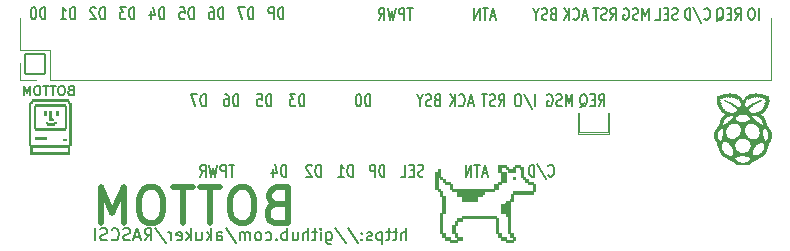
<source format=gbo>
G04 #@! TF.GenerationSoftware,KiCad,Pcbnew,(6.0.4)*
G04 #@! TF.CreationDate,2022-08-08T14:08:18-05:00*
G04 #@! TF.ProjectId,daisy_chain_board,64616973-795f-4636-9861-696e5f626f61,rev?*
G04 #@! TF.SameCoordinates,Original*
G04 #@! TF.FileFunction,Legend,Bot*
G04 #@! TF.FilePolarity,Positive*
%FSLAX46Y46*%
G04 Gerber Fmt 4.6, Leading zero omitted, Abs format (unit mm)*
G04 Created by KiCad (PCBNEW (6.0.4)) date 2022-08-08 14:08:18*
%MOMM*%
%LPD*%
G01*
G04 APERTURE LIST*
G04 Aperture macros list*
%AMRoundRect*
0 Rectangle with rounded corners*
0 $1 Rounding radius*
0 $2 $3 $4 $5 $6 $7 $8 $9 X,Y pos of 4 corners*
0 Add a 4 corners polygon primitive as box body*
4,1,4,$2,$3,$4,$5,$6,$7,$8,$9,$2,$3,0*
0 Add four circle primitives for the rounded corners*
1,1,$1+$1,$2,$3*
1,1,$1+$1,$4,$5*
1,1,$1+$1,$6,$7*
1,1,$1+$1,$8,$9*
0 Add four rect primitives between the rounded corners*
20,1,$1+$1,$2,$3,$4,$5,0*
20,1,$1+$1,$4,$5,$6,$7,0*
20,1,$1+$1,$6,$7,$8,$9,0*
20,1,$1+$1,$8,$9,$2,$3,0*%
G04 Aperture macros list end*
%ADD10C,0.500000*%
%ADD11C,0.150000*%
%ADD12C,0.120000*%
%ADD13C,0.010000*%
%ADD14C,4.945000*%
%ADD15C,1.645000*%
%ADD16C,2.800000*%
%ADD17O,1.800000X1.800000*%
%ADD18RoundRect,0.050000X0.850000X-0.850000X0.850000X0.850000X-0.850000X0.850000X-0.850000X-0.850000X0*%
G04 APERTURE END LIST*
D10*
X196848571Y-94875714D02*
X196420000Y-95018571D01*
X196277142Y-95161428D01*
X196134285Y-95447142D01*
X196134285Y-95875714D01*
X196277142Y-96161428D01*
X196420000Y-96304285D01*
X196705714Y-96447142D01*
X197848571Y-96447142D01*
X197848571Y-93447142D01*
X196848571Y-93447142D01*
X196562857Y-93590000D01*
X196420000Y-93732857D01*
X196277142Y-94018571D01*
X196277142Y-94304285D01*
X196420000Y-94590000D01*
X196562857Y-94732857D01*
X196848571Y-94875714D01*
X197848571Y-94875714D01*
X194277142Y-93447142D02*
X193705714Y-93447142D01*
X193420000Y-93590000D01*
X193134285Y-93875714D01*
X192991428Y-94447142D01*
X192991428Y-95447142D01*
X193134285Y-96018571D01*
X193420000Y-96304285D01*
X193705714Y-96447142D01*
X194277142Y-96447142D01*
X194562857Y-96304285D01*
X194848571Y-96018571D01*
X194991428Y-95447142D01*
X194991428Y-94447142D01*
X194848571Y-93875714D01*
X194562857Y-93590000D01*
X194277142Y-93447142D01*
X192134285Y-93447142D02*
X190420000Y-93447142D01*
X191277142Y-96447142D02*
X191277142Y-93447142D01*
X189848571Y-93447142D02*
X188134285Y-93447142D01*
X188991428Y-96447142D02*
X188991428Y-93447142D01*
X186562857Y-93447142D02*
X185991428Y-93447142D01*
X185705714Y-93590000D01*
X185420000Y-93875714D01*
X185277142Y-94447142D01*
X185277142Y-95447142D01*
X185420000Y-96018571D01*
X185705714Y-96304285D01*
X185991428Y-96447142D01*
X186562857Y-96447142D01*
X186848571Y-96304285D01*
X187134285Y-96018571D01*
X187277142Y-95447142D01*
X187277142Y-94447142D01*
X187134285Y-93875714D01*
X186848571Y-93590000D01*
X186562857Y-93447142D01*
X183991428Y-96447142D02*
X183991428Y-93447142D01*
X182991428Y-95590000D01*
X181991428Y-93447142D01*
X181991428Y-96447142D01*
D11*
X177310976Y-79192380D02*
X177310976Y-78192380D01*
X177120500Y-78192380D01*
X177006214Y-78240000D01*
X176930023Y-78335238D01*
X176891928Y-78430476D01*
X176853833Y-78620952D01*
X176853833Y-78763809D01*
X176891928Y-78954285D01*
X176930023Y-79049523D01*
X177006214Y-79144761D01*
X177120500Y-79192380D01*
X177310976Y-79192380D01*
X176358595Y-78192380D02*
X176282404Y-78192380D01*
X176206214Y-78240000D01*
X176168119Y-78287619D01*
X176130023Y-78382857D01*
X176091928Y-78573333D01*
X176091928Y-78811428D01*
X176130023Y-79001904D01*
X176168119Y-79097142D01*
X176206214Y-79144761D01*
X176282404Y-79192380D01*
X176358595Y-79192380D01*
X176434785Y-79144761D01*
X176472880Y-79097142D01*
X176510976Y-79001904D01*
X176549071Y-78811428D01*
X176549071Y-78573333D01*
X176510976Y-78382857D01*
X176472880Y-78287619D01*
X176434785Y-78240000D01*
X176358595Y-78192380D01*
X182338588Y-79192380D02*
X182338588Y-78192380D01*
X182148112Y-78192380D01*
X182033826Y-78240000D01*
X181957635Y-78335238D01*
X181919540Y-78430476D01*
X181881445Y-78620952D01*
X181881445Y-78763809D01*
X181919540Y-78954285D01*
X181957635Y-79049523D01*
X182033826Y-79144761D01*
X182148112Y-79192380D01*
X182338588Y-79192380D01*
X181576683Y-78287619D02*
X181538588Y-78240000D01*
X181462397Y-78192380D01*
X181271921Y-78192380D01*
X181195731Y-78240000D01*
X181157635Y-78287619D01*
X181119540Y-78382857D01*
X181119540Y-78478095D01*
X181157635Y-78620952D01*
X181614778Y-79192380D01*
X181119540Y-79192380D01*
X189880006Y-79192380D02*
X189880006Y-78192380D01*
X189689530Y-78192380D01*
X189575244Y-78240000D01*
X189499053Y-78335238D01*
X189460958Y-78430476D01*
X189422863Y-78620952D01*
X189422863Y-78763809D01*
X189460958Y-78954285D01*
X189499053Y-79049523D01*
X189575244Y-79144761D01*
X189689530Y-79192380D01*
X189880006Y-79192380D01*
X188699053Y-78192380D02*
X189080006Y-78192380D01*
X189118101Y-78668571D01*
X189080006Y-78620952D01*
X189003815Y-78573333D01*
X188813339Y-78573333D01*
X188737149Y-78620952D01*
X188699053Y-78668571D01*
X188660958Y-78763809D01*
X188660958Y-79001904D01*
X188699053Y-79097142D01*
X188737149Y-79144761D01*
X188813339Y-79192380D01*
X189003815Y-79192380D01*
X189080006Y-79144761D01*
X189118101Y-79097142D01*
X192393812Y-79192380D02*
X192393812Y-78192380D01*
X192203336Y-78192380D01*
X192089050Y-78240000D01*
X192012859Y-78335238D01*
X191974764Y-78430476D01*
X191936669Y-78620952D01*
X191936669Y-78763809D01*
X191974764Y-78954285D01*
X192012859Y-79049523D01*
X192089050Y-79144761D01*
X192203336Y-79192380D01*
X192393812Y-79192380D01*
X191250955Y-78192380D02*
X191403336Y-78192380D01*
X191479526Y-78240000D01*
X191517621Y-78287619D01*
X191593812Y-78430476D01*
X191631907Y-78620952D01*
X191631907Y-79001904D01*
X191593812Y-79097142D01*
X191555716Y-79144761D01*
X191479526Y-79192380D01*
X191327145Y-79192380D01*
X191250955Y-79144761D01*
X191212859Y-79097142D01*
X191174764Y-79001904D01*
X191174764Y-78763809D01*
X191212859Y-78668571D01*
X191250955Y-78620952D01*
X191327145Y-78573333D01*
X191479526Y-78573333D01*
X191555716Y-78620952D01*
X191593812Y-78668571D01*
X191631907Y-78763809D01*
X220313166Y-78732071D02*
X220198880Y-78779690D01*
X220160785Y-78827309D01*
X220122690Y-78922547D01*
X220122690Y-79065404D01*
X220160785Y-79160642D01*
X220198880Y-79208261D01*
X220275071Y-79255880D01*
X220579833Y-79255880D01*
X220579833Y-78255880D01*
X220313166Y-78255880D01*
X220236976Y-78303500D01*
X220198880Y-78351119D01*
X220160785Y-78446357D01*
X220160785Y-78541595D01*
X220198880Y-78636833D01*
X220236976Y-78684452D01*
X220313166Y-78732071D01*
X220579833Y-78732071D01*
X219817928Y-79208261D02*
X219703642Y-79255880D01*
X219513166Y-79255880D01*
X219436976Y-79208261D01*
X219398880Y-79160642D01*
X219360785Y-79065404D01*
X219360785Y-78970166D01*
X219398880Y-78874928D01*
X219436976Y-78827309D01*
X219513166Y-78779690D01*
X219665547Y-78732071D01*
X219741738Y-78684452D01*
X219779833Y-78636833D01*
X219817928Y-78541595D01*
X219817928Y-78446357D01*
X219779833Y-78351119D01*
X219741738Y-78303500D01*
X219665547Y-78255880D01*
X219475071Y-78255880D01*
X219360785Y-78303500D01*
X218865547Y-78779690D02*
X218865547Y-79255880D01*
X219132214Y-78255880D02*
X218865547Y-78779690D01*
X218598880Y-78255880D01*
X230857734Y-79208261D02*
X230743449Y-79255880D01*
X230552972Y-79255880D01*
X230476782Y-79208261D01*
X230438687Y-79160642D01*
X230400591Y-79065404D01*
X230400591Y-78970166D01*
X230438687Y-78874928D01*
X230476782Y-78827309D01*
X230552972Y-78779690D01*
X230705353Y-78732071D01*
X230781544Y-78684452D01*
X230819639Y-78636833D01*
X230857734Y-78541595D01*
X230857734Y-78446357D01*
X230819639Y-78351119D01*
X230781544Y-78303500D01*
X230705353Y-78255880D01*
X230514877Y-78255880D01*
X230400591Y-78303500D01*
X230057734Y-78732071D02*
X229791068Y-78732071D01*
X229676782Y-79255880D02*
X230057734Y-79255880D01*
X230057734Y-78255880D01*
X229676782Y-78255880D01*
X228952972Y-79255880D02*
X229333925Y-79255880D01*
X229333925Y-78255880D01*
X235749066Y-79255880D02*
X236015733Y-78779690D01*
X236206209Y-79255880D02*
X236206209Y-78255880D01*
X235901447Y-78255880D01*
X235825256Y-78303500D01*
X235787161Y-78351119D01*
X235749066Y-78446357D01*
X235749066Y-78589214D01*
X235787161Y-78684452D01*
X235825256Y-78732071D01*
X235901447Y-78779690D01*
X236206209Y-78779690D01*
X235406209Y-78732071D02*
X235139542Y-78732071D01*
X235025256Y-79255880D02*
X235406209Y-79255880D01*
X235406209Y-78255880D01*
X235025256Y-78255880D01*
X234149066Y-79351119D02*
X234225256Y-79303500D01*
X234301447Y-79208261D01*
X234415733Y-79065404D01*
X234491923Y-79017785D01*
X234568113Y-79017785D01*
X234530018Y-79255880D02*
X234606209Y-79208261D01*
X234682399Y-79113023D01*
X234720494Y-78922547D01*
X234720494Y-78589214D01*
X234682399Y-78398738D01*
X234606209Y-78303500D01*
X234530018Y-78255880D01*
X234377637Y-78255880D01*
X234301447Y-78303500D01*
X234225256Y-78398738D01*
X234187161Y-78589214D01*
X234187161Y-78922547D01*
X234225256Y-79113023D01*
X234301447Y-79208261D01*
X234377637Y-79255880D01*
X234530018Y-79255880D01*
X237718547Y-79255880D02*
X237718547Y-78255880D01*
X237185214Y-78255880D02*
X237032833Y-78255880D01*
X236956642Y-78303500D01*
X236880452Y-78398738D01*
X236842357Y-78589214D01*
X236842357Y-78922547D01*
X236880452Y-79113023D01*
X236956642Y-79208261D01*
X237032833Y-79255880D01*
X237185214Y-79255880D01*
X237261404Y-79208261D01*
X237337595Y-79113023D01*
X237375690Y-78922547D01*
X237375690Y-78589214D01*
X237337595Y-78398738D01*
X237261404Y-78303500D01*
X237185214Y-78255880D01*
X225166403Y-79255880D02*
X225433069Y-78779690D01*
X225623546Y-79255880D02*
X225623546Y-78255880D01*
X225318784Y-78255880D01*
X225242593Y-78303500D01*
X225204498Y-78351119D01*
X225166403Y-78446357D01*
X225166403Y-78589214D01*
X225204498Y-78684452D01*
X225242593Y-78732071D01*
X225318784Y-78779690D01*
X225623546Y-78779690D01*
X224861641Y-79208261D02*
X224747355Y-79255880D01*
X224556879Y-79255880D01*
X224480688Y-79208261D01*
X224442593Y-79160642D01*
X224404498Y-79065404D01*
X224404498Y-78970166D01*
X224442593Y-78874928D01*
X224480688Y-78827309D01*
X224556879Y-78779690D01*
X224709260Y-78732071D01*
X224785450Y-78684452D01*
X224823546Y-78636833D01*
X224861641Y-78541595D01*
X224861641Y-78446357D01*
X224823546Y-78351119D01*
X224785450Y-78303500D01*
X224709260Y-78255880D01*
X224518784Y-78255880D01*
X224404498Y-78303500D01*
X224175927Y-78255880D02*
X223718784Y-78255880D01*
X223947355Y-79255880D02*
X223947355Y-78255880D01*
X179824782Y-79192380D02*
X179824782Y-78192380D01*
X179634306Y-78192380D01*
X179520020Y-78240000D01*
X179443829Y-78335238D01*
X179405734Y-78430476D01*
X179367639Y-78620952D01*
X179367639Y-78763809D01*
X179405734Y-78954285D01*
X179443829Y-79049523D01*
X179520020Y-79144761D01*
X179634306Y-79192380D01*
X179824782Y-79192380D01*
X178605734Y-79192380D02*
X179062877Y-79192380D01*
X178834306Y-79192380D02*
X178834306Y-78192380D01*
X178910496Y-78335238D01*
X178986686Y-78430476D01*
X179062877Y-78478095D01*
X228393022Y-79255880D02*
X228393022Y-78255880D01*
X228126355Y-78970166D01*
X227859688Y-78255880D01*
X227859688Y-79255880D01*
X227516831Y-79208261D02*
X227402545Y-79255880D01*
X227212069Y-79255880D01*
X227135879Y-79208261D01*
X227097783Y-79160642D01*
X227059688Y-79065404D01*
X227059688Y-78970166D01*
X227097783Y-78874928D01*
X227135879Y-78827309D01*
X227212069Y-78779690D01*
X227364450Y-78732071D01*
X227440641Y-78684452D01*
X227478736Y-78636833D01*
X227516831Y-78541595D01*
X227516831Y-78446357D01*
X227478736Y-78351119D01*
X227440641Y-78303500D01*
X227364450Y-78255880D01*
X227173974Y-78255880D01*
X227059688Y-78303500D01*
X226297783Y-78303500D02*
X226373974Y-78255880D01*
X226488260Y-78255880D01*
X226602545Y-78303500D01*
X226678736Y-78398738D01*
X226716831Y-78493976D01*
X226754926Y-78684452D01*
X226754926Y-78827309D01*
X226716831Y-79017785D01*
X226678736Y-79113023D01*
X226602545Y-79208261D01*
X226488260Y-79255880D01*
X226412069Y-79255880D01*
X226297783Y-79208261D01*
X226259688Y-79160642D01*
X226259688Y-78827309D01*
X226412069Y-78827309D01*
X208432214Y-78255880D02*
X207975071Y-78255880D01*
X208203642Y-79255880D02*
X208203642Y-78255880D01*
X207708404Y-79255880D02*
X207708404Y-78255880D01*
X207403642Y-78255880D01*
X207327452Y-78303500D01*
X207289357Y-78351119D01*
X207251261Y-78446357D01*
X207251261Y-78589214D01*
X207289357Y-78684452D01*
X207327452Y-78732071D01*
X207403642Y-78779690D01*
X207708404Y-78779690D01*
X206984595Y-78255880D02*
X206794119Y-79255880D01*
X206641738Y-78541595D01*
X206489357Y-79255880D01*
X206298880Y-78255880D01*
X205536976Y-79255880D02*
X205803642Y-78779690D01*
X205994119Y-79255880D02*
X205994119Y-78255880D01*
X205689357Y-78255880D01*
X205613166Y-78303500D01*
X205575071Y-78351119D01*
X205536976Y-78446357D01*
X205536976Y-78589214D01*
X205575071Y-78684452D01*
X205613166Y-78732071D01*
X205689357Y-78779690D01*
X205994119Y-78779690D01*
X184852394Y-79192380D02*
X184852394Y-78192380D01*
X184661918Y-78192380D01*
X184547632Y-78240000D01*
X184471441Y-78335238D01*
X184433346Y-78430476D01*
X184395251Y-78620952D01*
X184395251Y-78763809D01*
X184433346Y-78954285D01*
X184471441Y-79049523D01*
X184547632Y-79144761D01*
X184661918Y-79192380D01*
X184852394Y-79192380D01*
X184128584Y-78192380D02*
X183633346Y-78192380D01*
X183900013Y-78573333D01*
X183785727Y-78573333D01*
X183709537Y-78620952D01*
X183671441Y-78668571D01*
X183633346Y-78763809D01*
X183633346Y-79001904D01*
X183671441Y-79097142D01*
X183709537Y-79144761D01*
X183785727Y-79192380D01*
X184014298Y-79192380D01*
X184090489Y-79144761D01*
X184128584Y-79097142D01*
X194907618Y-79192380D02*
X194907618Y-78192380D01*
X194717142Y-78192380D01*
X194602856Y-78240000D01*
X194526665Y-78335238D01*
X194488570Y-78430476D01*
X194450475Y-78620952D01*
X194450475Y-78763809D01*
X194488570Y-78954285D01*
X194526665Y-79049523D01*
X194602856Y-79144761D01*
X194717142Y-79192380D01*
X194907618Y-79192380D01*
X194183808Y-78192380D02*
X193650475Y-78192380D01*
X193993332Y-79192380D01*
X187366200Y-79192380D02*
X187366200Y-78192380D01*
X187175724Y-78192380D01*
X187061438Y-78240000D01*
X186985247Y-78335238D01*
X186947152Y-78430476D01*
X186909057Y-78620952D01*
X186909057Y-78763809D01*
X186947152Y-78954285D01*
X186985247Y-79049523D01*
X187061438Y-79144761D01*
X187175724Y-79192380D01*
X187366200Y-79192380D01*
X186223343Y-78525714D02*
X186223343Y-79192380D01*
X186413819Y-78144761D02*
X186604295Y-78859047D01*
X186109057Y-78859047D01*
X223196928Y-78970166D02*
X222815975Y-78970166D01*
X223273118Y-79255880D02*
X223006452Y-78255880D01*
X222739785Y-79255880D01*
X222015975Y-79160642D02*
X222054071Y-79208261D01*
X222168356Y-79255880D01*
X222244547Y-79255880D01*
X222358832Y-79208261D01*
X222435023Y-79113023D01*
X222473118Y-79017785D01*
X222511213Y-78827309D01*
X222511213Y-78684452D01*
X222473118Y-78493976D01*
X222435023Y-78398738D01*
X222358832Y-78303500D01*
X222244547Y-78255880D01*
X222168356Y-78255880D01*
X222054071Y-78303500D01*
X222015975Y-78351119D01*
X221673118Y-79255880D02*
X221673118Y-78255880D01*
X221215975Y-79255880D02*
X221558832Y-78684452D01*
X221215975Y-78255880D02*
X221673118Y-78827309D01*
X215417285Y-78970166D02*
X215036333Y-78970166D01*
X215493476Y-79255880D02*
X215226809Y-78255880D01*
X214960142Y-79255880D01*
X214807761Y-78255880D02*
X214350619Y-78255880D01*
X214579190Y-79255880D02*
X214579190Y-78255880D01*
X214083952Y-79255880D02*
X214083952Y-78255880D01*
X213626809Y-79255880D01*
X213626809Y-78255880D01*
X233093876Y-79160642D02*
X233131971Y-79208261D01*
X233246257Y-79255880D01*
X233322448Y-79255880D01*
X233436733Y-79208261D01*
X233512924Y-79113023D01*
X233551019Y-79017785D01*
X233589114Y-78827309D01*
X233589114Y-78684452D01*
X233551019Y-78493976D01*
X233512924Y-78398738D01*
X233436733Y-78303500D01*
X233322448Y-78255880D01*
X233246257Y-78255880D01*
X233131971Y-78303500D01*
X233093876Y-78351119D01*
X232179590Y-78208261D02*
X232865305Y-79493976D01*
X231912924Y-79255880D02*
X231912924Y-78255880D01*
X231722448Y-78255880D01*
X231608162Y-78303500D01*
X231531971Y-78398738D01*
X231493876Y-78493976D01*
X231455781Y-78684452D01*
X231455781Y-78827309D01*
X231493876Y-79017785D01*
X231531971Y-79113023D01*
X231608162Y-79208261D01*
X231722448Y-79255880D01*
X231912924Y-79255880D01*
X197459523Y-79192380D02*
X197459523Y-78192380D01*
X197269047Y-78192380D01*
X197154761Y-78240000D01*
X197078571Y-78335238D01*
X197040476Y-78430476D01*
X197002380Y-78620952D01*
X197002380Y-78763809D01*
X197040476Y-78954285D01*
X197078571Y-79049523D01*
X197154761Y-79144761D01*
X197269047Y-79192380D01*
X197459523Y-79192380D01*
X196659523Y-79192380D02*
X196659523Y-78192380D01*
X196354761Y-78192380D01*
X196278571Y-78240000D01*
X196240476Y-78287619D01*
X196202380Y-78382857D01*
X196202380Y-78525714D01*
X196240476Y-78620952D01*
X196278571Y-78668571D01*
X196354761Y-78716190D01*
X196659523Y-78716190D01*
D12*
X224917000Y-88773000D02*
X224917000Y-87185500D01*
X222504000Y-88773000D02*
X224917000Y-88773000D01*
X225044000Y-88900000D02*
X225044000Y-87185500D01*
X222377000Y-88900000D02*
X225044000Y-88900000D01*
D11*
X199218476Y-86558380D02*
X199218476Y-85558380D01*
X199028000Y-85558380D01*
X198913714Y-85606000D01*
X198837523Y-85701238D01*
X198799428Y-85796476D01*
X198761333Y-85986952D01*
X198761333Y-86129809D01*
X198799428Y-86320285D01*
X198837523Y-86415523D01*
X198913714Y-86510761D01*
X199028000Y-86558380D01*
X199218476Y-86558380D01*
X198494666Y-85558380D02*
X197999428Y-85558380D01*
X198266095Y-85939333D01*
X198151809Y-85939333D01*
X198075619Y-85986952D01*
X198037523Y-86034571D01*
X197999428Y-86129809D01*
X197999428Y-86367904D01*
X198037523Y-86463142D01*
X198075619Y-86510761D01*
X198151809Y-86558380D01*
X198380380Y-86558380D01*
X198456571Y-86510761D01*
X198494666Y-86463142D01*
X215703095Y-86558380D02*
X215969761Y-86082190D01*
X216160238Y-86558380D02*
X216160238Y-85558380D01*
X215855476Y-85558380D01*
X215779285Y-85606000D01*
X215741190Y-85653619D01*
X215703095Y-85748857D01*
X215703095Y-85891714D01*
X215741190Y-85986952D01*
X215779285Y-86034571D01*
X215855476Y-86082190D01*
X216160238Y-86082190D01*
X215398333Y-86510761D02*
X215284047Y-86558380D01*
X215093571Y-86558380D01*
X215017380Y-86510761D01*
X214979285Y-86463142D01*
X214941190Y-86367904D01*
X214941190Y-86272666D01*
X214979285Y-86177428D01*
X215017380Y-86129809D01*
X215093571Y-86082190D01*
X215245952Y-86034571D01*
X215322142Y-85986952D01*
X215360238Y-85939333D01*
X215398333Y-85844095D01*
X215398333Y-85748857D01*
X215360238Y-85653619D01*
X215322142Y-85606000D01*
X215245952Y-85558380D01*
X215055476Y-85558380D01*
X214941190Y-85606000D01*
X214712619Y-85558380D02*
X214255476Y-85558380D01*
X214484047Y-86558380D02*
X214484047Y-85558380D01*
X206032023Y-92527380D02*
X206032023Y-91527380D01*
X205841547Y-91527380D01*
X205727261Y-91575000D01*
X205651071Y-91670238D01*
X205612976Y-91765476D01*
X205574880Y-91955952D01*
X205574880Y-92098809D01*
X205612976Y-92289285D01*
X205651071Y-92384523D01*
X205727261Y-92479761D01*
X205841547Y-92527380D01*
X206032023Y-92527380D01*
X205232023Y-92527380D02*
X205232023Y-91527380D01*
X204927261Y-91527380D01*
X204851071Y-91575000D01*
X204812976Y-91622619D01*
X204774880Y-91717857D01*
X204774880Y-91860714D01*
X204812976Y-91955952D01*
X204851071Y-92003571D01*
X204927261Y-92051190D01*
X205232023Y-92051190D01*
X197694476Y-92527380D02*
X197694476Y-91527380D01*
X197504000Y-91527380D01*
X197389714Y-91575000D01*
X197313523Y-91670238D01*
X197275428Y-91765476D01*
X197237333Y-91955952D01*
X197237333Y-92098809D01*
X197275428Y-92289285D01*
X197313523Y-92384523D01*
X197389714Y-92479761D01*
X197504000Y-92527380D01*
X197694476Y-92527380D01*
X196551619Y-91860714D02*
X196551619Y-92527380D01*
X196742095Y-91479761D02*
X196932571Y-92194047D01*
X196437333Y-92194047D01*
X209321285Y-92479761D02*
X209207000Y-92527380D01*
X209016523Y-92527380D01*
X208940333Y-92479761D01*
X208902238Y-92432142D01*
X208864142Y-92336904D01*
X208864142Y-92241666D01*
X208902238Y-92146428D01*
X208940333Y-92098809D01*
X209016523Y-92051190D01*
X209168904Y-92003571D01*
X209245095Y-91955952D01*
X209283190Y-91908333D01*
X209321285Y-91813095D01*
X209321285Y-91717857D01*
X209283190Y-91622619D01*
X209245095Y-91575000D01*
X209168904Y-91527380D01*
X208978428Y-91527380D01*
X208864142Y-91575000D01*
X208521285Y-92003571D02*
X208254619Y-92003571D01*
X208140333Y-92527380D02*
X208521285Y-92527380D01*
X208521285Y-91527380D01*
X208140333Y-91527380D01*
X207416523Y-92527380D02*
X207797476Y-92527380D01*
X207797476Y-91527380D01*
X193630476Y-86558380D02*
X193630476Y-85558380D01*
X193440000Y-85558380D01*
X193325714Y-85606000D01*
X193249523Y-85701238D01*
X193211428Y-85796476D01*
X193173333Y-85986952D01*
X193173333Y-86129809D01*
X193211428Y-86320285D01*
X193249523Y-86415523D01*
X193325714Y-86510761D01*
X193440000Y-86558380D01*
X193630476Y-86558380D01*
X192487619Y-85558380D02*
X192640000Y-85558380D01*
X192716190Y-85606000D01*
X192754285Y-85653619D01*
X192830476Y-85796476D01*
X192868571Y-85986952D01*
X192868571Y-86367904D01*
X192830476Y-86463142D01*
X192792380Y-86510761D01*
X192716190Y-86558380D01*
X192563809Y-86558380D01*
X192487619Y-86510761D01*
X192449523Y-86463142D01*
X192411428Y-86367904D01*
X192411428Y-86129809D01*
X192449523Y-86034571D01*
X192487619Y-85986952D01*
X192563809Y-85939333D01*
X192716190Y-85939333D01*
X192792380Y-85986952D01*
X192830476Y-86034571D01*
X192868571Y-86129809D01*
X203345976Y-92527380D02*
X203345976Y-91527380D01*
X203155500Y-91527380D01*
X203041214Y-91575000D01*
X202965023Y-91670238D01*
X202926928Y-91765476D01*
X202888833Y-91955952D01*
X202888833Y-92098809D01*
X202926928Y-92289285D01*
X202965023Y-92384523D01*
X203041214Y-92479761D01*
X203155500Y-92527380D01*
X203345976Y-92527380D01*
X202126928Y-92527380D02*
X202584071Y-92527380D01*
X202355500Y-92527380D02*
X202355500Y-91527380D01*
X202431690Y-91670238D01*
X202507880Y-91765476D01*
X202584071Y-91813095D01*
X196424476Y-86558380D02*
X196424476Y-85558380D01*
X196234000Y-85558380D01*
X196119714Y-85606000D01*
X196043523Y-85701238D01*
X196005428Y-85796476D01*
X195967333Y-85986952D01*
X195967333Y-86129809D01*
X196005428Y-86320285D01*
X196043523Y-86415523D01*
X196119714Y-86510761D01*
X196234000Y-86558380D01*
X196424476Y-86558380D01*
X195243523Y-85558380D02*
X195624476Y-85558380D01*
X195662571Y-86034571D01*
X195624476Y-85986952D01*
X195548285Y-85939333D01*
X195357809Y-85939333D01*
X195281619Y-85986952D01*
X195243523Y-86034571D01*
X195205428Y-86129809D01*
X195205428Y-86367904D01*
X195243523Y-86463142D01*
X195281619Y-86510761D01*
X195357809Y-86558380D01*
X195548285Y-86558380D01*
X195624476Y-86510761D01*
X195662571Y-86463142D01*
X190899976Y-86558380D02*
X190899976Y-85558380D01*
X190709500Y-85558380D01*
X190595214Y-85606000D01*
X190519023Y-85701238D01*
X190480928Y-85796476D01*
X190442833Y-85986952D01*
X190442833Y-86129809D01*
X190480928Y-86320285D01*
X190519023Y-86415523D01*
X190595214Y-86510761D01*
X190709500Y-86558380D01*
X190899976Y-86558380D01*
X190176166Y-85558380D02*
X189642833Y-85558380D01*
X189985690Y-86558380D01*
X193319214Y-91527380D02*
X192862071Y-91527380D01*
X193090642Y-92527380D02*
X193090642Y-91527380D01*
X192595404Y-92527380D02*
X192595404Y-91527380D01*
X192290642Y-91527380D01*
X192214452Y-91575000D01*
X192176357Y-91622619D01*
X192138261Y-91717857D01*
X192138261Y-91860714D01*
X192176357Y-91955952D01*
X192214452Y-92003571D01*
X192290642Y-92051190D01*
X192595404Y-92051190D01*
X191871595Y-91527380D02*
X191681119Y-92527380D01*
X191528738Y-91813095D01*
X191376357Y-92527380D01*
X191185880Y-91527380D01*
X190423976Y-92527380D02*
X190690642Y-92051190D01*
X190881119Y-92527380D02*
X190881119Y-91527380D01*
X190576357Y-91527380D01*
X190500166Y-91575000D01*
X190462071Y-91622619D01*
X190423976Y-91717857D01*
X190423976Y-91860714D01*
X190462071Y-91955952D01*
X190500166Y-92003571D01*
X190576357Y-92051190D01*
X190881119Y-92051190D01*
X200615476Y-92527380D02*
X200615476Y-91527380D01*
X200425000Y-91527380D01*
X200310714Y-91575000D01*
X200234523Y-91670238D01*
X200196428Y-91765476D01*
X200158333Y-91955952D01*
X200158333Y-92098809D01*
X200196428Y-92289285D01*
X200234523Y-92384523D01*
X200310714Y-92479761D01*
X200425000Y-92527380D01*
X200615476Y-92527380D01*
X199853571Y-91622619D02*
X199815476Y-91575000D01*
X199739285Y-91527380D01*
X199548809Y-91527380D01*
X199472619Y-91575000D01*
X199434523Y-91622619D01*
X199396428Y-91717857D01*
X199396428Y-91813095D01*
X199434523Y-91955952D01*
X199891666Y-92527380D01*
X199396428Y-92527380D01*
X204806476Y-86558380D02*
X204806476Y-85558380D01*
X204616000Y-85558380D01*
X204501714Y-85606000D01*
X204425523Y-85701238D01*
X204387428Y-85796476D01*
X204349333Y-85986952D01*
X204349333Y-86129809D01*
X204387428Y-86320285D01*
X204425523Y-86415523D01*
X204501714Y-86510761D01*
X204616000Y-86558380D01*
X204806476Y-86558380D01*
X203854095Y-85558380D02*
X203777904Y-85558380D01*
X203701714Y-85606000D01*
X203663619Y-85653619D01*
X203625523Y-85748857D01*
X203587428Y-85939333D01*
X203587428Y-86177428D01*
X203625523Y-86367904D01*
X203663619Y-86463142D01*
X203701714Y-86510761D01*
X203777904Y-86558380D01*
X203854095Y-86558380D01*
X203930285Y-86510761D01*
X203968380Y-86463142D01*
X204006476Y-86367904D01*
X204044571Y-86177428D01*
X204044571Y-85939333D01*
X204006476Y-85748857D01*
X203968380Y-85653619D01*
X203930285Y-85606000D01*
X203854095Y-85558380D01*
X219900428Y-92432142D02*
X219938523Y-92479761D01*
X220052809Y-92527380D01*
X220129000Y-92527380D01*
X220243285Y-92479761D01*
X220319476Y-92384523D01*
X220357571Y-92289285D01*
X220395666Y-92098809D01*
X220395666Y-91955952D01*
X220357571Y-91765476D01*
X220319476Y-91670238D01*
X220243285Y-91575000D01*
X220129000Y-91527380D01*
X220052809Y-91527380D01*
X219938523Y-91575000D01*
X219900428Y-91622619D01*
X218986142Y-91479761D02*
X219671857Y-92765476D01*
X218719476Y-92527380D02*
X218719476Y-91527380D01*
X218529000Y-91527380D01*
X218414714Y-91575000D01*
X218338523Y-91670238D01*
X218300428Y-91765476D01*
X218262333Y-91955952D01*
X218262333Y-92098809D01*
X218300428Y-92289285D01*
X218338523Y-92384523D01*
X218414714Y-92479761D01*
X218529000Y-92527380D01*
X218719476Y-92527380D01*
X224180333Y-86558380D02*
X224447000Y-86082190D01*
X224637476Y-86558380D02*
X224637476Y-85558380D01*
X224332714Y-85558380D01*
X224256523Y-85606000D01*
X224218428Y-85653619D01*
X224180333Y-85748857D01*
X224180333Y-85891714D01*
X224218428Y-85986952D01*
X224256523Y-86034571D01*
X224332714Y-86082190D01*
X224637476Y-86082190D01*
X223837476Y-86034571D02*
X223570809Y-86034571D01*
X223456523Y-86558380D02*
X223837476Y-86558380D01*
X223837476Y-85558380D01*
X223456523Y-85558380D01*
X222580333Y-86653619D02*
X222656523Y-86606000D01*
X222732714Y-86510761D01*
X222847000Y-86367904D01*
X222923190Y-86320285D01*
X222999380Y-86320285D01*
X222961285Y-86558380D02*
X223037476Y-86510761D01*
X223113666Y-86415523D01*
X223151761Y-86225047D01*
X223151761Y-85891714D01*
X223113666Y-85701238D01*
X223037476Y-85606000D01*
X222961285Y-85558380D01*
X222808904Y-85558380D01*
X222732714Y-85606000D01*
X222656523Y-85701238D01*
X222618428Y-85891714D01*
X222618428Y-86225047D01*
X222656523Y-86415523D01*
X222732714Y-86510761D01*
X222808904Y-86558380D01*
X222961285Y-86558380D01*
X218770095Y-86558380D02*
X218770095Y-85558380D01*
X217817714Y-85510761D02*
X218503428Y-86796476D01*
X217398666Y-85558380D02*
X217246285Y-85558380D01*
X217170095Y-85606000D01*
X217093904Y-85701238D01*
X217055809Y-85891714D01*
X217055809Y-86225047D01*
X217093904Y-86415523D01*
X217170095Y-86510761D01*
X217246285Y-86558380D01*
X217398666Y-86558380D01*
X217474857Y-86510761D01*
X217551047Y-86415523D01*
X217589142Y-86225047D01*
X217589142Y-85891714D01*
X217551047Y-85701238D01*
X217474857Y-85606000D01*
X217398666Y-85558380D01*
X214718785Y-92241666D02*
X214337833Y-92241666D01*
X214794976Y-92527380D02*
X214528309Y-91527380D01*
X214261642Y-92527380D01*
X214109261Y-91527380D02*
X213652119Y-91527380D01*
X213880690Y-92527380D02*
X213880690Y-91527380D01*
X213385452Y-92527380D02*
X213385452Y-91527380D01*
X212928309Y-92527380D01*
X212928309Y-91527380D01*
X213524976Y-86272666D02*
X213144023Y-86272666D01*
X213601166Y-86558380D02*
X213334500Y-85558380D01*
X213067833Y-86558380D01*
X212344023Y-86463142D02*
X212382119Y-86510761D01*
X212496404Y-86558380D01*
X212572595Y-86558380D01*
X212686880Y-86510761D01*
X212763071Y-86415523D01*
X212801166Y-86320285D01*
X212839261Y-86129809D01*
X212839261Y-85986952D01*
X212801166Y-85796476D01*
X212763071Y-85701238D01*
X212686880Y-85606000D01*
X212572595Y-85558380D01*
X212496404Y-85558380D01*
X212382119Y-85606000D01*
X212344023Y-85653619D01*
X212001166Y-86558380D02*
X212001166Y-85558380D01*
X211544023Y-86558380D02*
X211886880Y-85986952D01*
X211544023Y-85558380D02*
X212001166Y-86129809D01*
X221900619Y-86558380D02*
X221900619Y-85558380D01*
X221633952Y-86272666D01*
X221367285Y-85558380D01*
X221367285Y-86558380D01*
X221024428Y-86510761D02*
X220910142Y-86558380D01*
X220719666Y-86558380D01*
X220643476Y-86510761D01*
X220605380Y-86463142D01*
X220567285Y-86367904D01*
X220567285Y-86272666D01*
X220605380Y-86177428D01*
X220643476Y-86129809D01*
X220719666Y-86082190D01*
X220872047Y-86034571D01*
X220948238Y-85986952D01*
X220986333Y-85939333D01*
X221024428Y-85844095D01*
X221024428Y-85748857D01*
X220986333Y-85653619D01*
X220948238Y-85606000D01*
X220872047Y-85558380D01*
X220681571Y-85558380D01*
X220567285Y-85606000D01*
X219805380Y-85606000D02*
X219881571Y-85558380D01*
X219995857Y-85558380D01*
X220110142Y-85606000D01*
X220186333Y-85701238D01*
X220224428Y-85796476D01*
X220262523Y-85986952D01*
X220262523Y-86129809D01*
X220224428Y-86320285D01*
X220186333Y-86415523D01*
X220110142Y-86510761D01*
X219995857Y-86558380D01*
X219919666Y-86558380D01*
X219805380Y-86510761D01*
X219767285Y-86463142D01*
X219767285Y-86129809D01*
X219919666Y-86129809D01*
X210470666Y-86034571D02*
X210356380Y-86082190D01*
X210318285Y-86129809D01*
X210280190Y-86225047D01*
X210280190Y-86367904D01*
X210318285Y-86463142D01*
X210356380Y-86510761D01*
X210432571Y-86558380D01*
X210737333Y-86558380D01*
X210737333Y-85558380D01*
X210470666Y-85558380D01*
X210394476Y-85606000D01*
X210356380Y-85653619D01*
X210318285Y-85748857D01*
X210318285Y-85844095D01*
X210356380Y-85939333D01*
X210394476Y-85986952D01*
X210470666Y-86034571D01*
X210737333Y-86034571D01*
X209975428Y-86510761D02*
X209861142Y-86558380D01*
X209670666Y-86558380D01*
X209594476Y-86510761D01*
X209556380Y-86463142D01*
X209518285Y-86367904D01*
X209518285Y-86272666D01*
X209556380Y-86177428D01*
X209594476Y-86129809D01*
X209670666Y-86082190D01*
X209823047Y-86034571D01*
X209899238Y-85986952D01*
X209937333Y-85939333D01*
X209975428Y-85844095D01*
X209975428Y-85748857D01*
X209937333Y-85653619D01*
X209899238Y-85606000D01*
X209823047Y-85558380D01*
X209632571Y-85558380D01*
X209518285Y-85606000D01*
X209023047Y-86082190D02*
X209023047Y-86558380D01*
X209289714Y-85558380D02*
X209023047Y-86082190D01*
X208756380Y-85558380D01*
D12*
X222504000Y-88773000D02*
X224917000Y-88773000D01*
X222504000Y-87185500D02*
X222504000Y-88773000D01*
X222377000Y-88900000D02*
X225044000Y-88900000D01*
X222377000Y-87185500D02*
X222377000Y-88900000D01*
X238760000Y-84328000D02*
X177673000Y-84328000D01*
X238760000Y-79121000D02*
X238760000Y-84328000D01*
X175133000Y-81788000D02*
X175133000Y-79121000D01*
X177673000Y-81788000D02*
X175133000Y-81788000D01*
X177673000Y-84328000D02*
X177673000Y-81788000D01*
X175133000Y-84328000D02*
X176530000Y-84328000D01*
X175133000Y-82931000D02*
X175133000Y-84328000D01*
D11*
X179457119Y-85223357D02*
X179342833Y-85261452D01*
X179304738Y-85299547D01*
X179266642Y-85375738D01*
X179266642Y-85490023D01*
X179304738Y-85566214D01*
X179342833Y-85604309D01*
X179419023Y-85642404D01*
X179723785Y-85642404D01*
X179723785Y-84842404D01*
X179457119Y-84842404D01*
X179380928Y-84880500D01*
X179342833Y-84918595D01*
X179304738Y-84994785D01*
X179304738Y-85070976D01*
X179342833Y-85147166D01*
X179380928Y-85185261D01*
X179457119Y-85223357D01*
X179723785Y-85223357D01*
X178771404Y-84842404D02*
X178619023Y-84842404D01*
X178542833Y-84880500D01*
X178466642Y-84956690D01*
X178428547Y-85109071D01*
X178428547Y-85375738D01*
X178466642Y-85528119D01*
X178542833Y-85604309D01*
X178619023Y-85642404D01*
X178771404Y-85642404D01*
X178847595Y-85604309D01*
X178923785Y-85528119D01*
X178961880Y-85375738D01*
X178961880Y-85109071D01*
X178923785Y-84956690D01*
X178847595Y-84880500D01*
X178771404Y-84842404D01*
X178199976Y-84842404D02*
X177742833Y-84842404D01*
X177971404Y-85642404D02*
X177971404Y-84842404D01*
X177590452Y-84842404D02*
X177133309Y-84842404D01*
X177361880Y-85642404D02*
X177361880Y-84842404D01*
X176714261Y-84842404D02*
X176561880Y-84842404D01*
X176485690Y-84880500D01*
X176409500Y-84956690D01*
X176371404Y-85109071D01*
X176371404Y-85375738D01*
X176409500Y-85528119D01*
X176485690Y-85604309D01*
X176561880Y-85642404D01*
X176714261Y-85642404D01*
X176790452Y-85604309D01*
X176866642Y-85528119D01*
X176904738Y-85375738D01*
X176904738Y-85109071D01*
X176866642Y-84956690D01*
X176790452Y-84880500D01*
X176714261Y-84842404D01*
X176028547Y-85642404D02*
X176028547Y-84842404D01*
X175761880Y-85413833D01*
X175495214Y-84842404D01*
X175495214Y-85642404D01*
X207876666Y-97912380D02*
X207876666Y-96912380D01*
X207448095Y-97912380D02*
X207448095Y-97388571D01*
X207495714Y-97293333D01*
X207590952Y-97245714D01*
X207733809Y-97245714D01*
X207829047Y-97293333D01*
X207876666Y-97340952D01*
X207114761Y-97245714D02*
X206733809Y-97245714D01*
X206971904Y-96912380D02*
X206971904Y-97769523D01*
X206924285Y-97864761D01*
X206829047Y-97912380D01*
X206733809Y-97912380D01*
X206543333Y-97245714D02*
X206162380Y-97245714D01*
X206400476Y-96912380D02*
X206400476Y-97769523D01*
X206352857Y-97864761D01*
X206257619Y-97912380D01*
X206162380Y-97912380D01*
X205829047Y-97245714D02*
X205829047Y-98245714D01*
X205829047Y-97293333D02*
X205733809Y-97245714D01*
X205543333Y-97245714D01*
X205448095Y-97293333D01*
X205400476Y-97340952D01*
X205352857Y-97436190D01*
X205352857Y-97721904D01*
X205400476Y-97817142D01*
X205448095Y-97864761D01*
X205543333Y-97912380D01*
X205733809Y-97912380D01*
X205829047Y-97864761D01*
X204971904Y-97864761D02*
X204876666Y-97912380D01*
X204686190Y-97912380D01*
X204590952Y-97864761D01*
X204543333Y-97769523D01*
X204543333Y-97721904D01*
X204590952Y-97626666D01*
X204686190Y-97579047D01*
X204829047Y-97579047D01*
X204924285Y-97531428D01*
X204971904Y-97436190D01*
X204971904Y-97388571D01*
X204924285Y-97293333D01*
X204829047Y-97245714D01*
X204686190Y-97245714D01*
X204590952Y-97293333D01*
X204114761Y-97817142D02*
X204067142Y-97864761D01*
X204114761Y-97912380D01*
X204162380Y-97864761D01*
X204114761Y-97817142D01*
X204114761Y-97912380D01*
X204114761Y-97293333D02*
X204067142Y-97340952D01*
X204114761Y-97388571D01*
X204162380Y-97340952D01*
X204114761Y-97293333D01*
X204114761Y-97388571D01*
X202924285Y-96864761D02*
X203781428Y-98150476D01*
X201876666Y-96864761D02*
X202733809Y-98150476D01*
X201114761Y-97245714D02*
X201114761Y-98055238D01*
X201162380Y-98150476D01*
X201210000Y-98198095D01*
X201305238Y-98245714D01*
X201448095Y-98245714D01*
X201543333Y-98198095D01*
X201114761Y-97864761D02*
X201210000Y-97912380D01*
X201400476Y-97912380D01*
X201495714Y-97864761D01*
X201543333Y-97817142D01*
X201590952Y-97721904D01*
X201590952Y-97436190D01*
X201543333Y-97340952D01*
X201495714Y-97293333D01*
X201400476Y-97245714D01*
X201210000Y-97245714D01*
X201114761Y-97293333D01*
X200638571Y-97912380D02*
X200638571Y-97245714D01*
X200638571Y-96912380D02*
X200686190Y-96960000D01*
X200638571Y-97007619D01*
X200590952Y-96960000D01*
X200638571Y-96912380D01*
X200638571Y-97007619D01*
X200305238Y-97245714D02*
X199924285Y-97245714D01*
X200162380Y-96912380D02*
X200162380Y-97769523D01*
X200114761Y-97864761D01*
X200019523Y-97912380D01*
X199924285Y-97912380D01*
X199590952Y-97912380D02*
X199590952Y-96912380D01*
X199162380Y-97912380D02*
X199162380Y-97388571D01*
X199210000Y-97293333D01*
X199305238Y-97245714D01*
X199448095Y-97245714D01*
X199543333Y-97293333D01*
X199590952Y-97340952D01*
X198257619Y-97245714D02*
X198257619Y-97912380D01*
X198686190Y-97245714D02*
X198686190Y-97769523D01*
X198638571Y-97864761D01*
X198543333Y-97912380D01*
X198400476Y-97912380D01*
X198305238Y-97864761D01*
X198257619Y-97817142D01*
X197781428Y-97912380D02*
X197781428Y-96912380D01*
X197781428Y-97293333D02*
X197686190Y-97245714D01*
X197495714Y-97245714D01*
X197400476Y-97293333D01*
X197352857Y-97340952D01*
X197305238Y-97436190D01*
X197305238Y-97721904D01*
X197352857Y-97817142D01*
X197400476Y-97864761D01*
X197495714Y-97912380D01*
X197686190Y-97912380D01*
X197781428Y-97864761D01*
X196876666Y-97817142D02*
X196829047Y-97864761D01*
X196876666Y-97912380D01*
X196924285Y-97864761D01*
X196876666Y-97817142D01*
X196876666Y-97912380D01*
X195971904Y-97864761D02*
X196067142Y-97912380D01*
X196257619Y-97912380D01*
X196352857Y-97864761D01*
X196400476Y-97817142D01*
X196448095Y-97721904D01*
X196448095Y-97436190D01*
X196400476Y-97340952D01*
X196352857Y-97293333D01*
X196257619Y-97245714D01*
X196067142Y-97245714D01*
X195971904Y-97293333D01*
X195400476Y-97912380D02*
X195495714Y-97864761D01*
X195543333Y-97817142D01*
X195590952Y-97721904D01*
X195590952Y-97436190D01*
X195543333Y-97340952D01*
X195495714Y-97293333D01*
X195400476Y-97245714D01*
X195257619Y-97245714D01*
X195162380Y-97293333D01*
X195114761Y-97340952D01*
X195067142Y-97436190D01*
X195067142Y-97721904D01*
X195114761Y-97817142D01*
X195162380Y-97864761D01*
X195257619Y-97912380D01*
X195400476Y-97912380D01*
X194638571Y-97912380D02*
X194638571Y-97245714D01*
X194638571Y-97340952D02*
X194590952Y-97293333D01*
X194495714Y-97245714D01*
X194352857Y-97245714D01*
X194257619Y-97293333D01*
X194210000Y-97388571D01*
X194210000Y-97912380D01*
X194210000Y-97388571D02*
X194162380Y-97293333D01*
X194067142Y-97245714D01*
X193924285Y-97245714D01*
X193829047Y-97293333D01*
X193781428Y-97388571D01*
X193781428Y-97912380D01*
X192590952Y-96864761D02*
X193448095Y-98150476D01*
X191829047Y-97912380D02*
X191829047Y-97388571D01*
X191876666Y-97293333D01*
X191971904Y-97245714D01*
X192162380Y-97245714D01*
X192257619Y-97293333D01*
X191829047Y-97864761D02*
X191924285Y-97912380D01*
X192162380Y-97912380D01*
X192257619Y-97864761D01*
X192305238Y-97769523D01*
X192305238Y-97674285D01*
X192257619Y-97579047D01*
X192162380Y-97531428D01*
X191924285Y-97531428D01*
X191829047Y-97483809D01*
X191352857Y-97912380D02*
X191352857Y-96912380D01*
X191257619Y-97531428D02*
X190971904Y-97912380D01*
X190971904Y-97245714D02*
X191352857Y-97626666D01*
X190114761Y-97245714D02*
X190114761Y-97912380D01*
X190543333Y-97245714D02*
X190543333Y-97769523D01*
X190495714Y-97864761D01*
X190400476Y-97912380D01*
X190257619Y-97912380D01*
X190162380Y-97864761D01*
X190114761Y-97817142D01*
X189638571Y-97912380D02*
X189638571Y-96912380D01*
X189543333Y-97531428D02*
X189257619Y-97912380D01*
X189257619Y-97245714D02*
X189638571Y-97626666D01*
X188448095Y-97864761D02*
X188543333Y-97912380D01*
X188733809Y-97912380D01*
X188829047Y-97864761D01*
X188876666Y-97769523D01*
X188876666Y-97388571D01*
X188829047Y-97293333D01*
X188733809Y-97245714D01*
X188543333Y-97245714D01*
X188448095Y-97293333D01*
X188400476Y-97388571D01*
X188400476Y-97483809D01*
X188876666Y-97579047D01*
X187971904Y-97912380D02*
X187971904Y-97245714D01*
X187971904Y-97436190D02*
X187924285Y-97340952D01*
X187876666Y-97293333D01*
X187781428Y-97245714D01*
X187686190Y-97245714D01*
X186638571Y-96864761D02*
X187495714Y-98150476D01*
X185733809Y-97912380D02*
X186067142Y-97436190D01*
X186305238Y-97912380D02*
X186305238Y-96912380D01*
X185924285Y-96912380D01*
X185829047Y-96960000D01*
X185781428Y-97007619D01*
X185733809Y-97102857D01*
X185733809Y-97245714D01*
X185781428Y-97340952D01*
X185829047Y-97388571D01*
X185924285Y-97436190D01*
X186305238Y-97436190D01*
X185352857Y-97626666D02*
X184876666Y-97626666D01*
X185448095Y-97912380D02*
X185114761Y-96912380D01*
X184781428Y-97912380D01*
X184495714Y-97864761D02*
X184352857Y-97912380D01*
X184114761Y-97912380D01*
X184019523Y-97864761D01*
X183971904Y-97817142D01*
X183924285Y-97721904D01*
X183924285Y-97626666D01*
X183971904Y-97531428D01*
X184019523Y-97483809D01*
X184114761Y-97436190D01*
X184305238Y-97388571D01*
X184400476Y-97340952D01*
X184448095Y-97293333D01*
X184495714Y-97198095D01*
X184495714Y-97102857D01*
X184448095Y-97007619D01*
X184400476Y-96960000D01*
X184305238Y-96912380D01*
X184067142Y-96912380D01*
X183924285Y-96960000D01*
X182924285Y-97817142D02*
X182971904Y-97864761D01*
X183114761Y-97912380D01*
X183210000Y-97912380D01*
X183352857Y-97864761D01*
X183448095Y-97769523D01*
X183495714Y-97674285D01*
X183543333Y-97483809D01*
X183543333Y-97340952D01*
X183495714Y-97150476D01*
X183448095Y-97055238D01*
X183352857Y-96960000D01*
X183210000Y-96912380D01*
X183114761Y-96912380D01*
X182971904Y-96960000D01*
X182924285Y-97007619D01*
X182543333Y-97864761D02*
X182400476Y-97912380D01*
X182162380Y-97912380D01*
X182067142Y-97864761D01*
X182019523Y-97817142D01*
X181971904Y-97721904D01*
X181971904Y-97626666D01*
X182019523Y-97531428D01*
X182067142Y-97483809D01*
X182162380Y-97436190D01*
X182352857Y-97388571D01*
X182448095Y-97340952D01*
X182495714Y-97293333D01*
X182543333Y-97198095D01*
X182543333Y-97102857D01*
X182495714Y-97007619D01*
X182448095Y-96960000D01*
X182352857Y-96912380D01*
X182114761Y-96912380D01*
X181971904Y-96960000D01*
X181543333Y-97912380D02*
X181543333Y-96912380D01*
G36*
X177349727Y-87295182D02*
G01*
X177211182Y-87295182D01*
X177211182Y-86995000D01*
X177349727Y-86995000D01*
X177349727Y-87295182D01*
G37*
D13*
X177349727Y-87295182D02*
X177211182Y-87295182D01*
X177211182Y-86995000D01*
X177349727Y-86995000D01*
X177349727Y-87295182D01*
G36*
X178365727Y-87295182D02*
G01*
X178204091Y-87295182D01*
X178204091Y-86995000D01*
X178365727Y-86995000D01*
X178365727Y-87295182D01*
G37*
X178365727Y-87295182D02*
X178204091Y-87295182D01*
X178204091Y-86995000D01*
X178365727Y-86995000D01*
X178365727Y-87295182D01*
G36*
X177788454Y-87572273D02*
G01*
X177857727Y-87572273D01*
X177894289Y-87574395D01*
X177921278Y-87592480D01*
X177927000Y-87641546D01*
X177927000Y-87710818D01*
X177626818Y-87710818D01*
X177626818Y-86995000D01*
X177788454Y-86995000D01*
X177788454Y-87572273D01*
G37*
X177788454Y-87572273D02*
X177857727Y-87572273D01*
X177894289Y-87574395D01*
X177921278Y-87592480D01*
X177927000Y-87641546D01*
X177927000Y-87710818D01*
X177626818Y-87710818D01*
X177626818Y-86995000D01*
X177788454Y-86995000D01*
X177788454Y-87572273D01*
G36*
X178171380Y-87874577D02*
G01*
X178198369Y-87892661D01*
X178204091Y-87941727D01*
X178201969Y-87978289D01*
X178183884Y-88005278D01*
X178134818Y-88011000D01*
X178098256Y-88013122D01*
X178071267Y-88031207D01*
X178065545Y-88080273D01*
X178065545Y-88149546D01*
X177488273Y-88149546D01*
X177488273Y-88080273D01*
X177486150Y-88043711D01*
X177468066Y-88016722D01*
X177419000Y-88011000D01*
X177382438Y-88008878D01*
X177355449Y-87990793D01*
X177349727Y-87941727D01*
X177351849Y-87905165D01*
X177369934Y-87878176D01*
X177419000Y-87872455D01*
X177455562Y-87874577D01*
X177482551Y-87892661D01*
X177488273Y-87941727D01*
X177488273Y-88011000D01*
X178065545Y-88011000D01*
X178065545Y-87941727D01*
X178067668Y-87905165D01*
X178085752Y-87878176D01*
X178134818Y-87872455D01*
X178171380Y-87874577D01*
G37*
X178171380Y-87874577D02*
X178198369Y-87892661D01*
X178204091Y-87941727D01*
X178201969Y-87978289D01*
X178183884Y-88005278D01*
X178134818Y-88011000D01*
X178098256Y-88013122D01*
X178071267Y-88031207D01*
X178065545Y-88080273D01*
X178065545Y-88149546D01*
X177488273Y-88149546D01*
X177488273Y-88080273D01*
X177486150Y-88043711D01*
X177468066Y-88016722D01*
X177419000Y-88011000D01*
X177382438Y-88008878D01*
X177355449Y-87990793D01*
X177349727Y-87941727D01*
X177351849Y-87905165D01*
X177369934Y-87878176D01*
X177419000Y-87872455D01*
X177455562Y-87874577D01*
X177482551Y-87892661D01*
X177488273Y-87941727D01*
X177488273Y-88011000D01*
X178065545Y-88011000D01*
X178065545Y-87941727D01*
X178067668Y-87905165D01*
X178085752Y-87878176D01*
X178134818Y-87872455D01*
X178171380Y-87874577D01*
G36*
X179081545Y-88449727D02*
G01*
X179012273Y-88449727D01*
X178975711Y-88451850D01*
X178948722Y-88469934D01*
X178943000Y-88519000D01*
X178943000Y-88588273D01*
X176472273Y-88588273D01*
X176472273Y-88519000D01*
X176470150Y-88482438D01*
X176452066Y-88455449D01*
X176403000Y-88449727D01*
X176333727Y-88449727D01*
X176333727Y-86556273D01*
X176403000Y-86556273D01*
X176472273Y-86556273D01*
X176472273Y-88449727D01*
X178943000Y-88449727D01*
X178943000Y-86556273D01*
X176472273Y-86556273D01*
X176403000Y-86556273D01*
X176439562Y-86554151D01*
X176466551Y-86536066D01*
X176472273Y-86487000D01*
X176472273Y-86417727D01*
X178943000Y-86417727D01*
X178943000Y-86487000D01*
X178945122Y-86523562D01*
X178963207Y-86550551D01*
X179012273Y-86556273D01*
X179081545Y-86556273D01*
X179081545Y-88449727D01*
G37*
X179081545Y-88449727D02*
X179012273Y-88449727D01*
X178975711Y-88451850D01*
X178948722Y-88469934D01*
X178943000Y-88519000D01*
X178943000Y-88588273D01*
X176472273Y-88588273D01*
X176472273Y-88519000D01*
X176470150Y-88482438D01*
X176452066Y-88455449D01*
X176403000Y-88449727D01*
X176333727Y-88449727D01*
X176333727Y-86556273D01*
X176403000Y-86556273D01*
X176472273Y-86556273D01*
X176472273Y-88449727D01*
X178943000Y-88449727D01*
X178943000Y-86556273D01*
X176472273Y-86556273D01*
X176403000Y-86556273D01*
X176439562Y-86554151D01*
X176466551Y-86536066D01*
X176472273Y-86487000D01*
X176472273Y-86417727D01*
X178943000Y-86417727D01*
X178943000Y-86487000D01*
X178945122Y-86523562D01*
X178963207Y-86550551D01*
X179012273Y-86556273D01*
X179081545Y-86556273D01*
X179081545Y-88449727D01*
G36*
X177349727Y-89304091D02*
G01*
X176472273Y-89304091D01*
X176472273Y-89165546D01*
X177349727Y-89165546D01*
X177349727Y-89304091D01*
G37*
X177349727Y-89304091D02*
X176472273Y-89304091D01*
X176472273Y-89165546D01*
X177349727Y-89165546D01*
X177349727Y-89304091D01*
G36*
X179081545Y-89442636D02*
G01*
X178781364Y-89442636D01*
X178781364Y-89304091D01*
X179081545Y-89304091D01*
X179081545Y-89442636D01*
G37*
X179081545Y-89442636D02*
X178781364Y-89442636D01*
X178781364Y-89304091D01*
X179081545Y-89304091D01*
X179081545Y-89442636D01*
G36*
X176056636Y-90597182D02*
G01*
X176056636Y-90019909D01*
X176195182Y-90019909D01*
X176195182Y-90458636D01*
X179220091Y-90458636D01*
X179220091Y-90019909D01*
X176195182Y-90019909D01*
X176056636Y-90019909D01*
X176056636Y-89881364D01*
X179358636Y-89881364D01*
X179358636Y-86279182D01*
X179289364Y-86279182D01*
X179252802Y-86277060D01*
X179225812Y-86258975D01*
X179220091Y-86209909D01*
X179220091Y-86140636D01*
X176195182Y-86140636D01*
X176195182Y-86209909D01*
X176193060Y-86246471D01*
X176174975Y-86273460D01*
X176125909Y-86279182D01*
X176056636Y-86279182D01*
X176056636Y-89881364D01*
X175895000Y-89881364D01*
X175895000Y-86279182D01*
X175975818Y-86279182D01*
X176029279Y-86275540D01*
X176052131Y-86256451D01*
X176056636Y-86209909D01*
X176058759Y-86173347D01*
X176076843Y-86146358D01*
X176125909Y-86140636D01*
X176171733Y-86136388D01*
X176191320Y-86114117D01*
X176195182Y-86059818D01*
X176195182Y-85979000D01*
X179220091Y-85979000D01*
X179220091Y-86059818D01*
X179223732Y-86113279D01*
X179242822Y-86136131D01*
X179289364Y-86140636D01*
X179325925Y-86142759D01*
X179352915Y-86160843D01*
X179358636Y-86209909D01*
X179362885Y-86255733D01*
X179385156Y-86275320D01*
X179439454Y-86279182D01*
X179520273Y-86279182D01*
X179520273Y-89881364D01*
X179358636Y-89881364D01*
X179358636Y-90597182D01*
X176056636Y-90597182D01*
G37*
X176056636Y-90597182D02*
X176056636Y-90019909D01*
X176195182Y-90019909D01*
X176195182Y-90458636D01*
X179220091Y-90458636D01*
X179220091Y-90019909D01*
X176195182Y-90019909D01*
X176056636Y-90019909D01*
X176056636Y-89881364D01*
X179358636Y-89881364D01*
X179358636Y-86279182D01*
X179289364Y-86279182D01*
X179252802Y-86277060D01*
X179225812Y-86258975D01*
X179220091Y-86209909D01*
X179220091Y-86140636D01*
X176195182Y-86140636D01*
X176195182Y-86209909D01*
X176193060Y-86246471D01*
X176174975Y-86273460D01*
X176125909Y-86279182D01*
X176056636Y-86279182D01*
X176056636Y-89881364D01*
X175895000Y-89881364D01*
X175895000Y-86279182D01*
X175975818Y-86279182D01*
X176029279Y-86275540D01*
X176052131Y-86256451D01*
X176056636Y-86209909D01*
X176058759Y-86173347D01*
X176076843Y-86146358D01*
X176125909Y-86140636D01*
X176171733Y-86136388D01*
X176191320Y-86114117D01*
X176195182Y-86059818D01*
X176195182Y-85979000D01*
X179220091Y-85979000D01*
X179220091Y-86059818D01*
X179223732Y-86113279D01*
X179242822Y-86136131D01*
X179289364Y-86140636D01*
X179325925Y-86142759D01*
X179352915Y-86160843D01*
X179358636Y-86209909D01*
X179362885Y-86255733D01*
X179385156Y-86275320D01*
X179439454Y-86279182D01*
X179520273Y-86279182D01*
X179520273Y-89881364D01*
X179358636Y-89881364D01*
X179358636Y-90597182D01*
X176056636Y-90597182D01*
G36*
X238308015Y-88130423D02*
G01*
X238310919Y-88153529D01*
X238313571Y-88170055D01*
X238313749Y-88170811D01*
X238317101Y-88179514D01*
X238323337Y-88192633D01*
X238331267Y-88207637D01*
X238332141Y-88209206D01*
X238339804Y-88221975D01*
X238347645Y-88232335D01*
X238357399Y-88242035D01*
X238370801Y-88252825D01*
X238389584Y-88266454D01*
X238416572Y-88286588D01*
X238474404Y-88336962D01*
X238528781Y-88394574D01*
X238579290Y-88458919D01*
X238625518Y-88529490D01*
X238667050Y-88605783D01*
X238686614Y-88647398D01*
X238711537Y-88709308D01*
X238731225Y-88771591D01*
X238746746Y-88837354D01*
X238748595Y-88846293D01*
X238753210Y-88866669D01*
X238757537Y-88883274D01*
X238761158Y-88894592D01*
X238763659Y-88899102D01*
X238763726Y-88899131D01*
X238765305Y-88904025D01*
X238766593Y-88916034D01*
X238767596Y-88933860D01*
X238768316Y-88956207D01*
X238768759Y-88981779D01*
X238768772Y-88983853D01*
X238768930Y-89009277D01*
X238768831Y-89037406D01*
X238768467Y-89064868D01*
X238767844Y-89090367D01*
X238766964Y-89112605D01*
X238765834Y-89130286D01*
X238764455Y-89142113D01*
X238762834Y-89146789D01*
X238762814Y-89146796D01*
X238759256Y-89152123D01*
X238755661Y-89164408D01*
X238752464Y-89182166D01*
X238750636Y-89193725D01*
X238740480Y-89239603D01*
X238725486Y-89289308D01*
X238706385Y-89340977D01*
X238683912Y-89392745D01*
X238658798Y-89442751D01*
X238631775Y-89489130D01*
X238630999Y-89490354D01*
X238618631Y-89508972D01*
X238602455Y-89532142D01*
X238583854Y-89557965D01*
X238564215Y-89584542D01*
X238544919Y-89609976D01*
X238527353Y-89632366D01*
X238523861Y-89638598D01*
X238518367Y-89653521D01*
X238512213Y-89675063D01*
X238505712Y-89702216D01*
X238503807Y-89710485D01*
X238495801Y-89741492D01*
X238485225Y-89778395D01*
X238472556Y-89819712D01*
X238458268Y-89863960D01*
X238442836Y-89909658D01*
X238440234Y-89917037D01*
X238426734Y-89955323D01*
X238410438Y-89999474D01*
X238405537Y-90012683D01*
X238394290Y-90046134D01*
X238386374Y-90075727D01*
X238381076Y-90104004D01*
X238372129Y-90152413D01*
X238352929Y-90224054D01*
X238326893Y-90296417D01*
X238294652Y-90368139D01*
X238256840Y-90437855D01*
X238214087Y-90504202D01*
X238167026Y-90565816D01*
X238158614Y-90575799D01*
X238100391Y-90639429D01*
X238038945Y-90697615D01*
X237975058Y-90749758D01*
X237909516Y-90795260D01*
X237843102Y-90833521D01*
X237776600Y-90863943D01*
X237773555Y-90865151D01*
X237761606Y-90869967D01*
X237751584Y-90874336D01*
X237742231Y-90879024D01*
X237732287Y-90884799D01*
X237720492Y-90892428D01*
X237705587Y-90902679D01*
X237686312Y-90916318D01*
X237661409Y-90934113D01*
X237649173Y-90942822D01*
X237582335Y-90988259D01*
X237557983Y-91004814D01*
X237468746Y-91060105D01*
X237379978Y-91109526D01*
X237290191Y-91153912D01*
X237197901Y-91194097D01*
X237183235Y-91200111D01*
X237163771Y-91208179D01*
X237147158Y-91215162D01*
X237135893Y-91220015D01*
X237133563Y-91221191D01*
X237122506Y-91228393D01*
X237107497Y-91239727D01*
X237090208Y-91253888D01*
X237072313Y-91269572D01*
X237029459Y-91307355D01*
X236985057Y-91343649D01*
X236941910Y-91375581D01*
X236898153Y-91404523D01*
X236851927Y-91431846D01*
X236814784Y-91452680D01*
X236349049Y-91452690D01*
X235883315Y-91452700D01*
X235840608Y-91428026D01*
X235831709Y-91422830D01*
X235779286Y-91389849D01*
X235727556Y-91353019D01*
X235674926Y-91311149D01*
X235619806Y-91263051D01*
X235611004Y-91255083D01*
X235595081Y-91240991D01*
X235582426Y-91230781D01*
X235570991Y-91223183D01*
X235558729Y-91216928D01*
X235543591Y-91210747D01*
X235523531Y-91203370D01*
X235510627Y-91198491D01*
X235482306Y-91186864D01*
X235449397Y-91172455D01*
X235413716Y-91156120D01*
X235377085Y-91138715D01*
X235341322Y-91121096D01*
X235308245Y-91104119D01*
X235279675Y-91088639D01*
X235251514Y-91072373D01*
X235213468Y-91049383D01*
X235172401Y-91023670D01*
X235130049Y-90996370D01*
X235088151Y-90968622D01*
X235060524Y-90949796D01*
X235658225Y-90949796D01*
X235660312Y-90961388D01*
X235665228Y-90977927D01*
X235675829Y-91004547D01*
X235692004Y-91033092D01*
X235713995Y-91062908D01*
X235742657Y-91095296D01*
X235779293Y-91131450D01*
X235840527Y-91182702D01*
X235907283Y-91228748D01*
X235978459Y-91268988D01*
X236052956Y-91302821D01*
X236129671Y-91329647D01*
X236207505Y-91348865D01*
X236210284Y-91349404D01*
X236231200Y-91353210D01*
X236249773Y-91355929D01*
X236268163Y-91357726D01*
X236288533Y-91358763D01*
X236313042Y-91359207D01*
X236343853Y-91359220D01*
X236369408Y-91358861D01*
X236425035Y-91355898D01*
X236476216Y-91349581D01*
X236525469Y-91339436D01*
X236575312Y-91324989D01*
X236628261Y-91305769D01*
X236628873Y-91305528D01*
X236681240Y-91282731D01*
X236733017Y-91256099D01*
X236783248Y-91226361D01*
X236830978Y-91194245D01*
X236875253Y-91160478D01*
X236915118Y-91125788D01*
X236949618Y-91090902D01*
X236977798Y-91056549D01*
X236998702Y-91023456D01*
X237005552Y-91008747D01*
X237010798Y-90988259D01*
X237009457Y-90968504D01*
X237001632Y-90946816D01*
X236998597Y-90940878D01*
X236981074Y-90916659D01*
X236955762Y-90892803D01*
X236923207Y-90869597D01*
X236883953Y-90847326D01*
X236838546Y-90826276D01*
X236787529Y-90806733D01*
X236731449Y-90788983D01*
X236670850Y-90773311D01*
X236654856Y-90769578D01*
X236633971Y-90764623D01*
X236617066Y-90760517D01*
X236605567Y-90757607D01*
X236600896Y-90756240D01*
X236597240Y-90755390D01*
X236586388Y-90753432D01*
X236569756Y-90750645D01*
X236548730Y-90747264D01*
X236524696Y-90743518D01*
X236516955Y-90742342D01*
X236493533Y-90739021D01*
X236471715Y-90736410D01*
X236449824Y-90734393D01*
X236426181Y-90732854D01*
X236399106Y-90731679D01*
X236366922Y-90730750D01*
X236327950Y-90729953D01*
X236324228Y-90729887D01*
X236263050Y-90729346D01*
X236208626Y-90730054D01*
X236159402Y-90732168D01*
X236113822Y-90735846D01*
X236070332Y-90741242D01*
X236027377Y-90748514D01*
X235983402Y-90757818D01*
X235936854Y-90769311D01*
X235906727Y-90777586D01*
X235849468Y-90795888D01*
X235799169Y-90815682D01*
X235756075Y-90836824D01*
X235720436Y-90859168D01*
X235692497Y-90882567D01*
X235672508Y-90906877D01*
X235660715Y-90931950D01*
X235658681Y-90940225D01*
X235658225Y-90949796D01*
X235060524Y-90949796D01*
X235048444Y-90941564D01*
X235012667Y-90916335D01*
X234982557Y-90894071D01*
X234970271Y-90886311D01*
X234953538Y-90877800D01*
X234935991Y-90870387D01*
X234906932Y-90858430D01*
X234864799Y-90838026D01*
X234820371Y-90813509D01*
X234775641Y-90786056D01*
X234732603Y-90756844D01*
X234693248Y-90727050D01*
X234682614Y-90718234D01*
X234657272Y-90695809D01*
X234629414Y-90669630D01*
X234600860Y-90641511D01*
X234573433Y-90613266D01*
X234548953Y-90586709D01*
X234529241Y-90563655D01*
X234497906Y-90522943D01*
X234446522Y-90445948D01*
X234402808Y-90365794D01*
X234366908Y-90282796D01*
X234338967Y-90197269D01*
X234319132Y-90109525D01*
X234317692Y-90101814D01*
X234311748Y-90075497D01*
X234303519Y-90046093D01*
X234292555Y-90012081D01*
X234278407Y-89971941D01*
X234277177Y-89968554D01*
X234527816Y-89968554D01*
X234531530Y-90032395D01*
X234539488Y-90093584D01*
X234551568Y-90149717D01*
X234564415Y-90193702D01*
X234581919Y-90242585D01*
X234602423Y-90288466D01*
X234626657Y-90332536D01*
X234655354Y-90375985D01*
X234689244Y-90420003D01*
X234729056Y-90465781D01*
X234775524Y-90514509D01*
X234813674Y-90551654D01*
X234863680Y-90595457D01*
X234913304Y-90632804D01*
X234963971Y-90664566D01*
X235017102Y-90691612D01*
X235074122Y-90714811D01*
X235136453Y-90735033D01*
X235153443Y-90739721D01*
X235177682Y-90745736D01*
X235200422Y-90750705D01*
X235218378Y-90753870D01*
X235234560Y-90755578D01*
X235261426Y-90757095D01*
X235291638Y-90757732D01*
X235322295Y-90757481D01*
X235350495Y-90756335D01*
X235373334Y-90754285D01*
X235405723Y-90748052D01*
X235440070Y-90737456D01*
X235472329Y-90723656D01*
X235500377Y-90707568D01*
X235522093Y-90690107D01*
X235528164Y-90683485D01*
X235545109Y-90658071D01*
X235559789Y-90624658D01*
X235572246Y-90583156D01*
X235574401Y-90574244D01*
X235577146Y-90561083D01*
X235579004Y-90548212D01*
X235580090Y-90533880D01*
X235580514Y-90516338D01*
X235580388Y-90493836D01*
X235579824Y-90464623D01*
X235579023Y-90435231D01*
X235577903Y-90410332D01*
X235576291Y-90389811D01*
X235573972Y-90371562D01*
X235570729Y-90353483D01*
X235566346Y-90333468D01*
X235553160Y-90282005D01*
X235526830Y-90199640D01*
X235494848Y-90119474D01*
X235457794Y-90042669D01*
X235416247Y-89970386D01*
X235370787Y-89903787D01*
X235364824Y-89896484D01*
X235640588Y-89896484D01*
X235641982Y-89939561D01*
X235646700Y-89979523D01*
X235655202Y-90019628D01*
X235667945Y-90063132D01*
X235689787Y-90121048D01*
X235722237Y-90185543D01*
X235761684Y-90245302D01*
X235808043Y-90300215D01*
X235861233Y-90350175D01*
X235921170Y-90395072D01*
X235952768Y-90414922D01*
X236011210Y-90445928D01*
X236072760Y-90472066D01*
X236135622Y-90492699D01*
X236198001Y-90507187D01*
X236258100Y-90514892D01*
X236261192Y-90515109D01*
X236278898Y-90516338D01*
X236281332Y-90516507D01*
X236300616Y-90517825D01*
X236315250Y-90518803D01*
X236333722Y-90519281D01*
X236361527Y-90518495D01*
X236393022Y-90516419D01*
X236425687Y-90513267D01*
X236457004Y-90509248D01*
X236484455Y-90504576D01*
X236509644Y-90499027D01*
X237147947Y-90499027D01*
X237149001Y-90516717D01*
X237151396Y-90534485D01*
X237155311Y-90555233D01*
X237162012Y-90582811D01*
X237174613Y-90619493D01*
X237190064Y-90651174D01*
X237207640Y-90676180D01*
X237216438Y-90685010D01*
X237239770Y-90701861D01*
X237269363Y-90716762D01*
X237303764Y-90728917D01*
X237317555Y-90732484D01*
X237333241Y-90735352D01*
X237351421Y-90737325D01*
X237374083Y-90738614D01*
X237403217Y-90739427D01*
X237429890Y-90739900D01*
X237450942Y-90740037D01*
X237467447Y-90739676D01*
X237481393Y-90738673D01*
X237494768Y-90736884D01*
X237509559Y-90734163D01*
X237527755Y-90730366D01*
X237554794Y-90724007D01*
X237626640Y-90701350D01*
X237697960Y-90670531D01*
X237768281Y-90631771D01*
X237837134Y-90585290D01*
X237843113Y-90580716D01*
X237863207Y-90563878D01*
X237886763Y-90542485D01*
X237912330Y-90517978D01*
X237938459Y-90491800D01*
X237963700Y-90465391D01*
X237986603Y-90440194D01*
X238005719Y-90417650D01*
X238008116Y-90414643D01*
X238032710Y-90379467D01*
X238056944Y-90337391D01*
X238080254Y-90289837D01*
X238102077Y-90238229D01*
X238121848Y-90183990D01*
X238139006Y-90128542D01*
X238152987Y-90073310D01*
X238163226Y-90019716D01*
X238165010Y-90008014D01*
X238168110Y-89984750D01*
X238170058Y-89963591D01*
X238170996Y-89941900D01*
X238171066Y-89917037D01*
X238170411Y-89886366D01*
X238170003Y-89873621D01*
X238168079Y-89837829D01*
X238164839Y-89807702D01*
X238159814Y-89781133D01*
X238152534Y-89756011D01*
X238142531Y-89730227D01*
X238129336Y-89701673D01*
X238121154Y-89685783D01*
X238104079Y-89658782D01*
X238085085Y-89637858D01*
X238062547Y-89621711D01*
X238034839Y-89609044D01*
X238000335Y-89598555D01*
X237977017Y-89593710D01*
X237928992Y-89589950D01*
X237878079Y-89593574D01*
X237824714Y-89604382D01*
X237769336Y-89622174D01*
X237712380Y-89646750D01*
X237654286Y-89677909D01*
X237595490Y-89715452D01*
X237536429Y-89759179D01*
X237477542Y-89808888D01*
X237419265Y-89864381D01*
X237400793Y-89884250D01*
X237369454Y-89917961D01*
X237322508Y-89976848D01*
X237281918Y-90038095D01*
X237246607Y-90103343D01*
X237215496Y-90174233D01*
X237212830Y-90181011D01*
X237195764Y-90226841D01*
X237182602Y-90267305D01*
X237172858Y-90304015D01*
X237166048Y-90338583D01*
X237164831Y-90345856D01*
X237161522Y-90363662D01*
X237158350Y-90378327D01*
X237155866Y-90387231D01*
X237155613Y-90387988D01*
X237153870Y-90397240D01*
X237152060Y-90412685D01*
X237150383Y-90432360D01*
X237149038Y-90454304D01*
X237148053Y-90478515D01*
X237147947Y-90499027D01*
X236509644Y-90499027D01*
X236513330Y-90498215D01*
X236584885Y-90477107D01*
X236652808Y-90449375D01*
X236716612Y-90415451D01*
X236775810Y-90375768D01*
X236829916Y-90330756D01*
X236878443Y-90280847D01*
X236920905Y-90226474D01*
X236956815Y-90168067D01*
X236985686Y-90106060D01*
X237007032Y-90040883D01*
X237014447Y-90011599D01*
X237020440Y-89984775D01*
X237024497Y-89961165D01*
X237026965Y-89938233D01*
X237028193Y-89913440D01*
X237028530Y-89884250D01*
X237025417Y-89823691D01*
X237014393Y-89756222D01*
X236995764Y-89691166D01*
X236969908Y-89628943D01*
X236937199Y-89569973D01*
X236898015Y-89514675D01*
X236852731Y-89463468D01*
X236801724Y-89416773D01*
X236745369Y-89375009D01*
X236684043Y-89338596D01*
X236618123Y-89307953D01*
X236547983Y-89283499D01*
X236474000Y-89265655D01*
X236448026Y-89261180D01*
X236370617Y-89253224D01*
X236293716Y-89253184D01*
X236217948Y-89260875D01*
X236143936Y-89276111D01*
X236072306Y-89298708D01*
X236003680Y-89328480D01*
X235938685Y-89365242D01*
X235877943Y-89408809D01*
X235822080Y-89458996D01*
X235792479Y-89490451D01*
X235747608Y-89546760D01*
X235710745Y-89605624D01*
X235681773Y-89667312D01*
X235660573Y-89732093D01*
X235647027Y-89800237D01*
X235641017Y-89872011D01*
X235640588Y-89896484D01*
X235364824Y-89896484D01*
X235321995Y-89844033D01*
X235292629Y-89811929D01*
X235224986Y-89742514D01*
X235158895Y-89681141D01*
X235094425Y-89627868D01*
X235031642Y-89582750D01*
X234970611Y-89545845D01*
X234957018Y-89538793D01*
X234922449Y-89523500D01*
X234886136Y-89510643D01*
X234849842Y-89500666D01*
X234815330Y-89494013D01*
X234784364Y-89491128D01*
X234758706Y-89492456D01*
X234727897Y-89498651D01*
X234692587Y-89510233D01*
X234663142Y-89526156D01*
X234638436Y-89547067D01*
X234617341Y-89573615D01*
X234611767Y-89582275D01*
X234591222Y-89619968D01*
X234573564Y-89662732D01*
X234558538Y-89711365D01*
X234545886Y-89766662D01*
X234535355Y-89829422D01*
X234533607Y-89842542D01*
X234528467Y-89904468D01*
X234527816Y-89968554D01*
X234277177Y-89968554D01*
X234276054Y-89965460D01*
X234265953Y-89937469D01*
X234256286Y-89910428D01*
X234247674Y-89886086D01*
X234240735Y-89866193D01*
X234236090Y-89852500D01*
X234232293Y-89840507D01*
X234226181Y-89820019D01*
X234219358Y-89796133D01*
X234212206Y-89770291D01*
X234205107Y-89743934D01*
X234198443Y-89718504D01*
X234192595Y-89695444D01*
X234187945Y-89676194D01*
X234184875Y-89662197D01*
X234183767Y-89654893D01*
X234183722Y-89654177D01*
X234180317Y-89645483D01*
X234172370Y-89632924D01*
X234161094Y-89618454D01*
X234156447Y-89612934D01*
X234107399Y-89549272D01*
X234063074Y-89481684D01*
X234024650Y-89412107D01*
X233993304Y-89342475D01*
X233987593Y-89327118D01*
X233979699Y-89303591D01*
X233971531Y-89277236D01*
X233963710Y-89250213D01*
X233956858Y-89224684D01*
X233951595Y-89202811D01*
X233948544Y-89186756D01*
X233947445Y-89180189D01*
X233944722Y-89169517D01*
X233941979Y-89164281D01*
X233941116Y-89160494D01*
X233940283Y-89149305D01*
X233939596Y-89131944D01*
X233939054Y-89109626D01*
X233938658Y-89083564D01*
X233938409Y-89054971D01*
X233938308Y-89025062D01*
X233938356Y-88995048D01*
X233938533Y-88969072D01*
X234169594Y-88969072D01*
X234170984Y-89049040D01*
X234175116Y-89092249D01*
X234189184Y-89171039D01*
X234211589Y-89248373D01*
X234242323Y-89324222D01*
X234249722Y-89339183D01*
X234264759Y-89365949D01*
X234282292Y-89393777D01*
X234301392Y-89421448D01*
X234321130Y-89447746D01*
X234340576Y-89471454D01*
X234358802Y-89491355D01*
X234374879Y-89506232D01*
X234387876Y-89514867D01*
X234388262Y-89515043D01*
X234401029Y-89520080D01*
X234412367Y-89523401D01*
X234424590Y-89523974D01*
X234444460Y-89518716D01*
X234465577Y-89506851D01*
X234486752Y-89489099D01*
X234506796Y-89466180D01*
X234518896Y-89448238D01*
X234534289Y-89421134D01*
X234550295Y-89389012D01*
X234566113Y-89353586D01*
X234580940Y-89316573D01*
X234593977Y-89279685D01*
X234598054Y-89267100D01*
X234630138Y-89155869D01*
X234655020Y-89044461D01*
X234672922Y-88931510D01*
X234684064Y-88815651D01*
X234686174Y-88760617D01*
X234876641Y-88760617D01*
X234877282Y-88793031D01*
X234878729Y-88821973D01*
X234880988Y-88844966D01*
X234881849Y-88850516D01*
X234886507Y-88873232D01*
X234893402Y-88900707D01*
X234901873Y-88930765D01*
X234911257Y-88961233D01*
X234920894Y-88989936D01*
X234930123Y-89014699D01*
X234938282Y-89033349D01*
X234946050Y-89048280D01*
X234979601Y-89101896D01*
X235019957Y-89152277D01*
X235065945Y-89198218D01*
X235116395Y-89238513D01*
X235170134Y-89271956D01*
X235178028Y-89276032D01*
X235207979Y-89289387D01*
X235242632Y-89302361D01*
X235279142Y-89314022D01*
X235314669Y-89323441D01*
X235346369Y-89329685D01*
X235398557Y-89334881D01*
X235465278Y-89334462D01*
X235533429Y-89326667D01*
X235601891Y-89311695D01*
X235669548Y-89289742D01*
X235735284Y-89261005D01*
X235760385Y-89247993D01*
X235831822Y-89204753D01*
X235897733Y-89155131D01*
X235957967Y-89099274D01*
X236012377Y-89037329D01*
X236060814Y-88969444D01*
X236103131Y-88895766D01*
X236114988Y-88871799D01*
X236146840Y-88796424D01*
X236170619Y-88720893D01*
X236186288Y-88645517D01*
X236193811Y-88570606D01*
X236193621Y-88549343D01*
X236476027Y-88549343D01*
X236476166Y-88570606D01*
X236476457Y-88615193D01*
X236484065Y-88683188D01*
X236498491Y-88752246D01*
X236519375Y-88821289D01*
X236546357Y-88889234D01*
X236579077Y-88955002D01*
X236617176Y-89017512D01*
X236660294Y-89075683D01*
X236697005Y-89117877D01*
X236756333Y-89176058D01*
X236819756Y-89226956D01*
X236887095Y-89270459D01*
X236958171Y-89306457D01*
X237032807Y-89334839D01*
X237110823Y-89355495D01*
X237114856Y-89356332D01*
X237141472Y-89361160D01*
X237167913Y-89364525D01*
X237197053Y-89366726D01*
X237231767Y-89368059D01*
X237235210Y-89368148D01*
X237261609Y-89368677D01*
X237281956Y-89368629D01*
X237298413Y-89367840D01*
X237313142Y-89366146D01*
X237328306Y-89363383D01*
X237346067Y-89359387D01*
X237392993Y-89347060D01*
X237447497Y-89328639D01*
X237496423Y-89306692D01*
X237541244Y-89280437D01*
X237583431Y-89249096D01*
X237624459Y-89211887D01*
X237643834Y-89191879D01*
X237682575Y-89145033D01*
X237715150Y-89094719D01*
X237742075Y-89039955D01*
X237763865Y-88979753D01*
X237781039Y-88913129D01*
X237782761Y-88904988D01*
X237786471Y-88886004D01*
X237789098Y-88869031D01*
X237790818Y-88851974D01*
X237791808Y-88832738D01*
X237792245Y-88809228D01*
X237792305Y-88779349D01*
X237792211Y-88757375D01*
X237792026Y-88745342D01*
X238007201Y-88745342D01*
X238008274Y-88779349D01*
X238009080Y-88804928D01*
X238013090Y-88863004D01*
X238019181Y-88916933D01*
X238030704Y-88993092D01*
X238046627Y-89080975D01*
X238064693Y-89163171D01*
X238085227Y-89241137D01*
X238108557Y-89316331D01*
X238113333Y-89330238D01*
X238131663Y-89377532D01*
X238151445Y-89419980D01*
X238172279Y-89456990D01*
X238193767Y-89487966D01*
X238215506Y-89512312D01*
X238237099Y-89529435D01*
X238258144Y-89538739D01*
X238263397Y-89540007D01*
X238275181Y-89542446D01*
X238282450Y-89543370D01*
X238292232Y-89541094D01*
X238307765Y-89532102D01*
X238327101Y-89516127D01*
X238350466Y-89493000D01*
X238374568Y-89465965D01*
X238410747Y-89417370D01*
X238442132Y-89363854D01*
X238469072Y-89304710D01*
X238491914Y-89239227D01*
X238511007Y-89166699D01*
X238513185Y-89156983D01*
X238517330Y-89137025D01*
X238520377Y-89119023D01*
X238522548Y-89100892D01*
X238524063Y-89080548D01*
X238525142Y-89055906D01*
X238526006Y-89024883D01*
X238526295Y-89012061D01*
X238526734Y-88983853D01*
X238526639Y-88961397D01*
X238525908Y-88942743D01*
X238524437Y-88925936D01*
X238522122Y-88909026D01*
X238518860Y-88890060D01*
X238503712Y-88823931D01*
X238478056Y-88746611D01*
X238444003Y-88670157D01*
X238427430Y-88639860D01*
X238391768Y-88586465D01*
X238349217Y-88534942D01*
X238300790Y-88486358D01*
X238247495Y-88441780D01*
X238190343Y-88402275D01*
X238188933Y-88401401D01*
X238161150Y-88387008D01*
X238136554Y-88380203D01*
X238114568Y-88381001D01*
X238094617Y-88389418D01*
X238076123Y-88405472D01*
X238073104Y-88408927D01*
X238055978Y-88433736D01*
X238041575Y-88464648D01*
X238029722Y-88502192D01*
X238020248Y-88546897D01*
X238012980Y-88599292D01*
X238010042Y-88632181D01*
X238007504Y-88686881D01*
X238007201Y-88745342D01*
X237792026Y-88745342D01*
X237791833Y-88732791D01*
X237790975Y-88712892D01*
X237789425Y-88695486D01*
X237786973Y-88678379D01*
X237783405Y-88659380D01*
X237778512Y-88636295D01*
X237762027Y-88571695D01*
X237734340Y-88492106D01*
X237699376Y-88416802D01*
X237657033Y-88345596D01*
X237607210Y-88278302D01*
X237549806Y-88214733D01*
X237509132Y-88176235D01*
X237446283Y-88125734D01*
X237380241Y-88082800D01*
X237311304Y-88047579D01*
X237239768Y-88020214D01*
X237165928Y-88000851D01*
X237090080Y-87989635D01*
X237090061Y-87989633D01*
X237070160Y-87987671D01*
X237053420Y-87985790D01*
X237041600Y-87984204D01*
X237036456Y-87983126D01*
X237031578Y-87982532D01*
X237019465Y-87983291D01*
X237001856Y-87985367D01*
X236980246Y-87988502D01*
X236956131Y-87992440D01*
X236931005Y-87996923D01*
X236906365Y-88001694D01*
X236883704Y-88006496D01*
X236864518Y-88011070D01*
X236850303Y-88015160D01*
X236813566Y-88029115D01*
X236755787Y-88058074D01*
X236701604Y-88094000D01*
X236651856Y-88136149D01*
X236607378Y-88183780D01*
X236569008Y-88236150D01*
X236537583Y-88292516D01*
X236519792Y-88333287D01*
X236504741Y-88376514D01*
X236493046Y-88421864D01*
X236484182Y-88471388D01*
X236477626Y-88527139D01*
X236476027Y-88549343D01*
X236193621Y-88549343D01*
X236193150Y-88496470D01*
X236184270Y-88423421D01*
X236167133Y-88351768D01*
X236150267Y-88301818D01*
X236126274Y-88247049D01*
X236097609Y-88197400D01*
X236063369Y-88151341D01*
X236022649Y-88107342D01*
X235997135Y-88083657D01*
X235948423Y-88045753D01*
X235896387Y-88014632D01*
X235839789Y-87989600D01*
X235777388Y-87969962D01*
X235770959Y-87968285D01*
X235751333Y-87963306D01*
X235735249Y-87959692D01*
X235720706Y-87957219D01*
X235705703Y-87955658D01*
X235688239Y-87954784D01*
X235666310Y-87954371D01*
X235637917Y-87954192D01*
X235629816Y-87954155D01*
X235607067Y-87954079D01*
X235588667Y-87954240D01*
X235573043Y-87954856D01*
X235558623Y-87956143D01*
X235543834Y-87958319D01*
X235527103Y-87961603D01*
X235506858Y-87966213D01*
X235481526Y-87972365D01*
X235449534Y-87980278D01*
X235431640Y-87985354D01*
X235397018Y-87997844D01*
X235358954Y-88014317D01*
X235319341Y-88033818D01*
X235280073Y-88055394D01*
X235243042Y-88078091D01*
X235210142Y-88100953D01*
X235205908Y-88104147D01*
X235147238Y-88153213D01*
X235092538Y-88207913D01*
X235043296Y-88266638D01*
X235000997Y-88327774D01*
X234974814Y-88373136D01*
X234942071Y-88440853D01*
X234915132Y-88510824D01*
X234894671Y-88581225D01*
X234881367Y-88650233D01*
X234880550Y-88657741D01*
X234879508Y-88667327D01*
X234877758Y-88695288D01*
X234876801Y-88727210D01*
X234876641Y-88760617D01*
X234686174Y-88760617D01*
X234688669Y-88695519D01*
X234688750Y-88657741D01*
X234687653Y-88615669D01*
X234685034Y-88578806D01*
X234680706Y-88545373D01*
X234674483Y-88513592D01*
X234666177Y-88481684D01*
X234658054Y-88455361D01*
X234647842Y-88428346D01*
X234637002Y-88407447D01*
X234624691Y-88391372D01*
X234610064Y-88378830D01*
X234592280Y-88368529D01*
X234589228Y-88367038D01*
X234577315Y-88361638D01*
X234568833Y-88359607D01*
X234560315Y-88360615D01*
X234548292Y-88364331D01*
X234540773Y-88367154D01*
X234518018Y-88378394D01*
X234491552Y-88394526D01*
X234462781Y-88414539D01*
X234433111Y-88437423D01*
X234403948Y-88462165D01*
X234376697Y-88487756D01*
X234375261Y-88489188D01*
X234323788Y-88546492D01*
X234279444Y-88608187D01*
X234242370Y-88673888D01*
X234212708Y-88743212D01*
X234190597Y-88815773D01*
X234176179Y-88891188D01*
X234169594Y-88969072D01*
X233938533Y-88969072D01*
X233938553Y-88966144D01*
X233938900Y-88939563D01*
X233939398Y-88916519D01*
X233940047Y-88898224D01*
X233940849Y-88885893D01*
X233941804Y-88880738D01*
X233942435Y-88879654D01*
X233944898Y-88871580D01*
X233947769Y-88858083D01*
X233950548Y-88841409D01*
X233955878Y-88811667D01*
X233970095Y-88756611D01*
X233990008Y-88698646D01*
X234014953Y-88639179D01*
X234044266Y-88579618D01*
X234077286Y-88521371D01*
X234113347Y-88465844D01*
X234151787Y-88414447D01*
X234172100Y-88390912D01*
X234198442Y-88363275D01*
X234227650Y-88334863D01*
X234257722Y-88307553D01*
X234286659Y-88283221D01*
X234312459Y-88263743D01*
X234327188Y-88253238D01*
X234340742Y-88242425D01*
X234350894Y-88232113D01*
X234359748Y-88220101D01*
X234369409Y-88204189D01*
X234388684Y-88170895D01*
X234390708Y-88131540D01*
X234622424Y-88131540D01*
X234622773Y-88145535D01*
X234623717Y-88154767D01*
X234625436Y-88160644D01*
X234628108Y-88164577D01*
X234631911Y-88167975D01*
X234636152Y-88170960D01*
X234646989Y-88174944D01*
X234660878Y-88175126D01*
X234679277Y-88171423D01*
X234703648Y-88163747D01*
X234721267Y-88157029D01*
X234759301Y-88139411D01*
X234802472Y-88115821D01*
X234850451Y-88086488D01*
X234902910Y-88051640D01*
X234959521Y-88011506D01*
X235019957Y-87966315D01*
X235083890Y-87916296D01*
X235150991Y-87861678D01*
X235220934Y-87802690D01*
X235273612Y-87756689D01*
X235326060Y-87709116D01*
X235375184Y-87662715D01*
X235420595Y-87617911D01*
X235443601Y-87594086D01*
X235706148Y-87594086D01*
X235708097Y-87632990D01*
X235718172Y-87672152D01*
X235719529Y-87675768D01*
X235735051Y-87705756D01*
X235757764Y-87735936D01*
X235786617Y-87765341D01*
X235820560Y-87793003D01*
X235858542Y-87817954D01*
X235899512Y-87839228D01*
X235905516Y-87841909D01*
X235959969Y-87862938D01*
X236020481Y-87881073D01*
X236085215Y-87895887D01*
X236152334Y-87906952D01*
X236220000Y-87913840D01*
X236250785Y-87915919D01*
X236281822Y-87917814D01*
X236307450Y-87919030D01*
X236329331Y-87919580D01*
X236349127Y-87919478D01*
X236368499Y-87918736D01*
X236389109Y-87917369D01*
X236412617Y-87915389D01*
X236448445Y-87911683D01*
X236527812Y-87899643D01*
X236602296Y-87882871D01*
X236671439Y-87861542D01*
X236734786Y-87835830D01*
X236791878Y-87805911D01*
X236842261Y-87771961D01*
X236885475Y-87734153D01*
X236913174Y-87702973D01*
X236936812Y-87668163D01*
X236953274Y-87633235D01*
X236962326Y-87598835D01*
X236963740Y-87565606D01*
X236957282Y-87534191D01*
X236946730Y-87509413D01*
X236925132Y-87473861D01*
X236895977Y-87437724D01*
X236859725Y-87401496D01*
X236816836Y-87365671D01*
X236793346Y-87348949D01*
X237066662Y-87348949D01*
X237067243Y-87358876D01*
X237071881Y-87371919D01*
X237079867Y-87388682D01*
X237080782Y-87390501D01*
X237091764Y-87410777D01*
X237104264Y-87430813D01*
X237119196Y-87451832D01*
X237137475Y-87475060D01*
X237160016Y-87501720D01*
X237187734Y-87533036D01*
X237195166Y-87541231D01*
X237218244Y-87565606D01*
X237233651Y-87581879D01*
X237277795Y-87626003D01*
X237326459Y-87672599D01*
X237378503Y-87720660D01*
X237432787Y-87769181D01*
X237488174Y-87817156D01*
X237543523Y-87863579D01*
X237597695Y-87907444D01*
X237649552Y-87947746D01*
X237697953Y-87983479D01*
X237744425Y-88016387D01*
X237787911Y-88046364D01*
X237826375Y-88071867D01*
X237860593Y-88093368D01*
X237891340Y-88111336D01*
X237919392Y-88126242D01*
X237945524Y-88138555D01*
X237970512Y-88148747D01*
X237994397Y-88156340D01*
X238014402Y-88159107D01*
X238029374Y-88156334D01*
X238040027Y-88148012D01*
X238043421Y-88143026D01*
X238045834Y-88137069D01*
X238047400Y-88128689D01*
X238048297Y-88116374D01*
X238048705Y-88098615D01*
X238048800Y-88073901D01*
X238048437Y-88047200D01*
X238044679Y-87989638D01*
X238036438Y-87934034D01*
X238023204Y-87876466D01*
X238021193Y-87869013D01*
X237996404Y-87791959D01*
X237965823Y-87720948D01*
X237929213Y-87655649D01*
X237886341Y-87595729D01*
X237836973Y-87540859D01*
X237780872Y-87490705D01*
X237717806Y-87444936D01*
X237687623Y-87426339D01*
X237622427Y-87393120D01*
X237552192Y-87365806D01*
X237477780Y-87344581D01*
X237400051Y-87329629D01*
X237319866Y-87321137D01*
X237238084Y-87319287D01*
X237155567Y-87324265D01*
X237149499Y-87324891D01*
X237119131Y-87328308D01*
X237096374Y-87331818D01*
X237080517Y-87336025D01*
X237070850Y-87341534D01*
X237066662Y-87348949D01*
X236793346Y-87348949D01*
X236767769Y-87330742D01*
X236760132Y-87325745D01*
X236706587Y-87293370D01*
X236654179Y-87266820D01*
X236600566Y-87245132D01*
X236543404Y-87227342D01*
X236480350Y-87212485D01*
X236471643Y-87210715D01*
X236450597Y-87206712D01*
X236432393Y-87203901D01*
X236414768Y-87202089D01*
X236395463Y-87201081D01*
X236372217Y-87200686D01*
X236342767Y-87200708D01*
X236325274Y-87200857D01*
X236289191Y-87201775D01*
X236258363Y-87203733D01*
X236230553Y-87207040D01*
X236203525Y-87212001D01*
X236175040Y-87218924D01*
X236142861Y-87228115D01*
X236100751Y-87241469D01*
X236031290Y-87267302D01*
X235968756Y-87295973D01*
X235912338Y-87327913D01*
X235861229Y-87363554D01*
X235850063Y-87373082D01*
X235814620Y-87403327D01*
X235780694Y-87438029D01*
X235749598Y-87477410D01*
X235726844Y-87516446D01*
X235712379Y-87555288D01*
X235706148Y-87594086D01*
X235443601Y-87594086D01*
X235461903Y-87575132D01*
X235498720Y-87534805D01*
X235530657Y-87497355D01*
X235557325Y-87463209D01*
X235578335Y-87432795D01*
X235593299Y-87406538D01*
X235601826Y-87384866D01*
X235601961Y-87384363D01*
X235604325Y-87373082D01*
X235603959Y-87364470D01*
X235599911Y-87357979D01*
X235591228Y-87353060D01*
X235576959Y-87349164D01*
X235556150Y-87345743D01*
X235527851Y-87342248D01*
X235476155Y-87337949D01*
X235410120Y-87336435D01*
X235342847Y-87338817D01*
X235277312Y-87344977D01*
X235216493Y-87354794D01*
X235211244Y-87355876D01*
X235145662Y-87373086D01*
X235080302Y-87396735D01*
X235016739Y-87426020D01*
X234956554Y-87460141D01*
X234901323Y-87498295D01*
X234852624Y-87539681D01*
X234817727Y-87575059D01*
X234768966Y-87633736D01*
X234727732Y-87696166D01*
X234693880Y-87762577D01*
X234667266Y-87833200D01*
X234664587Y-87841721D01*
X234650643Y-87888868D01*
X234639992Y-87931042D01*
X234632252Y-87970491D01*
X234627040Y-88009460D01*
X234623973Y-88050197D01*
X234622669Y-88094950D01*
X234622493Y-88111372D01*
X234622424Y-88131540D01*
X234390708Y-88131540D01*
X234391979Y-88106822D01*
X234394546Y-88061918D01*
X234397628Y-88019934D01*
X234401229Y-87982979D01*
X234405552Y-87949267D01*
X234410799Y-87917015D01*
X234417171Y-87884438D01*
X234429304Y-87832570D01*
X234454055Y-87751079D01*
X234484822Y-87675021D01*
X234521965Y-87603734D01*
X234565844Y-87536559D01*
X234616822Y-87472836D01*
X234675257Y-87411904D01*
X234685558Y-87402180D01*
X234706657Y-87383280D01*
X234729479Y-87364272D01*
X234755132Y-87344306D01*
X234784723Y-87322532D01*
X234819360Y-87298103D01*
X234860151Y-87270168D01*
X234880346Y-87256222D01*
X234897630Y-87243776D01*
X234910945Y-87233634D01*
X234919257Y-87226584D01*
X234921534Y-87223411D01*
X234921039Y-87223064D01*
X234914292Y-87220156D01*
X234902083Y-87215887D01*
X234886650Y-87211051D01*
X234856298Y-87200369D01*
X234821211Y-87183230D01*
X234791270Y-87162883D01*
X234767302Y-87140018D01*
X234750134Y-87115322D01*
X234740593Y-87089484D01*
X234739485Y-87084727D01*
X234736131Y-87076618D01*
X234730056Y-87070845D01*
X234719412Y-87066017D01*
X234702351Y-87060748D01*
X234693471Y-87058006D01*
X234660835Y-87044568D01*
X234629234Y-87026730D01*
X234600516Y-87005795D01*
X234576530Y-86983063D01*
X234559123Y-86959838D01*
X234554605Y-86951155D01*
X234547300Y-86933984D01*
X234541401Y-86916629D01*
X234537642Y-86904472D01*
X234532083Y-86891565D01*
X234524511Y-86881198D01*
X234513154Y-86871110D01*
X234496242Y-86859041D01*
X234478962Y-86846532D01*
X234447081Y-86819259D01*
X234419149Y-86789743D01*
X234396557Y-86759533D01*
X234380694Y-86730179D01*
X234376842Y-86717648D01*
X234373383Y-86700230D01*
X234371151Y-86681928D01*
X234370217Y-86670769D01*
X234368443Y-86658347D01*
X234365201Y-86649812D01*
X234359241Y-86642375D01*
X234349309Y-86633245D01*
X234346401Y-86630660D01*
X234321874Y-86607221D01*
X234303350Y-86585529D01*
X234289511Y-86563527D01*
X234279040Y-86539158D01*
X234270620Y-86510366D01*
X234267917Y-86498737D01*
X234265711Y-86484524D01*
X234265966Y-86472494D01*
X234268535Y-86459059D01*
X234273755Y-86437302D01*
X234245095Y-86397593D01*
X234244230Y-86396393D01*
X234224158Y-86367091D01*
X234209407Y-86341963D01*
X234199230Y-86319363D01*
X234192884Y-86297648D01*
X234189623Y-86275174D01*
X234189456Y-86273138D01*
X234188647Y-86253786D01*
X234190019Y-86239459D01*
X234193834Y-86227191D01*
X234195305Y-86223557D01*
X234199156Y-86212559D01*
X234200701Y-86205594D01*
X234200500Y-86204539D01*
X234197108Y-86197114D01*
X234190392Y-86185322D01*
X234181481Y-86171186D01*
X234181272Y-86170867D01*
X234170453Y-86152255D01*
X234160475Y-86131541D01*
X234153474Y-86113151D01*
X234147635Y-86089291D01*
X234146963Y-86080673D01*
X234315000Y-86080673D01*
X234315749Y-86083005D01*
X234320335Y-86091410D01*
X234327993Y-86103582D01*
X234337439Y-86117586D01*
X234347388Y-86131484D01*
X234356557Y-86143341D01*
X234357487Y-86144447D01*
X234367295Y-86154741D01*
X234381684Y-86168420D01*
X234398867Y-86183832D01*
X234417060Y-86199324D01*
X234426241Y-86206992D01*
X234450276Y-86228001D01*
X234467449Y-86244747D01*
X234477961Y-86257461D01*
X234482011Y-86266376D01*
X234479803Y-86271723D01*
X234475952Y-86274161D01*
X234454823Y-86282773D01*
X234429015Y-86287498D01*
X234400989Y-86288051D01*
X234373209Y-86284144D01*
X234370004Y-86283443D01*
X234360966Y-86282055D01*
X234357334Y-86282521D01*
X234358181Y-86285328D01*
X234364047Y-86294541D01*
X234374750Y-86308064D01*
X234389415Y-86324933D01*
X234407163Y-86344182D01*
X234427116Y-86364847D01*
X234448399Y-86385963D01*
X234470133Y-86406566D01*
X234476992Y-86412925D01*
X234496124Y-86430880D01*
X234512765Y-86446816D01*
X234525975Y-86459813D01*
X234534812Y-86468949D01*
X234538333Y-86473301D01*
X234536397Y-86478965D01*
X234527449Y-86484261D01*
X234512892Y-86488649D01*
X234494169Y-86491696D01*
X234472723Y-86492970D01*
X234466898Y-86493066D01*
X234452246Y-86493648D01*
X234442266Y-86494564D01*
X234438856Y-86495664D01*
X234439708Y-86497128D01*
X234446632Y-86504980D01*
X234458995Y-86516698D01*
X234475719Y-86531414D01*
X234495728Y-86548259D01*
X234517945Y-86566364D01*
X234541293Y-86584860D01*
X234564695Y-86602879D01*
X234587074Y-86619552D01*
X234607353Y-86634010D01*
X234624454Y-86645384D01*
X234634425Y-86651705D01*
X234643448Y-86657965D01*
X234646986Y-86662070D01*
X234646033Y-86665413D01*
X234641584Y-86669385D01*
X234630609Y-86675407D01*
X234612022Y-86680956D01*
X234588955Y-86684683D01*
X234563500Y-86686138D01*
X234537250Y-86686310D01*
X234552067Y-86699194D01*
X234564702Y-86709398D01*
X234588782Y-86726554D01*
X234618378Y-86745677D01*
X234652149Y-86765943D01*
X234688757Y-86786531D01*
X234726863Y-86806616D01*
X234741577Y-86814181D01*
X234768020Y-86828300D01*
X234786801Y-86839205D01*
X234798015Y-86846954D01*
X234801755Y-86851603D01*
X234801363Y-86853424D01*
X234795324Y-86859742D01*
X234783512Y-86866347D01*
X234767887Y-86872432D01*
X234750410Y-86877192D01*
X234733042Y-86879822D01*
X234722469Y-86880980D01*
X234712536Y-86882968D01*
X234708701Y-86885065D01*
X234709515Y-86886864D01*
X234716761Y-86892470D01*
X234730740Y-86900018D01*
X234750515Y-86909137D01*
X234775147Y-86919455D01*
X234803699Y-86930601D01*
X234835234Y-86942204D01*
X234868814Y-86953891D01*
X234903502Y-86965293D01*
X234938359Y-86976037D01*
X234944269Y-86977850D01*
X234960673Y-86983643D01*
X234971496Y-86988748D01*
X234975401Y-86992568D01*
X234973543Y-86999323D01*
X234965161Y-87010503D01*
X234951383Y-87022179D01*
X234933704Y-87032906D01*
X234909784Y-87045122D01*
X234926315Y-87052142D01*
X234937813Y-87056423D01*
X234965603Y-87063903D01*
X235001173Y-87070613D01*
X235044094Y-87076477D01*
X235093934Y-87081420D01*
X235122156Y-87083920D01*
X235150360Y-87086865D01*
X235171960Y-87089794D01*
X235187985Y-87092879D01*
X235199462Y-87096288D01*
X235207421Y-87100191D01*
X235208996Y-87101503D01*
X235211077Y-87109325D01*
X235207235Y-87120494D01*
X235198254Y-87133780D01*
X235184921Y-87147954D01*
X235168024Y-87161787D01*
X235163016Y-87166316D01*
X235161751Y-87170061D01*
X235162360Y-87170502D01*
X235169318Y-87172612D01*
X235180609Y-87174452D01*
X235193072Y-87175689D01*
X235203545Y-87175991D01*
X235208867Y-87175023D01*
X235210968Y-87174350D01*
X235220335Y-87173008D01*
X235235749Y-87171497D01*
X235255709Y-87169955D01*
X235278717Y-87168523D01*
X235311640Y-87166492D01*
X235362423Y-87162253D01*
X235407750Y-87156764D01*
X235449503Y-87149685D01*
X235489564Y-87140675D01*
X235529814Y-87129394D01*
X235572136Y-87115503D01*
X235574550Y-87114658D01*
X235639843Y-87088136D01*
X235698119Y-87056929D01*
X235749460Y-87020962D01*
X235793952Y-86980157D01*
X235831678Y-86934438D01*
X235862721Y-86883728D01*
X235887168Y-86827950D01*
X235891324Y-86815492D01*
X235894751Y-86800521D01*
X235894183Y-86792078D01*
X235889800Y-86786576D01*
X235880187Y-86776336D01*
X235866491Y-86762512D01*
X235849820Y-86746175D01*
X235831279Y-86728395D01*
X235811973Y-86710245D01*
X235793009Y-86692795D01*
X235775493Y-86677116D01*
X235735709Y-86643194D01*
X235681819Y-86599754D01*
X235622906Y-86554590D01*
X235560413Y-86508736D01*
X235495783Y-86463226D01*
X235430456Y-86419091D01*
X235365876Y-86377364D01*
X235303484Y-86339078D01*
X235301660Y-86337993D01*
X235265868Y-86316967D01*
X235224878Y-86293328D01*
X235179939Y-86267767D01*
X235132302Y-86240974D01*
X235083217Y-86213637D01*
X235033933Y-86186448D01*
X234985702Y-86160095D01*
X234939772Y-86135269D01*
X234897393Y-86112659D01*
X234859817Y-86092956D01*
X234828292Y-86076849D01*
X234821918Y-86073562D01*
X234807008Y-86064981D01*
X234797015Y-86057815D01*
X234793367Y-86053036D01*
X234793292Y-86050150D01*
X234793828Y-86048021D01*
X234796451Y-86047611D01*
X234802650Y-86049152D01*
X234813914Y-86052876D01*
X234831731Y-86059015D01*
X234844833Y-86063534D01*
X234923651Y-86091409D01*
X234997924Y-86118997D01*
X235069312Y-86147004D01*
X235139474Y-86176135D01*
X235210071Y-86207095D01*
X235282762Y-86240591D01*
X235359207Y-86277327D01*
X235441067Y-86318010D01*
X235460632Y-86327938D01*
X235556005Y-86378574D01*
X235646332Y-86430587D01*
X235733973Y-86485442D01*
X235821288Y-86544604D01*
X235910637Y-86609538D01*
X235920640Y-86616999D01*
X235947314Y-86636506D01*
X235969897Y-86652416D01*
X235987758Y-86664305D01*
X236000268Y-86671749D01*
X236006799Y-86674325D01*
X236009811Y-86673984D01*
X236022084Y-86669476D01*
X236038445Y-86660543D01*
X236057364Y-86648224D01*
X236077310Y-86633560D01*
X236096754Y-86617590D01*
X236114167Y-86601354D01*
X236136682Y-86576877D01*
X236157015Y-86549281D01*
X236173190Y-86519376D01*
X236187120Y-86484086D01*
X236188872Y-86478994D01*
X236192915Y-86466756D01*
X236195766Y-86456288D01*
X236197586Y-86445884D01*
X236198536Y-86433838D01*
X236198775Y-86418445D01*
X236198463Y-86398000D01*
X236198086Y-86383379D01*
X236478768Y-86383379D01*
X236480085Y-86411149D01*
X236481130Y-86418445D01*
X236484278Y-86440433D01*
X236485583Y-86447267D01*
X236499335Y-86496202D01*
X236520109Y-86540645D01*
X236548084Y-86580861D01*
X236583438Y-86617113D01*
X236626351Y-86649665D01*
X236637818Y-86657193D01*
X236654539Y-86667657D01*
X236666888Y-86673764D01*
X236676620Y-86675703D01*
X236685491Y-86673664D01*
X236695258Y-86667835D01*
X236707677Y-86658404D01*
X236735149Y-86637222D01*
X236848368Y-86554450D01*
X236965297Y-86475882D01*
X237084381Y-86402488D01*
X237204062Y-86335239D01*
X237322784Y-86275104D01*
X237343921Y-86265177D01*
X237371560Y-86252482D01*
X237403480Y-86238027D01*
X237438186Y-86222475D01*
X237474179Y-86206488D01*
X237509964Y-86190726D01*
X237544043Y-86175854D01*
X237574920Y-86162531D01*
X237601098Y-86151420D01*
X237621080Y-86143184D01*
X237627190Y-86140765D01*
X237644974Y-86133937D01*
X237667298Y-86125572D01*
X237693027Y-86116075D01*
X237721027Y-86105854D01*
X237750162Y-86095315D01*
X237779298Y-86084863D01*
X237807299Y-86074904D01*
X237833032Y-86065846D01*
X237855360Y-86058093D01*
X237873150Y-86052053D01*
X237885266Y-86048130D01*
X237890574Y-86046733D01*
X237894520Y-86047111D01*
X237896168Y-86049234D01*
X237892287Y-86053473D01*
X237882443Y-86060110D01*
X237866201Y-86069426D01*
X237843129Y-86081703D01*
X237812792Y-86097223D01*
X237811244Y-86098006D01*
X237782888Y-86112670D01*
X237748601Y-86130880D01*
X237709662Y-86151924D01*
X237667350Y-86175087D01*
X237622945Y-86199655D01*
X237577725Y-86224913D01*
X237532969Y-86250147D01*
X237489956Y-86274644D01*
X237449966Y-86297689D01*
X237414276Y-86318568D01*
X237384167Y-86336566D01*
X237327415Y-86371611D01*
X237251648Y-86420247D01*
X237177860Y-86469688D01*
X237107513Y-86518928D01*
X237042070Y-86566958D01*
X236982993Y-86612773D01*
X236973369Y-86620602D01*
X236953094Y-86637682D01*
X236930727Y-86657131D01*
X236907213Y-86678072D01*
X236883496Y-86699627D01*
X236860519Y-86720915D01*
X236839227Y-86741059D01*
X236820563Y-86759180D01*
X236805472Y-86774399D01*
X236794898Y-86785837D01*
X236789784Y-86792616D01*
X236789701Y-86792792D01*
X236789395Y-86801488D01*
X236792885Y-86816382D01*
X236799784Y-86836354D01*
X236809708Y-86860283D01*
X236822271Y-86887050D01*
X236842170Y-86922100D01*
X236875583Y-86966337D01*
X236916193Y-87006731D01*
X236963707Y-87043092D01*
X237017831Y-87075229D01*
X237078275Y-87102952D01*
X237144746Y-87126071D01*
X237216951Y-87144394D01*
X237230439Y-87147229D01*
X237262329Y-87153685D01*
X237289103Y-87158584D01*
X237313035Y-87162249D01*
X237336399Y-87165005D01*
X237361469Y-87167173D01*
X237390517Y-87169078D01*
X237399712Y-87169629D01*
X237422846Y-87171068D01*
X237443378Y-87172420D01*
X237459358Y-87173552D01*
X237468834Y-87174335D01*
X237481117Y-87174987D01*
X237496311Y-87174593D01*
X237510060Y-87173183D01*
X237520026Y-87171012D01*
X237523867Y-87168334D01*
X237523795Y-87167539D01*
X237520230Y-87164333D01*
X237517252Y-87163385D01*
X237508835Y-87157565D01*
X237498228Y-87148117D01*
X237487401Y-87136993D01*
X237478323Y-87126144D01*
X237472965Y-87117520D01*
X237470567Y-87111167D01*
X237469828Y-87104551D01*
X237473344Y-87100662D01*
X237476651Y-87099205D01*
X237488574Y-87096023D01*
X237506282Y-87092597D01*
X237528021Y-87089192D01*
X237552036Y-87086069D01*
X237576573Y-87083491D01*
X237599879Y-87081720D01*
X237632419Y-87079067D01*
X237680553Y-87072259D01*
X237724791Y-87062492D01*
X237762985Y-87050183D01*
X237775619Y-87045254D01*
X237748933Y-87032446D01*
X237744250Y-87030114D01*
X237725396Y-87018267D01*
X237714089Y-87006260D01*
X237712879Y-87004248D01*
X237707931Y-86995317D01*
X237705916Y-86990414D01*
X237706812Y-86989718D01*
X237714013Y-86986740D01*
X237727257Y-86982100D01*
X237745131Y-86976284D01*
X237766225Y-86969773D01*
X237780094Y-86965536D01*
X237816248Y-86953936D01*
X237850279Y-86942247D01*
X237881439Y-86930785D01*
X237908980Y-86919870D01*
X237932156Y-86909819D01*
X237950218Y-86900951D01*
X237962419Y-86893583D01*
X237968013Y-86888035D01*
X237966251Y-86884623D01*
X237960588Y-86882855D01*
X237949027Y-86880997D01*
X237946742Y-86880857D01*
X237931136Y-86877929D01*
X237913326Y-86872290D01*
X237896843Y-86865215D01*
X237885222Y-86857978D01*
X237873905Y-86848243D01*
X237965646Y-86800484D01*
X237990974Y-86787022D01*
X238020633Y-86770584D01*
X238048817Y-86754283D01*
X238074669Y-86738665D01*
X238097330Y-86724277D01*
X238115943Y-86711667D01*
X238129650Y-86701381D01*
X238137592Y-86693968D01*
X238138913Y-86689974D01*
X238136430Y-86688980D01*
X238126798Y-86686989D01*
X238111957Y-86684800D01*
X238093901Y-86682732D01*
X238076785Y-86680784D01*
X238060813Y-86678044D01*
X238050424Y-86674696D01*
X238043987Y-86670334D01*
X238041383Y-86667494D01*
X238040170Y-86664440D01*
X238041639Y-86660765D01*
X238046640Y-86655618D01*
X238056018Y-86648147D01*
X238070622Y-86637501D01*
X238091300Y-86622830D01*
X238109605Y-86609676D01*
X238140008Y-86586951D01*
X238169064Y-86564212D01*
X238195339Y-86542618D01*
X238217397Y-86523332D01*
X238233803Y-86507516D01*
X238247355Y-86493350D01*
X238210519Y-86492835D01*
X238192214Y-86491855D01*
X238172671Y-86489129D01*
X238156685Y-86485108D01*
X238145894Y-86480220D01*
X238141934Y-86474893D01*
X238142352Y-86474022D01*
X238147330Y-86468208D01*
X238157044Y-86458234D01*
X238170380Y-86445223D01*
X238186223Y-86430297D01*
X238214398Y-86403982D01*
X238244196Y-86375561D01*
X238268284Y-86351786D01*
X238287093Y-86332217D01*
X238301058Y-86316414D01*
X238310610Y-86303937D01*
X238324334Y-86283858D01*
X238280759Y-86286487D01*
X238280142Y-86286524D01*
X238249255Y-86286952D01*
X238226096Y-86284121D01*
X238210570Y-86278011D01*
X238202584Y-86268599D01*
X238202637Y-86265905D01*
X238207635Y-86257159D01*
X238219155Y-86243707D01*
X238237272Y-86225470D01*
X238262060Y-86202371D01*
X238293595Y-86174334D01*
X238302683Y-86165893D01*
X238317070Y-86150985D01*
X238331559Y-86134495D01*
X238344939Y-86117943D01*
X238355998Y-86102848D01*
X238363524Y-86090730D01*
X238366306Y-86083111D01*
X238363826Y-86081338D01*
X238354120Y-86080012D01*
X238336724Y-86079532D01*
X238311269Y-86079878D01*
X238310028Y-86079909D01*
X238287245Y-86080319D01*
X238271544Y-86080144D01*
X238261613Y-86079272D01*
X238256140Y-86077590D01*
X238253815Y-86074988D01*
X238253000Y-86069110D01*
X238255127Y-86054800D01*
X238260952Y-86035326D01*
X238269960Y-86011898D01*
X238281634Y-85985722D01*
X238295455Y-85958009D01*
X238310909Y-85929965D01*
X238327477Y-85902799D01*
X238353378Y-85862583D01*
X238223314Y-85859969D01*
X238210027Y-85859700D01*
X238178262Y-85859038D01*
X238149456Y-85858414D01*
X238124709Y-85857852D01*
X238105124Y-85857377D01*
X238091801Y-85857016D01*
X238085842Y-85856794D01*
X238082169Y-85856058D01*
X238078744Y-85851409D01*
X238081997Y-85842461D01*
X238092018Y-85829034D01*
X238108897Y-85810948D01*
X238118012Y-85801523D01*
X238128433Y-85789955D01*
X238135059Y-85781549D01*
X238136749Y-85777670D01*
X238135451Y-85776656D01*
X238125572Y-85773023D01*
X238109314Y-85770119D01*
X238088333Y-85768178D01*
X238064282Y-85767434D01*
X238054525Y-85767577D01*
X238030744Y-85769212D01*
X238003561Y-85772827D01*
X237971829Y-85778619D01*
X237934396Y-85786787D01*
X237890114Y-85797531D01*
X237839377Y-85810294D01*
X237829810Y-85798338D01*
X237828862Y-85797122D01*
X237822737Y-85787397D01*
X237820222Y-85779936D01*
X237820999Y-85776505D01*
X237825682Y-85766499D01*
X237833316Y-85753496D01*
X237842406Y-85739816D01*
X237851459Y-85727780D01*
X237858982Y-85719708D01*
X237864479Y-85714706D01*
X237863869Y-85712613D01*
X237855594Y-85712316D01*
X237852677Y-85712490D01*
X237840238Y-85714345D01*
X237821821Y-85717935D01*
X237798994Y-85722890D01*
X237773324Y-85728840D01*
X237746379Y-85735417D01*
X237719724Y-85742250D01*
X237694928Y-85748971D01*
X237673558Y-85755210D01*
X237659669Y-85759240D01*
X237642948Y-85763416D01*
X237630270Y-85765781D01*
X237623631Y-85765909D01*
X237621956Y-85765105D01*
X237614440Y-85756981D01*
X237609934Y-85744939D01*
X237609977Y-85732720D01*
X237610968Y-85730246D01*
X237616858Y-85720836D01*
X237626490Y-85708181D01*
X237638368Y-85694308D01*
X237644539Y-85687302D01*
X237653468Y-85676220D01*
X237658477Y-85668585D01*
X237658612Y-85665744D01*
X237653200Y-85666444D01*
X237640348Y-85669292D01*
X237622918Y-85673809D01*
X237602897Y-85679434D01*
X237582271Y-85685603D01*
X237563027Y-85691754D01*
X237547150Y-85697325D01*
X237533500Y-85702929D01*
X237513428Y-85711995D01*
X237491179Y-85722678D01*
X237469542Y-85733672D01*
X237467683Y-85734644D01*
X237448988Y-85744087D01*
X237432593Y-85751784D01*
X237420209Y-85756967D01*
X237413548Y-85758866D01*
X237406027Y-85755862D01*
X237398504Y-85748145D01*
X237396387Y-85744463D01*
X237391838Y-85726747D01*
X237393862Y-85706327D01*
X237402342Y-85685168D01*
X237407630Y-85674768D01*
X237409166Y-85668328D01*
X237406099Y-85666173D01*
X237397758Y-85668309D01*
X237383470Y-85674742D01*
X237362564Y-85685475D01*
X237350368Y-85692172D01*
X237326360Y-85706887D01*
X237300095Y-85725005D01*
X237270342Y-85747397D01*
X237235866Y-85774935D01*
X237213584Y-85793120D01*
X237201131Y-85781285D01*
X237195946Y-85776114D01*
X237183766Y-85759809D01*
X237178038Y-85742137D01*
X237177603Y-85720087D01*
X237178219Y-85709126D01*
X237178322Y-85699195D01*
X237177696Y-85695366D01*
X237176360Y-85696006D01*
X237169365Y-85700352D01*
X237157907Y-85707902D01*
X237143619Y-85717591D01*
X237129104Y-85728377D01*
X237107807Y-85746026D01*
X237084853Y-85766557D01*
X237062363Y-85787997D01*
X237042459Y-85808375D01*
X237027262Y-85825720D01*
X237023430Y-85830438D01*
X237017505Y-85836232D01*
X237012492Y-85836672D01*
X237005482Y-85832690D01*
X236998514Y-85827456D01*
X236986616Y-85812786D01*
X236979887Y-85793297D01*
X236977767Y-85767681D01*
X236977599Y-85754371D01*
X236976748Y-85744350D01*
X236974894Y-85740249D01*
X236971720Y-85740664D01*
X236967088Y-85743873D01*
X236955624Y-85753727D01*
X236940017Y-85768577D01*
X236921128Y-85787552D01*
X236899819Y-85809780D01*
X236876950Y-85834388D01*
X236853383Y-85860505D01*
X236852342Y-85861675D01*
X236834993Y-85880901D01*
X236819144Y-85897981D01*
X236805812Y-85911855D01*
X236796012Y-85921465D01*
X236790761Y-85925752D01*
X236786561Y-85927122D01*
X236779405Y-85925483D01*
X236772586Y-85917772D01*
X236765539Y-85903227D01*
X236757701Y-85881086D01*
X236746519Y-85846308D01*
X236713372Y-85884079D01*
X236695783Y-85904547D01*
X236643186Y-85971602D01*
X236597299Y-86039617D01*
X236558426Y-86108016D01*
X236526877Y-86176219D01*
X236502957Y-86243650D01*
X236486974Y-86309731D01*
X236484995Y-86320983D01*
X236480385Y-86354274D01*
X236478768Y-86383379D01*
X236198086Y-86383379D01*
X236197762Y-86370797D01*
X236197739Y-86369949D01*
X236196812Y-86341079D01*
X236195675Y-86318766D01*
X236194113Y-86301146D01*
X236191910Y-86286358D01*
X236188851Y-86272538D01*
X236184722Y-86257824D01*
X236180345Y-86243833D01*
X236170262Y-86214482D01*
X236158851Y-86184170D01*
X236147024Y-86155173D01*
X236135689Y-86129769D01*
X236125756Y-86110233D01*
X236122406Y-86104318D01*
X236091125Y-86051705D01*
X236058530Y-86001229D01*
X236025643Y-85954355D01*
X235993489Y-85912549D01*
X235963090Y-85877276D01*
X235951755Y-85865655D01*
X235941527Y-85857571D01*
X235934506Y-85856219D01*
X235929769Y-85861499D01*
X235926390Y-85873313D01*
X235923479Y-85884781D01*
X235917706Y-85900665D01*
X235910888Y-85914579D01*
X235904087Y-85924449D01*
X235898360Y-85928200D01*
X235895841Y-85927726D01*
X235891430Y-85925311D01*
X235885227Y-85920279D01*
X235876609Y-85911996D01*
X235864955Y-85899829D01*
X235849644Y-85883144D01*
X235830053Y-85861308D01*
X235805560Y-85833689D01*
X235788300Y-85814638D01*
X235770011Y-85795326D01*
X235752183Y-85777267D01*
X235735856Y-85761467D01*
X235722073Y-85748935D01*
X235711875Y-85740676D01*
X235706304Y-85737700D01*
X235705388Y-85740167D01*
X235705173Y-85749001D01*
X235706023Y-85762041D01*
X235706119Y-85763056D01*
X235706742Y-85779217D01*
X235704474Y-85791848D01*
X235698549Y-85805393D01*
X235695060Y-85811445D01*
X235686356Y-85823020D01*
X235678119Y-85830229D01*
X235677198Y-85830729D01*
X235672834Y-85832520D01*
X235668454Y-85832293D01*
X235662885Y-85829234D01*
X235654955Y-85822527D01*
X235643490Y-85811357D01*
X235627319Y-85794910D01*
X235612545Y-85780344D01*
X235594803Y-85763828D01*
X235576006Y-85747095D01*
X235557357Y-85731152D01*
X235540056Y-85717003D01*
X235525306Y-85705652D01*
X235514308Y-85698105D01*
X235508264Y-85695366D01*
X235506472Y-85698781D01*
X235505094Y-85708540D01*
X235504567Y-85722421D01*
X235504403Y-85732418D01*
X235502826Y-85745818D01*
X235498607Y-85756953D01*
X235490582Y-85769768D01*
X235484254Y-85778499D01*
X235476890Y-85787451D01*
X235472325Y-85791486D01*
X235470669Y-85791059D01*
X235463132Y-85786628D01*
X235450929Y-85778183D01*
X235435308Y-85766606D01*
X235417518Y-85752778D01*
X235403821Y-85742166D01*
X235381892Y-85726122D01*
X235359815Y-85710955D01*
X235338382Y-85697100D01*
X235318384Y-85684992D01*
X235300614Y-85675066D01*
X235285864Y-85667757D01*
X235274926Y-85663500D01*
X235268592Y-85662729D01*
X235267655Y-85665879D01*
X235272906Y-85673386D01*
X235273323Y-85673868D01*
X235283065Y-85688428D01*
X235290154Y-85704949D01*
X235292885Y-85719498D01*
X235290612Y-85730996D01*
X235284928Y-85743977D01*
X235277580Y-85755157D01*
X235270312Y-85761302D01*
X235269906Y-85761406D01*
X235263012Y-85759993D01*
X235251464Y-85755157D01*
X235237528Y-85747830D01*
X235222251Y-85739050D01*
X235205996Y-85729713D01*
X235193417Y-85722491D01*
X235186600Y-85718846D01*
X235169617Y-85711019D01*
X235148979Y-85702640D01*
X235126124Y-85694172D01*
X235102490Y-85686082D01*
X235079518Y-85678831D01*
X235058644Y-85672885D01*
X235041309Y-85668707D01*
X235028951Y-85666762D01*
X235023008Y-85667514D01*
X235024249Y-85671075D01*
X235030348Y-85678747D01*
X235039998Y-85688694D01*
X235050863Y-85699786D01*
X235064266Y-85717386D01*
X235070741Y-85733354D01*
X235070840Y-85748763D01*
X235070812Y-85748909D01*
X235066478Y-85760337D01*
X235058333Y-85765498D01*
X235055446Y-85765662D01*
X235044102Y-85764076D01*
X235026302Y-85760121D01*
X235003090Y-85754039D01*
X234975510Y-85746077D01*
X234958362Y-85741071D01*
X234930830Y-85733521D01*
X234904332Y-85726779D01*
X234881213Y-85721433D01*
X234863816Y-85718072D01*
X234855421Y-85716721D01*
X234838413Y-85713835D01*
X234825106Y-85711376D01*
X234817837Y-85709766D01*
X234817017Y-85709696D01*
X234817877Y-85712870D01*
X234823618Y-85720353D01*
X234833331Y-85730905D01*
X234844814Y-85743849D01*
X234854318Y-85757202D01*
X234859001Y-85767412D01*
X234859806Y-85774490D01*
X234858030Y-85788475D01*
X234852848Y-85800486D01*
X234845356Y-85807320D01*
X234840240Y-85807207D01*
X234828078Y-85805225D01*
X234810482Y-85801581D01*
X234788890Y-85796574D01*
X234764741Y-85790505D01*
X234737575Y-85783793D01*
X234686813Y-85773641D01*
X234641974Y-85768248D01*
X234602380Y-85767549D01*
X234567352Y-85771478D01*
X234538915Y-85776844D01*
X234571275Y-85810096D01*
X234582101Y-85821647D01*
X234592822Y-85834177D01*
X234599790Y-85843690D01*
X234601857Y-85848732D01*
X234599702Y-85851272D01*
X234593668Y-85853735D01*
X234583199Y-85855716D01*
X234567625Y-85857263D01*
X234546272Y-85858422D01*
X234518471Y-85859241D01*
X234483548Y-85859767D01*
X234440833Y-85860048D01*
X234327482Y-85860466D01*
X234353640Y-85899368D01*
X234366470Y-85919453D01*
X234381991Y-85946450D01*
X234396149Y-85973940D01*
X234408408Y-86000655D01*
X234418232Y-86025325D01*
X234425083Y-86046682D01*
X234428424Y-86063458D01*
X234427718Y-86074384D01*
X234426944Y-86075953D01*
X234424081Y-86078389D01*
X234418349Y-86079867D01*
X234408352Y-86080520D01*
X234392693Y-86080481D01*
X234369975Y-86079884D01*
X234365922Y-86079765D01*
X234346000Y-86079389D01*
X234329825Y-86079430D01*
X234318968Y-86079866D01*
X234315000Y-86080673D01*
X234146963Y-86080673D01*
X234145926Y-86067375D01*
X234148685Y-86045419D01*
X234156188Y-86021233D01*
X234168712Y-85992631D01*
X234189195Y-85949924D01*
X234180448Y-85931316D01*
X234176372Y-85921575D01*
X234168289Y-85892694D01*
X234164117Y-85861296D01*
X234164473Y-85831250D01*
X234166603Y-85817068D01*
X234177209Y-85784679D01*
X234194914Y-85756052D01*
X234218972Y-85732221D01*
X234248642Y-85714219D01*
X234259114Y-85710131D01*
X234280241Y-85704089D01*
X234304517Y-85698982D01*
X234329157Y-85695279D01*
X234351378Y-85693452D01*
X234368398Y-85693972D01*
X234375529Y-85694817D01*
X234383327Y-85694569D01*
X234390392Y-85691642D01*
X234398987Y-85684956D01*
X234411372Y-85673429D01*
X234416567Y-85668581D01*
X234442081Y-85647827D01*
X234468706Y-85631783D01*
X234498240Y-85619681D01*
X234532483Y-85610750D01*
X234573234Y-85604222D01*
X234592179Y-85602061D01*
X234614012Y-85600488D01*
X234631626Y-85600673D01*
X234647407Y-85602563D01*
X234672897Y-85606998D01*
X234691617Y-85589190D01*
X234699519Y-85582371D01*
X234716829Y-85570003D01*
X234733860Y-85560349D01*
X234741329Y-85556996D01*
X234750955Y-85553505D01*
X234761323Y-85551182D01*
X234774363Y-85549747D01*
X234792006Y-85548921D01*
X234816185Y-85548423D01*
X234839156Y-85547986D01*
X234856307Y-85547299D01*
X234868305Y-85546117D01*
X234876840Y-85544178D01*
X234883598Y-85541222D01*
X234890268Y-85536990D01*
X234893103Y-85535079D01*
X234919809Y-85520160D01*
X234949541Y-85507913D01*
X234977965Y-85500158D01*
X234991052Y-85498277D01*
X235011696Y-85497504D01*
X235035333Y-85499262D01*
X235063609Y-85503701D01*
X235098167Y-85510967D01*
X235142617Y-85521112D01*
X235164753Y-85508496D01*
X235174710Y-85502559D01*
X235184569Y-85496006D01*
X235189344Y-85491907D01*
X235189642Y-85491634D01*
X235195876Y-85490187D01*
X235208621Y-85489011D01*
X235226214Y-85488222D01*
X235246990Y-85487933D01*
X235248274Y-85487933D01*
X235270721Y-85488034D01*
X235286947Y-85488567D01*
X235299093Y-85489889D01*
X235309300Y-85492355D01*
X235319711Y-85496321D01*
X235332465Y-85502145D01*
X235335329Y-85503488D01*
X235358478Y-85514219D01*
X235376140Y-85521746D01*
X235390278Y-85526431D01*
X235402858Y-85528638D01*
X235415842Y-85528729D01*
X235431197Y-85527068D01*
X235450885Y-85524016D01*
X235476456Y-85520492D01*
X235498971Y-85519278D01*
X235519231Y-85521030D01*
X235539578Y-85526154D01*
X235562354Y-85535057D01*
X235589901Y-85548146D01*
X235633137Y-85569708D01*
X235696910Y-85570095D01*
X235713702Y-85570213D01*
X235733785Y-85570547D01*
X235748424Y-85571316D01*
X235759455Y-85572805D01*
X235768711Y-85575300D01*
X235778027Y-85579085D01*
X235789237Y-85584447D01*
X235797796Y-85588986D01*
X235816357Y-85601147D01*
X235837325Y-85617974D01*
X235862054Y-85640507D01*
X235906317Y-85682603D01*
X235983279Y-85677141D01*
X236019466Y-85701721D01*
X236021993Y-85703460D01*
X236046434Y-85721967D01*
X236073863Y-85745225D01*
X236102384Y-85771435D01*
X236130100Y-85798799D01*
X236155116Y-85825516D01*
X236175535Y-85849788D01*
X236196579Y-85877885D01*
X236245120Y-85952191D01*
X236288345Y-86032887D01*
X236326112Y-86119718D01*
X236330052Y-86129675D01*
X236337803Y-86148330D01*
X236344376Y-86162920D01*
X236349174Y-86172156D01*
X236351600Y-86174751D01*
X236353467Y-86171297D01*
X236357356Y-86161525D01*
X236361869Y-86148333D01*
X236365480Y-86137856D01*
X236374289Y-86115171D01*
X236385593Y-86088330D01*
X236398451Y-86059426D01*
X236411922Y-86030552D01*
X236425067Y-86003801D01*
X236436943Y-85981266D01*
X236473167Y-85921016D01*
X236518550Y-85857265D01*
X236567638Y-85799551D01*
X236619788Y-85748622D01*
X236674357Y-85705223D01*
X236711217Y-85679097D01*
X236742426Y-85681457D01*
X236743035Y-85681503D01*
X236760061Y-85682273D01*
X236775012Y-85682107D01*
X236784716Y-85681037D01*
X236791378Y-85677611D01*
X236802900Y-85669392D01*
X236817268Y-85657743D01*
X236832807Y-85643954D01*
X236840926Y-85636488D01*
X236867471Y-85613318D01*
X236890658Y-85595802D01*
X236912103Y-85583273D01*
X236933421Y-85575063D01*
X236956229Y-85570507D01*
X236982143Y-85568936D01*
X237012778Y-85569685D01*
X237063179Y-85572219D01*
X237108315Y-85548838D01*
X237119042Y-85543393D01*
X237147409Y-85530572D01*
X237172036Y-85522542D01*
X237195052Y-85518901D01*
X237218586Y-85519250D01*
X237244767Y-85523190D01*
X237249977Y-85524201D01*
X237267544Y-85527295D01*
X237282363Y-85529457D01*
X237291669Y-85530269D01*
X237297498Y-85529371D01*
X237310526Y-85525614D01*
X237327218Y-85519764D01*
X237345267Y-85512732D01*
X237362368Y-85505427D01*
X237376214Y-85498759D01*
X237384501Y-85493638D01*
X237384848Y-85493361D01*
X237391191Y-85490847D01*
X237402953Y-85489167D01*
X237421143Y-85488226D01*
X237446772Y-85487933D01*
X237502360Y-85487933D01*
X237528989Y-85504826D01*
X237530565Y-85505819D01*
X237544233Y-85513857D01*
X237555467Y-85519527D01*
X237561967Y-85521655D01*
X237567293Y-85520780D01*
X237578801Y-85517762D01*
X237592963Y-85513345D01*
X237613374Y-85507378D01*
X237650498Y-85500322D01*
X237686899Y-85497825D01*
X237719590Y-85500197D01*
X237750358Y-85507511D01*
X237782030Y-85519996D01*
X237808497Y-85535972D01*
X237814440Y-85540087D01*
X237820784Y-85543067D01*
X237829030Y-85545071D01*
X237840817Y-85546368D01*
X237857788Y-85547227D01*
X237881584Y-85547915D01*
X237897353Y-85548356D01*
X237917606Y-85549248D01*
X237932487Y-85550598D01*
X237943919Y-85552697D01*
X237953827Y-85555830D01*
X237964134Y-85560288D01*
X237974729Y-85565892D01*
X237992606Y-85577275D01*
X238008295Y-85589268D01*
X238012473Y-85592872D01*
X238022661Y-85601010D01*
X238030432Y-85604894D01*
X238038762Y-85605563D01*
X238050628Y-85604058D01*
X238059414Y-85602774D01*
X238070452Y-85601588D01*
X238081308Y-85601257D01*
X238094128Y-85601826D01*
X238111059Y-85603342D01*
X238134246Y-85605849D01*
X238135987Y-85606048D01*
X238182453Y-85614537D01*
X238223174Y-85628734D01*
X238258946Y-85648995D01*
X238290568Y-85675676D01*
X238296182Y-85681293D01*
X238305395Y-85689719D01*
X238312565Y-85693774D01*
X238320353Y-85694612D01*
X238331422Y-85693389D01*
X238339000Y-85692762D01*
X238360189Y-85693424D01*
X238384998Y-85696491D01*
X238410508Y-85701444D01*
X238433800Y-85707759D01*
X238451954Y-85714916D01*
X238452689Y-85715291D01*
X238480759Y-85733680D01*
X238504464Y-85757133D01*
X238521789Y-85783667D01*
X238526809Y-85794537D01*
X238530361Y-85804955D01*
X238532328Y-85816339D01*
X238533127Y-85831188D01*
X238533175Y-85851999D01*
X238533029Y-85863159D01*
X238532189Y-85882154D01*
X238530241Y-85896926D01*
X238526709Y-85910357D01*
X238521120Y-85925330D01*
X238509408Y-85954211D01*
X238524222Y-85978247D01*
X238525113Y-85979701D01*
X238541638Y-86012148D01*
X238550771Y-86043656D01*
X238552457Y-86075134D01*
X238551023Y-86083111D01*
X238546643Y-86107489D01*
X238533273Y-86141629D01*
X238512295Y-86178462D01*
X238496970Y-86202241D01*
X238504146Y-86226924D01*
X238506184Y-86234904D01*
X238509544Y-86267598D01*
X238505865Y-86300963D01*
X238495381Y-86332171D01*
X238491659Y-86339404D01*
X238482095Y-86355810D01*
X238470154Y-86374565D01*
X238457579Y-86392868D01*
X238430943Y-86429964D01*
X238429058Y-86479197D01*
X238428788Y-86485991D01*
X238427707Y-86506075D01*
X238426084Y-86520815D01*
X238423413Y-86532659D01*
X238419191Y-86544057D01*
X238412912Y-86557457D01*
X238402828Y-86575249D01*
X238387174Y-86596040D01*
X238365861Y-86618619D01*
X238333071Y-86650755D01*
X238328489Y-86684236D01*
X238322130Y-86714418D01*
X238310764Y-86744597D01*
X238304148Y-86756544D01*
X238286390Y-86781438D01*
X238263513Y-86807150D01*
X238237203Y-86831867D01*
X238209149Y-86853775D01*
X238201978Y-86858863D01*
X238188149Y-86869019D01*
X238177604Y-86877223D01*
X238172195Y-86882060D01*
X238168750Y-86888506D01*
X238163941Y-86900591D01*
X238158916Y-86915529D01*
X238156593Y-86922640D01*
X238140319Y-86958452D01*
X238117720Y-86989430D01*
X238088457Y-87015893D01*
X238052192Y-87038158D01*
X238008584Y-87056544D01*
X237992152Y-87062544D01*
X237976609Y-87069389D01*
X237966676Y-87075982D01*
X237960875Y-87083370D01*
X237957733Y-87092599D01*
X237953167Y-87104828D01*
X237944098Y-87121264D01*
X237932479Y-87138510D01*
X237920112Y-87153906D01*
X237908802Y-87164791D01*
X237890541Y-87176896D01*
X237858028Y-87193160D01*
X237818084Y-87208259D01*
X237797877Y-87215258D01*
X237782378Y-87221472D01*
X237774453Y-87226003D01*
X237773756Y-87229012D01*
X237774022Y-87229208D01*
X237779395Y-87232591D01*
X237789796Y-87238874D01*
X237803267Y-87246872D01*
X237817149Y-87255372D01*
X237836002Y-87267391D01*
X237856902Y-87281065D01*
X237877351Y-87294778D01*
X237912608Y-87319576D01*
X237982753Y-87374632D01*
X238045134Y-87432244D01*
X238100092Y-87492895D01*
X238147967Y-87557066D01*
X238189099Y-87625240D01*
X238223830Y-87697899D01*
X238252499Y-87775525D01*
X238275447Y-87858600D01*
X238276641Y-87863701D01*
X238282720Y-87890802D01*
X238287370Y-87914397D01*
X238290927Y-87936878D01*
X238293729Y-87960640D01*
X238296113Y-87988077D01*
X238298416Y-88021583D01*
X238299701Y-88040380D01*
X238302214Y-88071974D01*
X238302393Y-88073901D01*
X238305049Y-88102613D01*
X238308015Y-88130423D01*
G37*
X238308015Y-88130423D02*
X238310919Y-88153529D01*
X238313571Y-88170055D01*
X238313749Y-88170811D01*
X238317101Y-88179514D01*
X238323337Y-88192633D01*
X238331267Y-88207637D01*
X238332141Y-88209206D01*
X238339804Y-88221975D01*
X238347645Y-88232335D01*
X238357399Y-88242035D01*
X238370801Y-88252825D01*
X238389584Y-88266454D01*
X238416572Y-88286588D01*
X238474404Y-88336962D01*
X238528781Y-88394574D01*
X238579290Y-88458919D01*
X238625518Y-88529490D01*
X238667050Y-88605783D01*
X238686614Y-88647398D01*
X238711537Y-88709308D01*
X238731225Y-88771591D01*
X238746746Y-88837354D01*
X238748595Y-88846293D01*
X238753210Y-88866669D01*
X238757537Y-88883274D01*
X238761158Y-88894592D01*
X238763659Y-88899102D01*
X238763726Y-88899131D01*
X238765305Y-88904025D01*
X238766593Y-88916034D01*
X238767596Y-88933860D01*
X238768316Y-88956207D01*
X238768759Y-88981779D01*
X238768772Y-88983853D01*
X238768930Y-89009277D01*
X238768831Y-89037406D01*
X238768467Y-89064868D01*
X238767844Y-89090367D01*
X238766964Y-89112605D01*
X238765834Y-89130286D01*
X238764455Y-89142113D01*
X238762834Y-89146789D01*
X238762814Y-89146796D01*
X238759256Y-89152123D01*
X238755661Y-89164408D01*
X238752464Y-89182166D01*
X238750636Y-89193725D01*
X238740480Y-89239603D01*
X238725486Y-89289308D01*
X238706385Y-89340977D01*
X238683912Y-89392745D01*
X238658798Y-89442751D01*
X238631775Y-89489130D01*
X238630999Y-89490354D01*
X238618631Y-89508972D01*
X238602455Y-89532142D01*
X238583854Y-89557965D01*
X238564215Y-89584542D01*
X238544919Y-89609976D01*
X238527353Y-89632366D01*
X238523861Y-89638598D01*
X238518367Y-89653521D01*
X238512213Y-89675063D01*
X238505712Y-89702216D01*
X238503807Y-89710485D01*
X238495801Y-89741492D01*
X238485225Y-89778395D01*
X238472556Y-89819712D01*
X238458268Y-89863960D01*
X238442836Y-89909658D01*
X238440234Y-89917037D01*
X238426734Y-89955323D01*
X238410438Y-89999474D01*
X238405537Y-90012683D01*
X238394290Y-90046134D01*
X238386374Y-90075727D01*
X238381076Y-90104004D01*
X238372129Y-90152413D01*
X238352929Y-90224054D01*
X238326893Y-90296417D01*
X238294652Y-90368139D01*
X238256840Y-90437855D01*
X238214087Y-90504202D01*
X238167026Y-90565816D01*
X238158614Y-90575799D01*
X238100391Y-90639429D01*
X238038945Y-90697615D01*
X237975058Y-90749758D01*
X237909516Y-90795260D01*
X237843102Y-90833521D01*
X237776600Y-90863943D01*
X237773555Y-90865151D01*
X237761606Y-90869967D01*
X237751584Y-90874336D01*
X237742231Y-90879024D01*
X237732287Y-90884799D01*
X237720492Y-90892428D01*
X237705587Y-90902679D01*
X237686312Y-90916318D01*
X237661409Y-90934113D01*
X237649173Y-90942822D01*
X237582335Y-90988259D01*
X237557983Y-91004814D01*
X237468746Y-91060105D01*
X237379978Y-91109526D01*
X237290191Y-91153912D01*
X237197901Y-91194097D01*
X237183235Y-91200111D01*
X237163771Y-91208179D01*
X237147158Y-91215162D01*
X237135893Y-91220015D01*
X237133563Y-91221191D01*
X237122506Y-91228393D01*
X237107497Y-91239727D01*
X237090208Y-91253888D01*
X237072313Y-91269572D01*
X237029459Y-91307355D01*
X236985057Y-91343649D01*
X236941910Y-91375581D01*
X236898153Y-91404523D01*
X236851927Y-91431846D01*
X236814784Y-91452680D01*
X236349049Y-91452690D01*
X235883315Y-91452700D01*
X235840608Y-91428026D01*
X235831709Y-91422830D01*
X235779286Y-91389849D01*
X235727556Y-91353019D01*
X235674926Y-91311149D01*
X235619806Y-91263051D01*
X235611004Y-91255083D01*
X235595081Y-91240991D01*
X235582426Y-91230781D01*
X235570991Y-91223183D01*
X235558729Y-91216928D01*
X235543591Y-91210747D01*
X235523531Y-91203370D01*
X235510627Y-91198491D01*
X235482306Y-91186864D01*
X235449397Y-91172455D01*
X235413716Y-91156120D01*
X235377085Y-91138715D01*
X235341322Y-91121096D01*
X235308245Y-91104119D01*
X235279675Y-91088639D01*
X235251514Y-91072373D01*
X235213468Y-91049383D01*
X235172401Y-91023670D01*
X235130049Y-90996370D01*
X235088151Y-90968622D01*
X235060524Y-90949796D01*
X235658225Y-90949796D01*
X235660312Y-90961388D01*
X235665228Y-90977927D01*
X235675829Y-91004547D01*
X235692004Y-91033092D01*
X235713995Y-91062908D01*
X235742657Y-91095296D01*
X235779293Y-91131450D01*
X235840527Y-91182702D01*
X235907283Y-91228748D01*
X235978459Y-91268988D01*
X236052956Y-91302821D01*
X236129671Y-91329647D01*
X236207505Y-91348865D01*
X236210284Y-91349404D01*
X236231200Y-91353210D01*
X236249773Y-91355929D01*
X236268163Y-91357726D01*
X236288533Y-91358763D01*
X236313042Y-91359207D01*
X236343853Y-91359220D01*
X236369408Y-91358861D01*
X236425035Y-91355898D01*
X236476216Y-91349581D01*
X236525469Y-91339436D01*
X236575312Y-91324989D01*
X236628261Y-91305769D01*
X236628873Y-91305528D01*
X236681240Y-91282731D01*
X236733017Y-91256099D01*
X236783248Y-91226361D01*
X236830978Y-91194245D01*
X236875253Y-91160478D01*
X236915118Y-91125788D01*
X236949618Y-91090902D01*
X236977798Y-91056549D01*
X236998702Y-91023456D01*
X237005552Y-91008747D01*
X237010798Y-90988259D01*
X237009457Y-90968504D01*
X237001632Y-90946816D01*
X236998597Y-90940878D01*
X236981074Y-90916659D01*
X236955762Y-90892803D01*
X236923207Y-90869597D01*
X236883953Y-90847326D01*
X236838546Y-90826276D01*
X236787529Y-90806733D01*
X236731449Y-90788983D01*
X236670850Y-90773311D01*
X236654856Y-90769578D01*
X236633971Y-90764623D01*
X236617066Y-90760517D01*
X236605567Y-90757607D01*
X236600896Y-90756240D01*
X236597240Y-90755390D01*
X236586388Y-90753432D01*
X236569756Y-90750645D01*
X236548730Y-90747264D01*
X236524696Y-90743518D01*
X236516955Y-90742342D01*
X236493533Y-90739021D01*
X236471715Y-90736410D01*
X236449824Y-90734393D01*
X236426181Y-90732854D01*
X236399106Y-90731679D01*
X236366922Y-90730750D01*
X236327950Y-90729953D01*
X236324228Y-90729887D01*
X236263050Y-90729346D01*
X236208626Y-90730054D01*
X236159402Y-90732168D01*
X236113822Y-90735846D01*
X236070332Y-90741242D01*
X236027377Y-90748514D01*
X235983402Y-90757818D01*
X235936854Y-90769311D01*
X235906727Y-90777586D01*
X235849468Y-90795888D01*
X235799169Y-90815682D01*
X235756075Y-90836824D01*
X235720436Y-90859168D01*
X235692497Y-90882567D01*
X235672508Y-90906877D01*
X235660715Y-90931950D01*
X235658681Y-90940225D01*
X235658225Y-90949796D01*
X235060524Y-90949796D01*
X235048444Y-90941564D01*
X235012667Y-90916335D01*
X234982557Y-90894071D01*
X234970271Y-90886311D01*
X234953538Y-90877800D01*
X234935991Y-90870387D01*
X234906932Y-90858430D01*
X234864799Y-90838026D01*
X234820371Y-90813509D01*
X234775641Y-90786056D01*
X234732603Y-90756844D01*
X234693248Y-90727050D01*
X234682614Y-90718234D01*
X234657272Y-90695809D01*
X234629414Y-90669630D01*
X234600860Y-90641511D01*
X234573433Y-90613266D01*
X234548953Y-90586709D01*
X234529241Y-90563655D01*
X234497906Y-90522943D01*
X234446522Y-90445948D01*
X234402808Y-90365794D01*
X234366908Y-90282796D01*
X234338967Y-90197269D01*
X234319132Y-90109525D01*
X234317692Y-90101814D01*
X234311748Y-90075497D01*
X234303519Y-90046093D01*
X234292555Y-90012081D01*
X234278407Y-89971941D01*
X234277177Y-89968554D01*
X234527816Y-89968554D01*
X234531530Y-90032395D01*
X234539488Y-90093584D01*
X234551568Y-90149717D01*
X234564415Y-90193702D01*
X234581919Y-90242585D01*
X234602423Y-90288466D01*
X234626657Y-90332536D01*
X234655354Y-90375985D01*
X234689244Y-90420003D01*
X234729056Y-90465781D01*
X234775524Y-90514509D01*
X234813674Y-90551654D01*
X234863680Y-90595457D01*
X234913304Y-90632804D01*
X234963971Y-90664566D01*
X235017102Y-90691612D01*
X235074122Y-90714811D01*
X235136453Y-90735033D01*
X235153443Y-90739721D01*
X235177682Y-90745736D01*
X235200422Y-90750705D01*
X235218378Y-90753870D01*
X235234560Y-90755578D01*
X235261426Y-90757095D01*
X235291638Y-90757732D01*
X235322295Y-90757481D01*
X235350495Y-90756335D01*
X235373334Y-90754285D01*
X235405723Y-90748052D01*
X235440070Y-90737456D01*
X235472329Y-90723656D01*
X235500377Y-90707568D01*
X235522093Y-90690107D01*
X235528164Y-90683485D01*
X235545109Y-90658071D01*
X235559789Y-90624658D01*
X235572246Y-90583156D01*
X235574401Y-90574244D01*
X235577146Y-90561083D01*
X235579004Y-90548212D01*
X235580090Y-90533880D01*
X235580514Y-90516338D01*
X235580388Y-90493836D01*
X235579824Y-90464623D01*
X235579023Y-90435231D01*
X235577903Y-90410332D01*
X235576291Y-90389811D01*
X235573972Y-90371562D01*
X235570729Y-90353483D01*
X235566346Y-90333468D01*
X235553160Y-90282005D01*
X235526830Y-90199640D01*
X235494848Y-90119474D01*
X235457794Y-90042669D01*
X235416247Y-89970386D01*
X235370787Y-89903787D01*
X235364824Y-89896484D01*
X235640588Y-89896484D01*
X235641982Y-89939561D01*
X235646700Y-89979523D01*
X235655202Y-90019628D01*
X235667945Y-90063132D01*
X235689787Y-90121048D01*
X235722237Y-90185543D01*
X235761684Y-90245302D01*
X235808043Y-90300215D01*
X235861233Y-90350175D01*
X235921170Y-90395072D01*
X235952768Y-90414922D01*
X236011210Y-90445928D01*
X236072760Y-90472066D01*
X236135622Y-90492699D01*
X236198001Y-90507187D01*
X236258100Y-90514892D01*
X236261192Y-90515109D01*
X236278898Y-90516338D01*
X236281332Y-90516507D01*
X236300616Y-90517825D01*
X236315250Y-90518803D01*
X236333722Y-90519281D01*
X236361527Y-90518495D01*
X236393022Y-90516419D01*
X236425687Y-90513267D01*
X236457004Y-90509248D01*
X236484455Y-90504576D01*
X236509644Y-90499027D01*
X237147947Y-90499027D01*
X237149001Y-90516717D01*
X237151396Y-90534485D01*
X237155311Y-90555233D01*
X237162012Y-90582811D01*
X237174613Y-90619493D01*
X237190064Y-90651174D01*
X237207640Y-90676180D01*
X237216438Y-90685010D01*
X237239770Y-90701861D01*
X237269363Y-90716762D01*
X237303764Y-90728917D01*
X237317555Y-90732484D01*
X237333241Y-90735352D01*
X237351421Y-90737325D01*
X237374083Y-90738614D01*
X237403217Y-90739427D01*
X237429890Y-90739900D01*
X237450942Y-90740037D01*
X237467447Y-90739676D01*
X237481393Y-90738673D01*
X237494768Y-90736884D01*
X237509559Y-90734163D01*
X237527755Y-90730366D01*
X237554794Y-90724007D01*
X237626640Y-90701350D01*
X237697960Y-90670531D01*
X237768281Y-90631771D01*
X237837134Y-90585290D01*
X237843113Y-90580716D01*
X237863207Y-90563878D01*
X237886763Y-90542485D01*
X237912330Y-90517978D01*
X237938459Y-90491800D01*
X237963700Y-90465391D01*
X237986603Y-90440194D01*
X238005719Y-90417650D01*
X238008116Y-90414643D01*
X238032710Y-90379467D01*
X238056944Y-90337391D01*
X238080254Y-90289837D01*
X238102077Y-90238229D01*
X238121848Y-90183990D01*
X238139006Y-90128542D01*
X238152987Y-90073310D01*
X238163226Y-90019716D01*
X238165010Y-90008014D01*
X238168110Y-89984750D01*
X238170058Y-89963591D01*
X238170996Y-89941900D01*
X238171066Y-89917037D01*
X238170411Y-89886366D01*
X238170003Y-89873621D01*
X238168079Y-89837829D01*
X238164839Y-89807702D01*
X238159814Y-89781133D01*
X238152534Y-89756011D01*
X238142531Y-89730227D01*
X238129336Y-89701673D01*
X238121154Y-89685783D01*
X238104079Y-89658782D01*
X238085085Y-89637858D01*
X238062547Y-89621711D01*
X238034839Y-89609044D01*
X238000335Y-89598555D01*
X237977017Y-89593710D01*
X237928992Y-89589950D01*
X237878079Y-89593574D01*
X237824714Y-89604382D01*
X237769336Y-89622174D01*
X237712380Y-89646750D01*
X237654286Y-89677909D01*
X237595490Y-89715452D01*
X237536429Y-89759179D01*
X237477542Y-89808888D01*
X237419265Y-89864381D01*
X237400793Y-89884250D01*
X237369454Y-89917961D01*
X237322508Y-89976848D01*
X237281918Y-90038095D01*
X237246607Y-90103343D01*
X237215496Y-90174233D01*
X237212830Y-90181011D01*
X237195764Y-90226841D01*
X237182602Y-90267305D01*
X237172858Y-90304015D01*
X237166048Y-90338583D01*
X237164831Y-90345856D01*
X237161522Y-90363662D01*
X237158350Y-90378327D01*
X237155866Y-90387231D01*
X237155613Y-90387988D01*
X237153870Y-90397240D01*
X237152060Y-90412685D01*
X237150383Y-90432360D01*
X237149038Y-90454304D01*
X237148053Y-90478515D01*
X237147947Y-90499027D01*
X236509644Y-90499027D01*
X236513330Y-90498215D01*
X236584885Y-90477107D01*
X236652808Y-90449375D01*
X236716612Y-90415451D01*
X236775810Y-90375768D01*
X236829916Y-90330756D01*
X236878443Y-90280847D01*
X236920905Y-90226474D01*
X236956815Y-90168067D01*
X236985686Y-90106060D01*
X237007032Y-90040883D01*
X237014447Y-90011599D01*
X237020440Y-89984775D01*
X237024497Y-89961165D01*
X237026965Y-89938233D01*
X237028193Y-89913440D01*
X237028530Y-89884250D01*
X237025417Y-89823691D01*
X237014393Y-89756222D01*
X236995764Y-89691166D01*
X236969908Y-89628943D01*
X236937199Y-89569973D01*
X236898015Y-89514675D01*
X236852731Y-89463468D01*
X236801724Y-89416773D01*
X236745369Y-89375009D01*
X236684043Y-89338596D01*
X236618123Y-89307953D01*
X236547983Y-89283499D01*
X236474000Y-89265655D01*
X236448026Y-89261180D01*
X236370617Y-89253224D01*
X236293716Y-89253184D01*
X236217948Y-89260875D01*
X236143936Y-89276111D01*
X236072306Y-89298708D01*
X236003680Y-89328480D01*
X235938685Y-89365242D01*
X235877943Y-89408809D01*
X235822080Y-89458996D01*
X235792479Y-89490451D01*
X235747608Y-89546760D01*
X235710745Y-89605624D01*
X235681773Y-89667312D01*
X235660573Y-89732093D01*
X235647027Y-89800237D01*
X235641017Y-89872011D01*
X235640588Y-89896484D01*
X235364824Y-89896484D01*
X235321995Y-89844033D01*
X235292629Y-89811929D01*
X235224986Y-89742514D01*
X235158895Y-89681141D01*
X235094425Y-89627868D01*
X235031642Y-89582750D01*
X234970611Y-89545845D01*
X234957018Y-89538793D01*
X234922449Y-89523500D01*
X234886136Y-89510643D01*
X234849842Y-89500666D01*
X234815330Y-89494013D01*
X234784364Y-89491128D01*
X234758706Y-89492456D01*
X234727897Y-89498651D01*
X234692587Y-89510233D01*
X234663142Y-89526156D01*
X234638436Y-89547067D01*
X234617341Y-89573615D01*
X234611767Y-89582275D01*
X234591222Y-89619968D01*
X234573564Y-89662732D01*
X234558538Y-89711365D01*
X234545886Y-89766662D01*
X234535355Y-89829422D01*
X234533607Y-89842542D01*
X234528467Y-89904468D01*
X234527816Y-89968554D01*
X234277177Y-89968554D01*
X234276054Y-89965460D01*
X234265953Y-89937469D01*
X234256286Y-89910428D01*
X234247674Y-89886086D01*
X234240735Y-89866193D01*
X234236090Y-89852500D01*
X234232293Y-89840507D01*
X234226181Y-89820019D01*
X234219358Y-89796133D01*
X234212206Y-89770291D01*
X234205107Y-89743934D01*
X234198443Y-89718504D01*
X234192595Y-89695444D01*
X234187945Y-89676194D01*
X234184875Y-89662197D01*
X234183767Y-89654893D01*
X234183722Y-89654177D01*
X234180317Y-89645483D01*
X234172370Y-89632924D01*
X234161094Y-89618454D01*
X234156447Y-89612934D01*
X234107399Y-89549272D01*
X234063074Y-89481684D01*
X234024650Y-89412107D01*
X233993304Y-89342475D01*
X233987593Y-89327118D01*
X233979699Y-89303591D01*
X233971531Y-89277236D01*
X233963710Y-89250213D01*
X233956858Y-89224684D01*
X233951595Y-89202811D01*
X233948544Y-89186756D01*
X233947445Y-89180189D01*
X233944722Y-89169517D01*
X233941979Y-89164281D01*
X233941116Y-89160494D01*
X233940283Y-89149305D01*
X233939596Y-89131944D01*
X233939054Y-89109626D01*
X233938658Y-89083564D01*
X233938409Y-89054971D01*
X233938308Y-89025062D01*
X233938356Y-88995048D01*
X233938533Y-88969072D01*
X234169594Y-88969072D01*
X234170984Y-89049040D01*
X234175116Y-89092249D01*
X234189184Y-89171039D01*
X234211589Y-89248373D01*
X234242323Y-89324222D01*
X234249722Y-89339183D01*
X234264759Y-89365949D01*
X234282292Y-89393777D01*
X234301392Y-89421448D01*
X234321130Y-89447746D01*
X234340576Y-89471454D01*
X234358802Y-89491355D01*
X234374879Y-89506232D01*
X234387876Y-89514867D01*
X234388262Y-89515043D01*
X234401029Y-89520080D01*
X234412367Y-89523401D01*
X234424590Y-89523974D01*
X234444460Y-89518716D01*
X234465577Y-89506851D01*
X234486752Y-89489099D01*
X234506796Y-89466180D01*
X234518896Y-89448238D01*
X234534289Y-89421134D01*
X234550295Y-89389012D01*
X234566113Y-89353586D01*
X234580940Y-89316573D01*
X234593977Y-89279685D01*
X234598054Y-89267100D01*
X234630138Y-89155869D01*
X234655020Y-89044461D01*
X234672922Y-88931510D01*
X234684064Y-88815651D01*
X234686174Y-88760617D01*
X234876641Y-88760617D01*
X234877282Y-88793031D01*
X234878729Y-88821973D01*
X234880988Y-88844966D01*
X234881849Y-88850516D01*
X234886507Y-88873232D01*
X234893402Y-88900707D01*
X234901873Y-88930765D01*
X234911257Y-88961233D01*
X234920894Y-88989936D01*
X234930123Y-89014699D01*
X234938282Y-89033349D01*
X234946050Y-89048280D01*
X234979601Y-89101896D01*
X235019957Y-89152277D01*
X235065945Y-89198218D01*
X235116395Y-89238513D01*
X235170134Y-89271956D01*
X235178028Y-89276032D01*
X235207979Y-89289387D01*
X235242632Y-89302361D01*
X235279142Y-89314022D01*
X235314669Y-89323441D01*
X235346369Y-89329685D01*
X235398557Y-89334881D01*
X235465278Y-89334462D01*
X235533429Y-89326667D01*
X235601891Y-89311695D01*
X235669548Y-89289742D01*
X235735284Y-89261005D01*
X235760385Y-89247993D01*
X235831822Y-89204753D01*
X235897733Y-89155131D01*
X235957967Y-89099274D01*
X236012377Y-89037329D01*
X236060814Y-88969444D01*
X236103131Y-88895766D01*
X236114988Y-88871799D01*
X236146840Y-88796424D01*
X236170619Y-88720893D01*
X236186288Y-88645517D01*
X236193811Y-88570606D01*
X236193621Y-88549343D01*
X236476027Y-88549343D01*
X236476166Y-88570606D01*
X236476457Y-88615193D01*
X236484065Y-88683188D01*
X236498491Y-88752246D01*
X236519375Y-88821289D01*
X236546357Y-88889234D01*
X236579077Y-88955002D01*
X236617176Y-89017512D01*
X236660294Y-89075683D01*
X236697005Y-89117877D01*
X236756333Y-89176058D01*
X236819756Y-89226956D01*
X236887095Y-89270459D01*
X236958171Y-89306457D01*
X237032807Y-89334839D01*
X237110823Y-89355495D01*
X237114856Y-89356332D01*
X237141472Y-89361160D01*
X237167913Y-89364525D01*
X237197053Y-89366726D01*
X237231767Y-89368059D01*
X237235210Y-89368148D01*
X237261609Y-89368677D01*
X237281956Y-89368629D01*
X237298413Y-89367840D01*
X237313142Y-89366146D01*
X237328306Y-89363383D01*
X237346067Y-89359387D01*
X237392993Y-89347060D01*
X237447497Y-89328639D01*
X237496423Y-89306692D01*
X237541244Y-89280437D01*
X237583431Y-89249096D01*
X237624459Y-89211887D01*
X237643834Y-89191879D01*
X237682575Y-89145033D01*
X237715150Y-89094719D01*
X237742075Y-89039955D01*
X237763865Y-88979753D01*
X237781039Y-88913129D01*
X237782761Y-88904988D01*
X237786471Y-88886004D01*
X237789098Y-88869031D01*
X237790818Y-88851974D01*
X237791808Y-88832738D01*
X237792245Y-88809228D01*
X237792305Y-88779349D01*
X237792211Y-88757375D01*
X237792026Y-88745342D01*
X238007201Y-88745342D01*
X238008274Y-88779349D01*
X238009080Y-88804928D01*
X238013090Y-88863004D01*
X238019181Y-88916933D01*
X238030704Y-88993092D01*
X238046627Y-89080975D01*
X238064693Y-89163171D01*
X238085227Y-89241137D01*
X238108557Y-89316331D01*
X238113333Y-89330238D01*
X238131663Y-89377532D01*
X238151445Y-89419980D01*
X238172279Y-89456990D01*
X238193767Y-89487966D01*
X238215506Y-89512312D01*
X238237099Y-89529435D01*
X238258144Y-89538739D01*
X238263397Y-89540007D01*
X238275181Y-89542446D01*
X238282450Y-89543370D01*
X238292232Y-89541094D01*
X238307765Y-89532102D01*
X238327101Y-89516127D01*
X238350466Y-89493000D01*
X238374568Y-89465965D01*
X238410747Y-89417370D01*
X238442132Y-89363854D01*
X238469072Y-89304710D01*
X238491914Y-89239227D01*
X238511007Y-89166699D01*
X238513185Y-89156983D01*
X238517330Y-89137025D01*
X238520377Y-89119023D01*
X238522548Y-89100892D01*
X238524063Y-89080548D01*
X238525142Y-89055906D01*
X238526006Y-89024883D01*
X238526295Y-89012061D01*
X238526734Y-88983853D01*
X238526639Y-88961397D01*
X238525908Y-88942743D01*
X238524437Y-88925936D01*
X238522122Y-88909026D01*
X238518860Y-88890060D01*
X238503712Y-88823931D01*
X238478056Y-88746611D01*
X238444003Y-88670157D01*
X238427430Y-88639860D01*
X238391768Y-88586465D01*
X238349217Y-88534942D01*
X238300790Y-88486358D01*
X238247495Y-88441780D01*
X238190343Y-88402275D01*
X238188933Y-88401401D01*
X238161150Y-88387008D01*
X238136554Y-88380203D01*
X238114568Y-88381001D01*
X238094617Y-88389418D01*
X238076123Y-88405472D01*
X238073104Y-88408927D01*
X238055978Y-88433736D01*
X238041575Y-88464648D01*
X238029722Y-88502192D01*
X238020248Y-88546897D01*
X238012980Y-88599292D01*
X238010042Y-88632181D01*
X238007504Y-88686881D01*
X238007201Y-88745342D01*
X237792026Y-88745342D01*
X237791833Y-88732791D01*
X237790975Y-88712892D01*
X237789425Y-88695486D01*
X237786973Y-88678379D01*
X237783405Y-88659380D01*
X237778512Y-88636295D01*
X237762027Y-88571695D01*
X237734340Y-88492106D01*
X237699376Y-88416802D01*
X237657033Y-88345596D01*
X237607210Y-88278302D01*
X237549806Y-88214733D01*
X237509132Y-88176235D01*
X237446283Y-88125734D01*
X237380241Y-88082800D01*
X237311304Y-88047579D01*
X237239768Y-88020214D01*
X237165928Y-88000851D01*
X237090080Y-87989635D01*
X237090061Y-87989633D01*
X237070160Y-87987671D01*
X237053420Y-87985790D01*
X237041600Y-87984204D01*
X237036456Y-87983126D01*
X237031578Y-87982532D01*
X237019465Y-87983291D01*
X237001856Y-87985367D01*
X236980246Y-87988502D01*
X236956131Y-87992440D01*
X236931005Y-87996923D01*
X236906365Y-88001694D01*
X236883704Y-88006496D01*
X236864518Y-88011070D01*
X236850303Y-88015160D01*
X236813566Y-88029115D01*
X236755787Y-88058074D01*
X236701604Y-88094000D01*
X236651856Y-88136149D01*
X236607378Y-88183780D01*
X236569008Y-88236150D01*
X236537583Y-88292516D01*
X236519792Y-88333287D01*
X236504741Y-88376514D01*
X236493046Y-88421864D01*
X236484182Y-88471388D01*
X236477626Y-88527139D01*
X236476027Y-88549343D01*
X236193621Y-88549343D01*
X236193150Y-88496470D01*
X236184270Y-88423421D01*
X236167133Y-88351768D01*
X236150267Y-88301818D01*
X236126274Y-88247049D01*
X236097609Y-88197400D01*
X236063369Y-88151341D01*
X236022649Y-88107342D01*
X235997135Y-88083657D01*
X235948423Y-88045753D01*
X235896387Y-88014632D01*
X235839789Y-87989600D01*
X235777388Y-87969962D01*
X235770959Y-87968285D01*
X235751333Y-87963306D01*
X235735249Y-87959692D01*
X235720706Y-87957219D01*
X235705703Y-87955658D01*
X235688239Y-87954784D01*
X235666310Y-87954371D01*
X235637917Y-87954192D01*
X235629816Y-87954155D01*
X235607067Y-87954079D01*
X235588667Y-87954240D01*
X235573043Y-87954856D01*
X235558623Y-87956143D01*
X235543834Y-87958319D01*
X235527103Y-87961603D01*
X235506858Y-87966213D01*
X235481526Y-87972365D01*
X235449534Y-87980278D01*
X235431640Y-87985354D01*
X235397018Y-87997844D01*
X235358954Y-88014317D01*
X235319341Y-88033818D01*
X235280073Y-88055394D01*
X235243042Y-88078091D01*
X235210142Y-88100953D01*
X235205908Y-88104147D01*
X235147238Y-88153213D01*
X235092538Y-88207913D01*
X235043296Y-88266638D01*
X235000997Y-88327774D01*
X234974814Y-88373136D01*
X234942071Y-88440853D01*
X234915132Y-88510824D01*
X234894671Y-88581225D01*
X234881367Y-88650233D01*
X234880550Y-88657741D01*
X234879508Y-88667327D01*
X234877758Y-88695288D01*
X234876801Y-88727210D01*
X234876641Y-88760617D01*
X234686174Y-88760617D01*
X234688669Y-88695519D01*
X234688750Y-88657741D01*
X234687653Y-88615669D01*
X234685034Y-88578806D01*
X234680706Y-88545373D01*
X234674483Y-88513592D01*
X234666177Y-88481684D01*
X234658054Y-88455361D01*
X234647842Y-88428346D01*
X234637002Y-88407447D01*
X234624691Y-88391372D01*
X234610064Y-88378830D01*
X234592280Y-88368529D01*
X234589228Y-88367038D01*
X234577315Y-88361638D01*
X234568833Y-88359607D01*
X234560315Y-88360615D01*
X234548292Y-88364331D01*
X234540773Y-88367154D01*
X234518018Y-88378394D01*
X234491552Y-88394526D01*
X234462781Y-88414539D01*
X234433111Y-88437423D01*
X234403948Y-88462165D01*
X234376697Y-88487756D01*
X234375261Y-88489188D01*
X234323788Y-88546492D01*
X234279444Y-88608187D01*
X234242370Y-88673888D01*
X234212708Y-88743212D01*
X234190597Y-88815773D01*
X234176179Y-88891188D01*
X234169594Y-88969072D01*
X233938533Y-88969072D01*
X233938553Y-88966144D01*
X233938900Y-88939563D01*
X233939398Y-88916519D01*
X233940047Y-88898224D01*
X233940849Y-88885893D01*
X233941804Y-88880738D01*
X233942435Y-88879654D01*
X233944898Y-88871580D01*
X233947769Y-88858083D01*
X233950548Y-88841409D01*
X233955878Y-88811667D01*
X233970095Y-88756611D01*
X233990008Y-88698646D01*
X234014953Y-88639179D01*
X234044266Y-88579618D01*
X234077286Y-88521371D01*
X234113347Y-88465844D01*
X234151787Y-88414447D01*
X234172100Y-88390912D01*
X234198442Y-88363275D01*
X234227650Y-88334863D01*
X234257722Y-88307553D01*
X234286659Y-88283221D01*
X234312459Y-88263743D01*
X234327188Y-88253238D01*
X234340742Y-88242425D01*
X234350894Y-88232113D01*
X234359748Y-88220101D01*
X234369409Y-88204189D01*
X234388684Y-88170895D01*
X234390708Y-88131540D01*
X234622424Y-88131540D01*
X234622773Y-88145535D01*
X234623717Y-88154767D01*
X234625436Y-88160644D01*
X234628108Y-88164577D01*
X234631911Y-88167975D01*
X234636152Y-88170960D01*
X234646989Y-88174944D01*
X234660878Y-88175126D01*
X234679277Y-88171423D01*
X234703648Y-88163747D01*
X234721267Y-88157029D01*
X234759301Y-88139411D01*
X234802472Y-88115821D01*
X234850451Y-88086488D01*
X234902910Y-88051640D01*
X234959521Y-88011506D01*
X235019957Y-87966315D01*
X235083890Y-87916296D01*
X235150991Y-87861678D01*
X235220934Y-87802690D01*
X235273612Y-87756689D01*
X235326060Y-87709116D01*
X235375184Y-87662715D01*
X235420595Y-87617911D01*
X235443601Y-87594086D01*
X235706148Y-87594086D01*
X235708097Y-87632990D01*
X235718172Y-87672152D01*
X235719529Y-87675768D01*
X235735051Y-87705756D01*
X235757764Y-87735936D01*
X235786617Y-87765341D01*
X235820560Y-87793003D01*
X235858542Y-87817954D01*
X235899512Y-87839228D01*
X235905516Y-87841909D01*
X235959969Y-87862938D01*
X236020481Y-87881073D01*
X236085215Y-87895887D01*
X236152334Y-87906952D01*
X236220000Y-87913840D01*
X236250785Y-87915919D01*
X236281822Y-87917814D01*
X236307450Y-87919030D01*
X236329331Y-87919580D01*
X236349127Y-87919478D01*
X236368499Y-87918736D01*
X236389109Y-87917369D01*
X236412617Y-87915389D01*
X236448445Y-87911683D01*
X236527812Y-87899643D01*
X236602296Y-87882871D01*
X236671439Y-87861542D01*
X236734786Y-87835830D01*
X236791878Y-87805911D01*
X236842261Y-87771961D01*
X236885475Y-87734153D01*
X236913174Y-87702973D01*
X236936812Y-87668163D01*
X236953274Y-87633235D01*
X236962326Y-87598835D01*
X236963740Y-87565606D01*
X236957282Y-87534191D01*
X236946730Y-87509413D01*
X236925132Y-87473861D01*
X236895977Y-87437724D01*
X236859725Y-87401496D01*
X236816836Y-87365671D01*
X236793346Y-87348949D01*
X237066662Y-87348949D01*
X237067243Y-87358876D01*
X237071881Y-87371919D01*
X237079867Y-87388682D01*
X237080782Y-87390501D01*
X237091764Y-87410777D01*
X237104264Y-87430813D01*
X237119196Y-87451832D01*
X237137475Y-87475060D01*
X237160016Y-87501720D01*
X237187734Y-87533036D01*
X237195166Y-87541231D01*
X237218244Y-87565606D01*
X237233651Y-87581879D01*
X237277795Y-87626003D01*
X237326459Y-87672599D01*
X237378503Y-87720660D01*
X237432787Y-87769181D01*
X237488174Y-87817156D01*
X237543523Y-87863579D01*
X237597695Y-87907444D01*
X237649552Y-87947746D01*
X237697953Y-87983479D01*
X237744425Y-88016387D01*
X237787911Y-88046364D01*
X237826375Y-88071867D01*
X237860593Y-88093368D01*
X237891340Y-88111336D01*
X237919392Y-88126242D01*
X237945524Y-88138555D01*
X237970512Y-88148747D01*
X237994397Y-88156340D01*
X238014402Y-88159107D01*
X238029374Y-88156334D01*
X238040027Y-88148012D01*
X238043421Y-88143026D01*
X238045834Y-88137069D01*
X238047400Y-88128689D01*
X238048297Y-88116374D01*
X238048705Y-88098615D01*
X238048800Y-88073901D01*
X238048437Y-88047200D01*
X238044679Y-87989638D01*
X238036438Y-87934034D01*
X238023204Y-87876466D01*
X238021193Y-87869013D01*
X237996404Y-87791959D01*
X237965823Y-87720948D01*
X237929213Y-87655649D01*
X237886341Y-87595729D01*
X237836973Y-87540859D01*
X237780872Y-87490705D01*
X237717806Y-87444936D01*
X237687623Y-87426339D01*
X237622427Y-87393120D01*
X237552192Y-87365806D01*
X237477780Y-87344581D01*
X237400051Y-87329629D01*
X237319866Y-87321137D01*
X237238084Y-87319287D01*
X237155567Y-87324265D01*
X237149499Y-87324891D01*
X237119131Y-87328308D01*
X237096374Y-87331818D01*
X237080517Y-87336025D01*
X237070850Y-87341534D01*
X237066662Y-87348949D01*
X236793346Y-87348949D01*
X236767769Y-87330742D01*
X236760132Y-87325745D01*
X236706587Y-87293370D01*
X236654179Y-87266820D01*
X236600566Y-87245132D01*
X236543404Y-87227342D01*
X236480350Y-87212485D01*
X236471643Y-87210715D01*
X236450597Y-87206712D01*
X236432393Y-87203901D01*
X236414768Y-87202089D01*
X236395463Y-87201081D01*
X236372217Y-87200686D01*
X236342767Y-87200708D01*
X236325274Y-87200857D01*
X236289191Y-87201775D01*
X236258363Y-87203733D01*
X236230553Y-87207040D01*
X236203525Y-87212001D01*
X236175040Y-87218924D01*
X236142861Y-87228115D01*
X236100751Y-87241469D01*
X236031290Y-87267302D01*
X235968756Y-87295973D01*
X235912338Y-87327913D01*
X235861229Y-87363554D01*
X235850063Y-87373082D01*
X235814620Y-87403327D01*
X235780694Y-87438029D01*
X235749598Y-87477410D01*
X235726844Y-87516446D01*
X235712379Y-87555288D01*
X235706148Y-87594086D01*
X235443601Y-87594086D01*
X235461903Y-87575132D01*
X235498720Y-87534805D01*
X235530657Y-87497355D01*
X235557325Y-87463209D01*
X235578335Y-87432795D01*
X235593299Y-87406538D01*
X235601826Y-87384866D01*
X235601961Y-87384363D01*
X235604325Y-87373082D01*
X235603959Y-87364470D01*
X235599911Y-87357979D01*
X235591228Y-87353060D01*
X235576959Y-87349164D01*
X235556150Y-87345743D01*
X235527851Y-87342248D01*
X235476155Y-87337949D01*
X235410120Y-87336435D01*
X235342847Y-87338817D01*
X235277312Y-87344977D01*
X235216493Y-87354794D01*
X235211244Y-87355876D01*
X235145662Y-87373086D01*
X235080302Y-87396735D01*
X235016739Y-87426020D01*
X234956554Y-87460141D01*
X234901323Y-87498295D01*
X234852624Y-87539681D01*
X234817727Y-87575059D01*
X234768966Y-87633736D01*
X234727732Y-87696166D01*
X234693880Y-87762577D01*
X234667266Y-87833200D01*
X234664587Y-87841721D01*
X234650643Y-87888868D01*
X234639992Y-87931042D01*
X234632252Y-87970491D01*
X234627040Y-88009460D01*
X234623973Y-88050197D01*
X234622669Y-88094950D01*
X234622493Y-88111372D01*
X234622424Y-88131540D01*
X234390708Y-88131540D01*
X234391979Y-88106822D01*
X234394546Y-88061918D01*
X234397628Y-88019934D01*
X234401229Y-87982979D01*
X234405552Y-87949267D01*
X234410799Y-87917015D01*
X234417171Y-87884438D01*
X234429304Y-87832570D01*
X234454055Y-87751079D01*
X234484822Y-87675021D01*
X234521965Y-87603734D01*
X234565844Y-87536559D01*
X234616822Y-87472836D01*
X234675257Y-87411904D01*
X234685558Y-87402180D01*
X234706657Y-87383280D01*
X234729479Y-87364272D01*
X234755132Y-87344306D01*
X234784723Y-87322532D01*
X234819360Y-87298103D01*
X234860151Y-87270168D01*
X234880346Y-87256222D01*
X234897630Y-87243776D01*
X234910945Y-87233634D01*
X234919257Y-87226584D01*
X234921534Y-87223411D01*
X234921039Y-87223064D01*
X234914292Y-87220156D01*
X234902083Y-87215887D01*
X234886650Y-87211051D01*
X234856298Y-87200369D01*
X234821211Y-87183230D01*
X234791270Y-87162883D01*
X234767302Y-87140018D01*
X234750134Y-87115322D01*
X234740593Y-87089484D01*
X234739485Y-87084727D01*
X234736131Y-87076618D01*
X234730056Y-87070845D01*
X234719412Y-87066017D01*
X234702351Y-87060748D01*
X234693471Y-87058006D01*
X234660835Y-87044568D01*
X234629234Y-87026730D01*
X234600516Y-87005795D01*
X234576530Y-86983063D01*
X234559123Y-86959838D01*
X234554605Y-86951155D01*
X234547300Y-86933984D01*
X234541401Y-86916629D01*
X234537642Y-86904472D01*
X234532083Y-86891565D01*
X234524511Y-86881198D01*
X234513154Y-86871110D01*
X234496242Y-86859041D01*
X234478962Y-86846532D01*
X234447081Y-86819259D01*
X234419149Y-86789743D01*
X234396557Y-86759533D01*
X234380694Y-86730179D01*
X234376842Y-86717648D01*
X234373383Y-86700230D01*
X234371151Y-86681928D01*
X234370217Y-86670769D01*
X234368443Y-86658347D01*
X234365201Y-86649812D01*
X234359241Y-86642375D01*
X234349309Y-86633245D01*
X234346401Y-86630660D01*
X234321874Y-86607221D01*
X234303350Y-86585529D01*
X234289511Y-86563527D01*
X234279040Y-86539158D01*
X234270620Y-86510366D01*
X234267917Y-86498737D01*
X234265711Y-86484524D01*
X234265966Y-86472494D01*
X234268535Y-86459059D01*
X234273755Y-86437302D01*
X234245095Y-86397593D01*
X234244230Y-86396393D01*
X234224158Y-86367091D01*
X234209407Y-86341963D01*
X234199230Y-86319363D01*
X234192884Y-86297648D01*
X234189623Y-86275174D01*
X234189456Y-86273138D01*
X234188647Y-86253786D01*
X234190019Y-86239459D01*
X234193834Y-86227191D01*
X234195305Y-86223557D01*
X234199156Y-86212559D01*
X234200701Y-86205594D01*
X234200500Y-86204539D01*
X234197108Y-86197114D01*
X234190392Y-86185322D01*
X234181481Y-86171186D01*
X234181272Y-86170867D01*
X234170453Y-86152255D01*
X234160475Y-86131541D01*
X234153474Y-86113151D01*
X234147635Y-86089291D01*
X234146963Y-86080673D01*
X234315000Y-86080673D01*
X234315749Y-86083005D01*
X234320335Y-86091410D01*
X234327993Y-86103582D01*
X234337439Y-86117586D01*
X234347388Y-86131484D01*
X234356557Y-86143341D01*
X234357487Y-86144447D01*
X234367295Y-86154741D01*
X234381684Y-86168420D01*
X234398867Y-86183832D01*
X234417060Y-86199324D01*
X234426241Y-86206992D01*
X234450276Y-86228001D01*
X234467449Y-86244747D01*
X234477961Y-86257461D01*
X234482011Y-86266376D01*
X234479803Y-86271723D01*
X234475952Y-86274161D01*
X234454823Y-86282773D01*
X234429015Y-86287498D01*
X234400989Y-86288051D01*
X234373209Y-86284144D01*
X234370004Y-86283443D01*
X234360966Y-86282055D01*
X234357334Y-86282521D01*
X234358181Y-86285328D01*
X234364047Y-86294541D01*
X234374750Y-86308064D01*
X234389415Y-86324933D01*
X234407163Y-86344182D01*
X234427116Y-86364847D01*
X234448399Y-86385963D01*
X234470133Y-86406566D01*
X234476992Y-86412925D01*
X234496124Y-86430880D01*
X234512765Y-86446816D01*
X234525975Y-86459813D01*
X234534812Y-86468949D01*
X234538333Y-86473301D01*
X234536397Y-86478965D01*
X234527449Y-86484261D01*
X234512892Y-86488649D01*
X234494169Y-86491696D01*
X234472723Y-86492970D01*
X234466898Y-86493066D01*
X234452246Y-86493648D01*
X234442266Y-86494564D01*
X234438856Y-86495664D01*
X234439708Y-86497128D01*
X234446632Y-86504980D01*
X234458995Y-86516698D01*
X234475719Y-86531414D01*
X234495728Y-86548259D01*
X234517945Y-86566364D01*
X234541293Y-86584860D01*
X234564695Y-86602879D01*
X234587074Y-86619552D01*
X234607353Y-86634010D01*
X234624454Y-86645384D01*
X234634425Y-86651705D01*
X234643448Y-86657965D01*
X234646986Y-86662070D01*
X234646033Y-86665413D01*
X234641584Y-86669385D01*
X234630609Y-86675407D01*
X234612022Y-86680956D01*
X234588955Y-86684683D01*
X234563500Y-86686138D01*
X234537250Y-86686310D01*
X234552067Y-86699194D01*
X234564702Y-86709398D01*
X234588782Y-86726554D01*
X234618378Y-86745677D01*
X234652149Y-86765943D01*
X234688757Y-86786531D01*
X234726863Y-86806616D01*
X234741577Y-86814181D01*
X234768020Y-86828300D01*
X234786801Y-86839205D01*
X234798015Y-86846954D01*
X234801755Y-86851603D01*
X234801363Y-86853424D01*
X234795324Y-86859742D01*
X234783512Y-86866347D01*
X234767887Y-86872432D01*
X234750410Y-86877192D01*
X234733042Y-86879822D01*
X234722469Y-86880980D01*
X234712536Y-86882968D01*
X234708701Y-86885065D01*
X234709515Y-86886864D01*
X234716761Y-86892470D01*
X234730740Y-86900018D01*
X234750515Y-86909137D01*
X234775147Y-86919455D01*
X234803699Y-86930601D01*
X234835234Y-86942204D01*
X234868814Y-86953891D01*
X234903502Y-86965293D01*
X234938359Y-86976037D01*
X234944269Y-86977850D01*
X234960673Y-86983643D01*
X234971496Y-86988748D01*
X234975401Y-86992568D01*
X234973543Y-86999323D01*
X234965161Y-87010503D01*
X234951383Y-87022179D01*
X234933704Y-87032906D01*
X234909784Y-87045122D01*
X234926315Y-87052142D01*
X234937813Y-87056423D01*
X234965603Y-87063903D01*
X235001173Y-87070613D01*
X235044094Y-87076477D01*
X235093934Y-87081420D01*
X235122156Y-87083920D01*
X235150360Y-87086865D01*
X235171960Y-87089794D01*
X235187985Y-87092879D01*
X235199462Y-87096288D01*
X235207421Y-87100191D01*
X235208996Y-87101503D01*
X235211077Y-87109325D01*
X235207235Y-87120494D01*
X235198254Y-87133780D01*
X235184921Y-87147954D01*
X235168024Y-87161787D01*
X235163016Y-87166316D01*
X235161751Y-87170061D01*
X235162360Y-87170502D01*
X235169318Y-87172612D01*
X235180609Y-87174452D01*
X235193072Y-87175689D01*
X235203545Y-87175991D01*
X235208867Y-87175023D01*
X235210968Y-87174350D01*
X235220335Y-87173008D01*
X235235749Y-87171497D01*
X235255709Y-87169955D01*
X235278717Y-87168523D01*
X235311640Y-87166492D01*
X235362423Y-87162253D01*
X235407750Y-87156764D01*
X235449503Y-87149685D01*
X235489564Y-87140675D01*
X235529814Y-87129394D01*
X235572136Y-87115503D01*
X235574550Y-87114658D01*
X235639843Y-87088136D01*
X235698119Y-87056929D01*
X235749460Y-87020962D01*
X235793952Y-86980157D01*
X235831678Y-86934438D01*
X235862721Y-86883728D01*
X235887168Y-86827950D01*
X235891324Y-86815492D01*
X235894751Y-86800521D01*
X235894183Y-86792078D01*
X235889800Y-86786576D01*
X235880187Y-86776336D01*
X235866491Y-86762512D01*
X235849820Y-86746175D01*
X235831279Y-86728395D01*
X235811973Y-86710245D01*
X235793009Y-86692795D01*
X235775493Y-86677116D01*
X235735709Y-86643194D01*
X235681819Y-86599754D01*
X235622906Y-86554590D01*
X235560413Y-86508736D01*
X235495783Y-86463226D01*
X235430456Y-86419091D01*
X235365876Y-86377364D01*
X235303484Y-86339078D01*
X235301660Y-86337993D01*
X235265868Y-86316967D01*
X235224878Y-86293328D01*
X235179939Y-86267767D01*
X235132302Y-86240974D01*
X235083217Y-86213637D01*
X235033933Y-86186448D01*
X234985702Y-86160095D01*
X234939772Y-86135269D01*
X234897393Y-86112659D01*
X234859817Y-86092956D01*
X234828292Y-86076849D01*
X234821918Y-86073562D01*
X234807008Y-86064981D01*
X234797015Y-86057815D01*
X234793367Y-86053036D01*
X234793292Y-86050150D01*
X234793828Y-86048021D01*
X234796451Y-86047611D01*
X234802650Y-86049152D01*
X234813914Y-86052876D01*
X234831731Y-86059015D01*
X234844833Y-86063534D01*
X234923651Y-86091409D01*
X234997924Y-86118997D01*
X235069312Y-86147004D01*
X235139474Y-86176135D01*
X235210071Y-86207095D01*
X235282762Y-86240591D01*
X235359207Y-86277327D01*
X235441067Y-86318010D01*
X235460632Y-86327938D01*
X235556005Y-86378574D01*
X235646332Y-86430587D01*
X235733973Y-86485442D01*
X235821288Y-86544604D01*
X235910637Y-86609538D01*
X235920640Y-86616999D01*
X235947314Y-86636506D01*
X235969897Y-86652416D01*
X235987758Y-86664305D01*
X236000268Y-86671749D01*
X236006799Y-86674325D01*
X236009811Y-86673984D01*
X236022084Y-86669476D01*
X236038445Y-86660543D01*
X236057364Y-86648224D01*
X236077310Y-86633560D01*
X236096754Y-86617590D01*
X236114167Y-86601354D01*
X236136682Y-86576877D01*
X236157015Y-86549281D01*
X236173190Y-86519376D01*
X236187120Y-86484086D01*
X236188872Y-86478994D01*
X236192915Y-86466756D01*
X236195766Y-86456288D01*
X236197586Y-86445884D01*
X236198536Y-86433838D01*
X236198775Y-86418445D01*
X236198463Y-86398000D01*
X236198086Y-86383379D01*
X236478768Y-86383379D01*
X236480085Y-86411149D01*
X236481130Y-86418445D01*
X236484278Y-86440433D01*
X236485583Y-86447267D01*
X236499335Y-86496202D01*
X236520109Y-86540645D01*
X236548084Y-86580861D01*
X236583438Y-86617113D01*
X236626351Y-86649665D01*
X236637818Y-86657193D01*
X236654539Y-86667657D01*
X236666888Y-86673764D01*
X236676620Y-86675703D01*
X236685491Y-86673664D01*
X236695258Y-86667835D01*
X236707677Y-86658404D01*
X236735149Y-86637222D01*
X236848368Y-86554450D01*
X236965297Y-86475882D01*
X237084381Y-86402488D01*
X237204062Y-86335239D01*
X237322784Y-86275104D01*
X237343921Y-86265177D01*
X237371560Y-86252482D01*
X237403480Y-86238027D01*
X237438186Y-86222475D01*
X237474179Y-86206488D01*
X237509964Y-86190726D01*
X237544043Y-86175854D01*
X237574920Y-86162531D01*
X237601098Y-86151420D01*
X237621080Y-86143184D01*
X237627190Y-86140765D01*
X237644974Y-86133937D01*
X237667298Y-86125572D01*
X237693027Y-86116075D01*
X237721027Y-86105854D01*
X237750162Y-86095315D01*
X237779298Y-86084863D01*
X237807299Y-86074904D01*
X237833032Y-86065846D01*
X237855360Y-86058093D01*
X237873150Y-86052053D01*
X237885266Y-86048130D01*
X237890574Y-86046733D01*
X237894520Y-86047111D01*
X237896168Y-86049234D01*
X237892287Y-86053473D01*
X237882443Y-86060110D01*
X237866201Y-86069426D01*
X237843129Y-86081703D01*
X237812792Y-86097223D01*
X237811244Y-86098006D01*
X237782888Y-86112670D01*
X237748601Y-86130880D01*
X237709662Y-86151924D01*
X237667350Y-86175087D01*
X237622945Y-86199655D01*
X237577725Y-86224913D01*
X237532969Y-86250147D01*
X237489956Y-86274644D01*
X237449966Y-86297689D01*
X237414276Y-86318568D01*
X237384167Y-86336566D01*
X237327415Y-86371611D01*
X237251648Y-86420247D01*
X237177860Y-86469688D01*
X237107513Y-86518928D01*
X237042070Y-86566958D01*
X236982993Y-86612773D01*
X236973369Y-86620602D01*
X236953094Y-86637682D01*
X236930727Y-86657131D01*
X236907213Y-86678072D01*
X236883496Y-86699627D01*
X236860519Y-86720915D01*
X236839227Y-86741059D01*
X236820563Y-86759180D01*
X236805472Y-86774399D01*
X236794898Y-86785837D01*
X236789784Y-86792616D01*
X236789701Y-86792792D01*
X236789395Y-86801488D01*
X236792885Y-86816382D01*
X236799784Y-86836354D01*
X236809708Y-86860283D01*
X236822271Y-86887050D01*
X236842170Y-86922100D01*
X236875583Y-86966337D01*
X236916193Y-87006731D01*
X236963707Y-87043092D01*
X237017831Y-87075229D01*
X237078275Y-87102952D01*
X237144746Y-87126071D01*
X237216951Y-87144394D01*
X237230439Y-87147229D01*
X237262329Y-87153685D01*
X237289103Y-87158584D01*
X237313035Y-87162249D01*
X237336399Y-87165005D01*
X237361469Y-87167173D01*
X237390517Y-87169078D01*
X237399712Y-87169629D01*
X237422846Y-87171068D01*
X237443378Y-87172420D01*
X237459358Y-87173552D01*
X237468834Y-87174335D01*
X237481117Y-87174987D01*
X237496311Y-87174593D01*
X237510060Y-87173183D01*
X237520026Y-87171012D01*
X237523867Y-87168334D01*
X237523795Y-87167539D01*
X237520230Y-87164333D01*
X237517252Y-87163385D01*
X237508835Y-87157565D01*
X237498228Y-87148117D01*
X237487401Y-87136993D01*
X237478323Y-87126144D01*
X237472965Y-87117520D01*
X237470567Y-87111167D01*
X237469828Y-87104551D01*
X237473344Y-87100662D01*
X237476651Y-87099205D01*
X237488574Y-87096023D01*
X237506282Y-87092597D01*
X237528021Y-87089192D01*
X237552036Y-87086069D01*
X237576573Y-87083491D01*
X237599879Y-87081720D01*
X237632419Y-87079067D01*
X237680553Y-87072259D01*
X237724791Y-87062492D01*
X237762985Y-87050183D01*
X237775619Y-87045254D01*
X237748933Y-87032446D01*
X237744250Y-87030114D01*
X237725396Y-87018267D01*
X237714089Y-87006260D01*
X237712879Y-87004248D01*
X237707931Y-86995317D01*
X237705916Y-86990414D01*
X237706812Y-86989718D01*
X237714013Y-86986740D01*
X237727257Y-86982100D01*
X237745131Y-86976284D01*
X237766225Y-86969773D01*
X237780094Y-86965536D01*
X237816248Y-86953936D01*
X237850279Y-86942247D01*
X237881439Y-86930785D01*
X237908980Y-86919870D01*
X237932156Y-86909819D01*
X237950218Y-86900951D01*
X237962419Y-86893583D01*
X237968013Y-86888035D01*
X237966251Y-86884623D01*
X237960588Y-86882855D01*
X237949027Y-86880997D01*
X237946742Y-86880857D01*
X237931136Y-86877929D01*
X237913326Y-86872290D01*
X237896843Y-86865215D01*
X237885222Y-86857978D01*
X237873905Y-86848243D01*
X237965646Y-86800484D01*
X237990974Y-86787022D01*
X238020633Y-86770584D01*
X238048817Y-86754283D01*
X238074669Y-86738665D01*
X238097330Y-86724277D01*
X238115943Y-86711667D01*
X238129650Y-86701381D01*
X238137592Y-86693968D01*
X238138913Y-86689974D01*
X238136430Y-86688980D01*
X238126798Y-86686989D01*
X238111957Y-86684800D01*
X238093901Y-86682732D01*
X238076785Y-86680784D01*
X238060813Y-86678044D01*
X238050424Y-86674696D01*
X238043987Y-86670334D01*
X238041383Y-86667494D01*
X238040170Y-86664440D01*
X238041639Y-86660765D01*
X238046640Y-86655618D01*
X238056018Y-86648147D01*
X238070622Y-86637501D01*
X238091300Y-86622830D01*
X238109605Y-86609676D01*
X238140008Y-86586951D01*
X238169064Y-86564212D01*
X238195339Y-86542618D01*
X238217397Y-86523332D01*
X238233803Y-86507516D01*
X238247355Y-86493350D01*
X238210519Y-86492835D01*
X238192214Y-86491855D01*
X238172671Y-86489129D01*
X238156685Y-86485108D01*
X238145894Y-86480220D01*
X238141934Y-86474893D01*
X238142352Y-86474022D01*
X238147330Y-86468208D01*
X238157044Y-86458234D01*
X238170380Y-86445223D01*
X238186223Y-86430297D01*
X238214398Y-86403982D01*
X238244196Y-86375561D01*
X238268284Y-86351786D01*
X238287093Y-86332217D01*
X238301058Y-86316414D01*
X238310610Y-86303937D01*
X238324334Y-86283858D01*
X238280759Y-86286487D01*
X238280142Y-86286524D01*
X238249255Y-86286952D01*
X238226096Y-86284121D01*
X238210570Y-86278011D01*
X238202584Y-86268599D01*
X238202637Y-86265905D01*
X238207635Y-86257159D01*
X238219155Y-86243707D01*
X238237272Y-86225470D01*
X238262060Y-86202371D01*
X238293595Y-86174334D01*
X238302683Y-86165893D01*
X238317070Y-86150985D01*
X238331559Y-86134495D01*
X238344939Y-86117943D01*
X238355998Y-86102848D01*
X238363524Y-86090730D01*
X238366306Y-86083111D01*
X238363826Y-86081338D01*
X238354120Y-86080012D01*
X238336724Y-86079532D01*
X238311269Y-86079878D01*
X238310028Y-86079909D01*
X238287245Y-86080319D01*
X238271544Y-86080144D01*
X238261613Y-86079272D01*
X238256140Y-86077590D01*
X238253815Y-86074988D01*
X238253000Y-86069110D01*
X238255127Y-86054800D01*
X238260952Y-86035326D01*
X238269960Y-86011898D01*
X238281634Y-85985722D01*
X238295455Y-85958009D01*
X238310909Y-85929965D01*
X238327477Y-85902799D01*
X238353378Y-85862583D01*
X238223314Y-85859969D01*
X238210027Y-85859700D01*
X238178262Y-85859038D01*
X238149456Y-85858414D01*
X238124709Y-85857852D01*
X238105124Y-85857377D01*
X238091801Y-85857016D01*
X238085842Y-85856794D01*
X238082169Y-85856058D01*
X238078744Y-85851409D01*
X238081997Y-85842461D01*
X238092018Y-85829034D01*
X238108897Y-85810948D01*
X238118012Y-85801523D01*
X238128433Y-85789955D01*
X238135059Y-85781549D01*
X238136749Y-85777670D01*
X238135451Y-85776656D01*
X238125572Y-85773023D01*
X238109314Y-85770119D01*
X238088333Y-85768178D01*
X238064282Y-85767434D01*
X238054525Y-85767577D01*
X238030744Y-85769212D01*
X238003561Y-85772827D01*
X237971829Y-85778619D01*
X237934396Y-85786787D01*
X237890114Y-85797531D01*
X237839377Y-85810294D01*
X237829810Y-85798338D01*
X237828862Y-85797122D01*
X237822737Y-85787397D01*
X237820222Y-85779936D01*
X237820999Y-85776505D01*
X237825682Y-85766499D01*
X237833316Y-85753496D01*
X237842406Y-85739816D01*
X237851459Y-85727780D01*
X237858982Y-85719708D01*
X237864479Y-85714706D01*
X237863869Y-85712613D01*
X237855594Y-85712316D01*
X237852677Y-85712490D01*
X237840238Y-85714345D01*
X237821821Y-85717935D01*
X237798994Y-85722890D01*
X237773324Y-85728840D01*
X237746379Y-85735417D01*
X237719724Y-85742250D01*
X237694928Y-85748971D01*
X237673558Y-85755210D01*
X237659669Y-85759240D01*
X237642948Y-85763416D01*
X237630270Y-85765781D01*
X237623631Y-85765909D01*
X237621956Y-85765105D01*
X237614440Y-85756981D01*
X237609934Y-85744939D01*
X237609977Y-85732720D01*
X237610968Y-85730246D01*
X237616858Y-85720836D01*
X237626490Y-85708181D01*
X237638368Y-85694308D01*
X237644539Y-85687302D01*
X237653468Y-85676220D01*
X237658477Y-85668585D01*
X237658612Y-85665744D01*
X237653200Y-85666444D01*
X237640348Y-85669292D01*
X237622918Y-85673809D01*
X237602897Y-85679434D01*
X237582271Y-85685603D01*
X237563027Y-85691754D01*
X237547150Y-85697325D01*
X237533500Y-85702929D01*
X237513428Y-85711995D01*
X237491179Y-85722678D01*
X237469542Y-85733672D01*
X237467683Y-85734644D01*
X237448988Y-85744087D01*
X237432593Y-85751784D01*
X237420209Y-85756967D01*
X237413548Y-85758866D01*
X237406027Y-85755862D01*
X237398504Y-85748145D01*
X237396387Y-85744463D01*
X237391838Y-85726747D01*
X237393862Y-85706327D01*
X237402342Y-85685168D01*
X237407630Y-85674768D01*
X237409166Y-85668328D01*
X237406099Y-85666173D01*
X237397758Y-85668309D01*
X237383470Y-85674742D01*
X237362564Y-85685475D01*
X237350368Y-85692172D01*
X237326360Y-85706887D01*
X237300095Y-85725005D01*
X237270342Y-85747397D01*
X237235866Y-85774935D01*
X237213584Y-85793120D01*
X237201131Y-85781285D01*
X237195946Y-85776114D01*
X237183766Y-85759809D01*
X237178038Y-85742137D01*
X237177603Y-85720087D01*
X237178219Y-85709126D01*
X237178322Y-85699195D01*
X237177696Y-85695366D01*
X237176360Y-85696006D01*
X237169365Y-85700352D01*
X237157907Y-85707902D01*
X237143619Y-85717591D01*
X237129104Y-85728377D01*
X237107807Y-85746026D01*
X237084853Y-85766557D01*
X237062363Y-85787997D01*
X237042459Y-85808375D01*
X237027262Y-85825720D01*
X237023430Y-85830438D01*
X237017505Y-85836232D01*
X237012492Y-85836672D01*
X237005482Y-85832690D01*
X236998514Y-85827456D01*
X236986616Y-85812786D01*
X236979887Y-85793297D01*
X236977767Y-85767681D01*
X236977599Y-85754371D01*
X236976748Y-85744350D01*
X236974894Y-85740249D01*
X236971720Y-85740664D01*
X236967088Y-85743873D01*
X236955624Y-85753727D01*
X236940017Y-85768577D01*
X236921128Y-85787552D01*
X236899819Y-85809780D01*
X236876950Y-85834388D01*
X236853383Y-85860505D01*
X236852342Y-85861675D01*
X236834993Y-85880901D01*
X236819144Y-85897981D01*
X236805812Y-85911855D01*
X236796012Y-85921465D01*
X236790761Y-85925752D01*
X236786561Y-85927122D01*
X236779405Y-85925483D01*
X236772586Y-85917772D01*
X236765539Y-85903227D01*
X236757701Y-85881086D01*
X236746519Y-85846308D01*
X236713372Y-85884079D01*
X236695783Y-85904547D01*
X236643186Y-85971602D01*
X236597299Y-86039617D01*
X236558426Y-86108016D01*
X236526877Y-86176219D01*
X236502957Y-86243650D01*
X236486974Y-86309731D01*
X236484995Y-86320983D01*
X236480385Y-86354274D01*
X236478768Y-86383379D01*
X236198086Y-86383379D01*
X236197762Y-86370797D01*
X236197739Y-86369949D01*
X236196812Y-86341079D01*
X236195675Y-86318766D01*
X236194113Y-86301146D01*
X236191910Y-86286358D01*
X236188851Y-86272538D01*
X236184722Y-86257824D01*
X236180345Y-86243833D01*
X236170262Y-86214482D01*
X236158851Y-86184170D01*
X236147024Y-86155173D01*
X236135689Y-86129769D01*
X236125756Y-86110233D01*
X236122406Y-86104318D01*
X236091125Y-86051705D01*
X236058530Y-86001229D01*
X236025643Y-85954355D01*
X235993489Y-85912549D01*
X235963090Y-85877276D01*
X235951755Y-85865655D01*
X235941527Y-85857571D01*
X235934506Y-85856219D01*
X235929769Y-85861499D01*
X235926390Y-85873313D01*
X235923479Y-85884781D01*
X235917706Y-85900665D01*
X235910888Y-85914579D01*
X235904087Y-85924449D01*
X235898360Y-85928200D01*
X235895841Y-85927726D01*
X235891430Y-85925311D01*
X235885227Y-85920279D01*
X235876609Y-85911996D01*
X235864955Y-85899829D01*
X235849644Y-85883144D01*
X235830053Y-85861308D01*
X235805560Y-85833689D01*
X235788300Y-85814638D01*
X235770011Y-85795326D01*
X235752183Y-85777267D01*
X235735856Y-85761467D01*
X235722073Y-85748935D01*
X235711875Y-85740676D01*
X235706304Y-85737700D01*
X235705388Y-85740167D01*
X235705173Y-85749001D01*
X235706023Y-85762041D01*
X235706119Y-85763056D01*
X235706742Y-85779217D01*
X235704474Y-85791848D01*
X235698549Y-85805393D01*
X235695060Y-85811445D01*
X235686356Y-85823020D01*
X235678119Y-85830229D01*
X235677198Y-85830729D01*
X235672834Y-85832520D01*
X235668454Y-85832293D01*
X235662885Y-85829234D01*
X235654955Y-85822527D01*
X235643490Y-85811357D01*
X235627319Y-85794910D01*
X235612545Y-85780344D01*
X235594803Y-85763828D01*
X235576006Y-85747095D01*
X235557357Y-85731152D01*
X235540056Y-85717003D01*
X235525306Y-85705652D01*
X235514308Y-85698105D01*
X235508264Y-85695366D01*
X235506472Y-85698781D01*
X235505094Y-85708540D01*
X235504567Y-85722421D01*
X235504403Y-85732418D01*
X235502826Y-85745818D01*
X235498607Y-85756953D01*
X235490582Y-85769768D01*
X235484254Y-85778499D01*
X235476890Y-85787451D01*
X235472325Y-85791486D01*
X235470669Y-85791059D01*
X235463132Y-85786628D01*
X235450929Y-85778183D01*
X235435308Y-85766606D01*
X235417518Y-85752778D01*
X235403821Y-85742166D01*
X235381892Y-85726122D01*
X235359815Y-85710955D01*
X235338382Y-85697100D01*
X235318384Y-85684992D01*
X235300614Y-85675066D01*
X235285864Y-85667757D01*
X235274926Y-85663500D01*
X235268592Y-85662729D01*
X235267655Y-85665879D01*
X235272906Y-85673386D01*
X235273323Y-85673868D01*
X235283065Y-85688428D01*
X235290154Y-85704949D01*
X235292885Y-85719498D01*
X235290612Y-85730996D01*
X235284928Y-85743977D01*
X235277580Y-85755157D01*
X235270312Y-85761302D01*
X235269906Y-85761406D01*
X235263012Y-85759993D01*
X235251464Y-85755157D01*
X235237528Y-85747830D01*
X235222251Y-85739050D01*
X235205996Y-85729713D01*
X235193417Y-85722491D01*
X235186600Y-85718846D01*
X235169617Y-85711019D01*
X235148979Y-85702640D01*
X235126124Y-85694172D01*
X235102490Y-85686082D01*
X235079518Y-85678831D01*
X235058644Y-85672885D01*
X235041309Y-85668707D01*
X235028951Y-85666762D01*
X235023008Y-85667514D01*
X235024249Y-85671075D01*
X235030348Y-85678747D01*
X235039998Y-85688694D01*
X235050863Y-85699786D01*
X235064266Y-85717386D01*
X235070741Y-85733354D01*
X235070840Y-85748763D01*
X235070812Y-85748909D01*
X235066478Y-85760337D01*
X235058333Y-85765498D01*
X235055446Y-85765662D01*
X235044102Y-85764076D01*
X235026302Y-85760121D01*
X235003090Y-85754039D01*
X234975510Y-85746077D01*
X234958362Y-85741071D01*
X234930830Y-85733521D01*
X234904332Y-85726779D01*
X234881213Y-85721433D01*
X234863816Y-85718072D01*
X234855421Y-85716721D01*
X234838413Y-85713835D01*
X234825106Y-85711376D01*
X234817837Y-85709766D01*
X234817017Y-85709696D01*
X234817877Y-85712870D01*
X234823618Y-85720353D01*
X234833331Y-85730905D01*
X234844814Y-85743849D01*
X234854318Y-85757202D01*
X234859001Y-85767412D01*
X234859806Y-85774490D01*
X234858030Y-85788475D01*
X234852848Y-85800486D01*
X234845356Y-85807320D01*
X234840240Y-85807207D01*
X234828078Y-85805225D01*
X234810482Y-85801581D01*
X234788890Y-85796574D01*
X234764741Y-85790505D01*
X234737575Y-85783793D01*
X234686813Y-85773641D01*
X234641974Y-85768248D01*
X234602380Y-85767549D01*
X234567352Y-85771478D01*
X234538915Y-85776844D01*
X234571275Y-85810096D01*
X234582101Y-85821647D01*
X234592822Y-85834177D01*
X234599790Y-85843690D01*
X234601857Y-85848732D01*
X234599702Y-85851272D01*
X234593668Y-85853735D01*
X234583199Y-85855716D01*
X234567625Y-85857263D01*
X234546272Y-85858422D01*
X234518471Y-85859241D01*
X234483548Y-85859767D01*
X234440833Y-85860048D01*
X234327482Y-85860466D01*
X234353640Y-85899368D01*
X234366470Y-85919453D01*
X234381991Y-85946450D01*
X234396149Y-85973940D01*
X234408408Y-86000655D01*
X234418232Y-86025325D01*
X234425083Y-86046682D01*
X234428424Y-86063458D01*
X234427718Y-86074384D01*
X234426944Y-86075953D01*
X234424081Y-86078389D01*
X234418349Y-86079867D01*
X234408352Y-86080520D01*
X234392693Y-86080481D01*
X234369975Y-86079884D01*
X234365922Y-86079765D01*
X234346000Y-86079389D01*
X234329825Y-86079430D01*
X234318968Y-86079866D01*
X234315000Y-86080673D01*
X234146963Y-86080673D01*
X234145926Y-86067375D01*
X234148685Y-86045419D01*
X234156188Y-86021233D01*
X234168712Y-85992631D01*
X234189195Y-85949924D01*
X234180448Y-85931316D01*
X234176372Y-85921575D01*
X234168289Y-85892694D01*
X234164117Y-85861296D01*
X234164473Y-85831250D01*
X234166603Y-85817068D01*
X234177209Y-85784679D01*
X234194914Y-85756052D01*
X234218972Y-85732221D01*
X234248642Y-85714219D01*
X234259114Y-85710131D01*
X234280241Y-85704089D01*
X234304517Y-85698982D01*
X234329157Y-85695279D01*
X234351378Y-85693452D01*
X234368398Y-85693972D01*
X234375529Y-85694817D01*
X234383327Y-85694569D01*
X234390392Y-85691642D01*
X234398987Y-85684956D01*
X234411372Y-85673429D01*
X234416567Y-85668581D01*
X234442081Y-85647827D01*
X234468706Y-85631783D01*
X234498240Y-85619681D01*
X234532483Y-85610750D01*
X234573234Y-85604222D01*
X234592179Y-85602061D01*
X234614012Y-85600488D01*
X234631626Y-85600673D01*
X234647407Y-85602563D01*
X234672897Y-85606998D01*
X234691617Y-85589190D01*
X234699519Y-85582371D01*
X234716829Y-85570003D01*
X234733860Y-85560349D01*
X234741329Y-85556996D01*
X234750955Y-85553505D01*
X234761323Y-85551182D01*
X234774363Y-85549747D01*
X234792006Y-85548921D01*
X234816185Y-85548423D01*
X234839156Y-85547986D01*
X234856307Y-85547299D01*
X234868305Y-85546117D01*
X234876840Y-85544178D01*
X234883598Y-85541222D01*
X234890268Y-85536990D01*
X234893103Y-85535079D01*
X234919809Y-85520160D01*
X234949541Y-85507913D01*
X234977965Y-85500158D01*
X234991052Y-85498277D01*
X235011696Y-85497504D01*
X235035333Y-85499262D01*
X235063609Y-85503701D01*
X235098167Y-85510967D01*
X235142617Y-85521112D01*
X235164753Y-85508496D01*
X235174710Y-85502559D01*
X235184569Y-85496006D01*
X235189344Y-85491907D01*
X235189642Y-85491634D01*
X235195876Y-85490187D01*
X235208621Y-85489011D01*
X235226214Y-85488222D01*
X235246990Y-85487933D01*
X235248274Y-85487933D01*
X235270721Y-85488034D01*
X235286947Y-85488567D01*
X235299093Y-85489889D01*
X235309300Y-85492355D01*
X235319711Y-85496321D01*
X235332465Y-85502145D01*
X235335329Y-85503488D01*
X235358478Y-85514219D01*
X235376140Y-85521746D01*
X235390278Y-85526431D01*
X235402858Y-85528638D01*
X235415842Y-85528729D01*
X235431197Y-85527068D01*
X235450885Y-85524016D01*
X235476456Y-85520492D01*
X235498971Y-85519278D01*
X235519231Y-85521030D01*
X235539578Y-85526154D01*
X235562354Y-85535057D01*
X235589901Y-85548146D01*
X235633137Y-85569708D01*
X235696910Y-85570095D01*
X235713702Y-85570213D01*
X235733785Y-85570547D01*
X235748424Y-85571316D01*
X235759455Y-85572805D01*
X235768711Y-85575300D01*
X235778027Y-85579085D01*
X235789237Y-85584447D01*
X235797796Y-85588986D01*
X235816357Y-85601147D01*
X235837325Y-85617974D01*
X235862054Y-85640507D01*
X235906317Y-85682603D01*
X235983279Y-85677141D01*
X236019466Y-85701721D01*
X236021993Y-85703460D01*
X236046434Y-85721967D01*
X236073863Y-85745225D01*
X236102384Y-85771435D01*
X236130100Y-85798799D01*
X236155116Y-85825516D01*
X236175535Y-85849788D01*
X236196579Y-85877885D01*
X236245120Y-85952191D01*
X236288345Y-86032887D01*
X236326112Y-86119718D01*
X236330052Y-86129675D01*
X236337803Y-86148330D01*
X236344376Y-86162920D01*
X236349174Y-86172156D01*
X236351600Y-86174751D01*
X236353467Y-86171297D01*
X236357356Y-86161525D01*
X236361869Y-86148333D01*
X236365480Y-86137856D01*
X236374289Y-86115171D01*
X236385593Y-86088330D01*
X236398451Y-86059426D01*
X236411922Y-86030552D01*
X236425067Y-86003801D01*
X236436943Y-85981266D01*
X236473167Y-85921016D01*
X236518550Y-85857265D01*
X236567638Y-85799551D01*
X236619788Y-85748622D01*
X236674357Y-85705223D01*
X236711217Y-85679097D01*
X236742426Y-85681457D01*
X236743035Y-85681503D01*
X236760061Y-85682273D01*
X236775012Y-85682107D01*
X236784716Y-85681037D01*
X236791378Y-85677611D01*
X236802900Y-85669392D01*
X236817268Y-85657743D01*
X236832807Y-85643954D01*
X236840926Y-85636488D01*
X236867471Y-85613318D01*
X236890658Y-85595802D01*
X236912103Y-85583273D01*
X236933421Y-85575063D01*
X236956229Y-85570507D01*
X236982143Y-85568936D01*
X237012778Y-85569685D01*
X237063179Y-85572219D01*
X237108315Y-85548838D01*
X237119042Y-85543393D01*
X237147409Y-85530572D01*
X237172036Y-85522542D01*
X237195052Y-85518901D01*
X237218586Y-85519250D01*
X237244767Y-85523190D01*
X237249977Y-85524201D01*
X237267544Y-85527295D01*
X237282363Y-85529457D01*
X237291669Y-85530269D01*
X237297498Y-85529371D01*
X237310526Y-85525614D01*
X237327218Y-85519764D01*
X237345267Y-85512732D01*
X237362368Y-85505427D01*
X237376214Y-85498759D01*
X237384501Y-85493638D01*
X237384848Y-85493361D01*
X237391191Y-85490847D01*
X237402953Y-85489167D01*
X237421143Y-85488226D01*
X237446772Y-85487933D01*
X237502360Y-85487933D01*
X237528989Y-85504826D01*
X237530565Y-85505819D01*
X237544233Y-85513857D01*
X237555467Y-85519527D01*
X237561967Y-85521655D01*
X237567293Y-85520780D01*
X237578801Y-85517762D01*
X237592963Y-85513345D01*
X237613374Y-85507378D01*
X237650498Y-85500322D01*
X237686899Y-85497825D01*
X237719590Y-85500197D01*
X237750358Y-85507511D01*
X237782030Y-85519996D01*
X237808497Y-85535972D01*
X237814440Y-85540087D01*
X237820784Y-85543067D01*
X237829030Y-85545071D01*
X237840817Y-85546368D01*
X237857788Y-85547227D01*
X237881584Y-85547915D01*
X237897353Y-85548356D01*
X237917606Y-85549248D01*
X237932487Y-85550598D01*
X237943919Y-85552697D01*
X237953827Y-85555830D01*
X237964134Y-85560288D01*
X237974729Y-85565892D01*
X237992606Y-85577275D01*
X238008295Y-85589268D01*
X238012473Y-85592872D01*
X238022661Y-85601010D01*
X238030432Y-85604894D01*
X238038762Y-85605563D01*
X238050628Y-85604058D01*
X238059414Y-85602774D01*
X238070452Y-85601588D01*
X238081308Y-85601257D01*
X238094128Y-85601826D01*
X238111059Y-85603342D01*
X238134246Y-85605849D01*
X238135987Y-85606048D01*
X238182453Y-85614537D01*
X238223174Y-85628734D01*
X238258946Y-85648995D01*
X238290568Y-85675676D01*
X238296182Y-85681293D01*
X238305395Y-85689719D01*
X238312565Y-85693774D01*
X238320353Y-85694612D01*
X238331422Y-85693389D01*
X238339000Y-85692762D01*
X238360189Y-85693424D01*
X238384998Y-85696491D01*
X238410508Y-85701444D01*
X238433800Y-85707759D01*
X238451954Y-85714916D01*
X238452689Y-85715291D01*
X238480759Y-85733680D01*
X238504464Y-85757133D01*
X238521789Y-85783667D01*
X238526809Y-85794537D01*
X238530361Y-85804955D01*
X238532328Y-85816339D01*
X238533127Y-85831188D01*
X238533175Y-85851999D01*
X238533029Y-85863159D01*
X238532189Y-85882154D01*
X238530241Y-85896926D01*
X238526709Y-85910357D01*
X238521120Y-85925330D01*
X238509408Y-85954211D01*
X238524222Y-85978247D01*
X238525113Y-85979701D01*
X238541638Y-86012148D01*
X238550771Y-86043656D01*
X238552457Y-86075134D01*
X238551023Y-86083111D01*
X238546643Y-86107489D01*
X238533273Y-86141629D01*
X238512295Y-86178462D01*
X238496970Y-86202241D01*
X238504146Y-86226924D01*
X238506184Y-86234904D01*
X238509544Y-86267598D01*
X238505865Y-86300963D01*
X238495381Y-86332171D01*
X238491659Y-86339404D01*
X238482095Y-86355810D01*
X238470154Y-86374565D01*
X238457579Y-86392868D01*
X238430943Y-86429964D01*
X238429058Y-86479197D01*
X238428788Y-86485991D01*
X238427707Y-86506075D01*
X238426084Y-86520815D01*
X238423413Y-86532659D01*
X238419191Y-86544057D01*
X238412912Y-86557457D01*
X238402828Y-86575249D01*
X238387174Y-86596040D01*
X238365861Y-86618619D01*
X238333071Y-86650755D01*
X238328489Y-86684236D01*
X238322130Y-86714418D01*
X238310764Y-86744597D01*
X238304148Y-86756544D01*
X238286390Y-86781438D01*
X238263513Y-86807150D01*
X238237203Y-86831867D01*
X238209149Y-86853775D01*
X238201978Y-86858863D01*
X238188149Y-86869019D01*
X238177604Y-86877223D01*
X238172195Y-86882060D01*
X238168750Y-86888506D01*
X238163941Y-86900591D01*
X238158916Y-86915529D01*
X238156593Y-86922640D01*
X238140319Y-86958452D01*
X238117720Y-86989430D01*
X238088457Y-87015893D01*
X238052192Y-87038158D01*
X238008584Y-87056544D01*
X237992152Y-87062544D01*
X237976609Y-87069389D01*
X237966676Y-87075982D01*
X237960875Y-87083370D01*
X237957733Y-87092599D01*
X237953167Y-87104828D01*
X237944098Y-87121264D01*
X237932479Y-87138510D01*
X237920112Y-87153906D01*
X237908802Y-87164791D01*
X237890541Y-87176896D01*
X237858028Y-87193160D01*
X237818084Y-87208259D01*
X237797877Y-87215258D01*
X237782378Y-87221472D01*
X237774453Y-87226003D01*
X237773756Y-87229012D01*
X237774022Y-87229208D01*
X237779395Y-87232591D01*
X237789796Y-87238874D01*
X237803267Y-87246872D01*
X237817149Y-87255372D01*
X237836002Y-87267391D01*
X237856902Y-87281065D01*
X237877351Y-87294778D01*
X237912608Y-87319576D01*
X237982753Y-87374632D01*
X238045134Y-87432244D01*
X238100092Y-87492895D01*
X238147967Y-87557066D01*
X238189099Y-87625240D01*
X238223830Y-87697899D01*
X238252499Y-87775525D01*
X238275447Y-87858600D01*
X238276641Y-87863701D01*
X238282720Y-87890802D01*
X238287370Y-87914397D01*
X238290927Y-87936878D01*
X238293729Y-87960640D01*
X238296113Y-87988077D01*
X238298416Y-88021583D01*
X238299701Y-88040380D01*
X238302214Y-88071974D01*
X238302393Y-88073901D01*
X238305049Y-88102613D01*
X238308015Y-88130423D01*
G36*
X210651929Y-91900880D02*
G01*
X210748467Y-91905934D01*
X210757681Y-92540934D01*
X210943200Y-92540934D01*
X210943200Y-92744134D01*
X211146400Y-92744134D01*
X211146400Y-92964267D01*
X211569734Y-92964267D01*
X211569734Y-93150534D01*
X211771859Y-93150534D01*
X211776629Y-93349500D01*
X211781400Y-93548467D01*
X213529767Y-93552780D01*
X215278134Y-93557092D01*
X215278134Y-93777067D01*
X214448400Y-93777067D01*
X214448400Y-93980267D01*
X214262133Y-93980267D01*
X214262133Y-94166534D01*
X213838800Y-94166534D01*
X213838800Y-94589867D01*
X212603709Y-94589867D01*
X212598955Y-94382434D01*
X212594200Y-94175001D01*
X212179334Y-94165491D01*
X212179334Y-93778142D01*
X211980367Y-93773371D01*
X211781400Y-93768601D01*
X211781400Y-93556872D01*
X211569734Y-93556934D01*
X211569734Y-93151576D01*
X211362300Y-93146822D01*
X211154867Y-93142067D01*
X211149777Y-93053987D01*
X211144687Y-92965906D01*
X211048177Y-92960853D01*
X210951667Y-92955801D01*
X210946625Y-92849967D01*
X210941584Y-92744134D01*
X210756934Y-92744134D01*
X210756934Y-92540934D01*
X210553734Y-92540934D01*
X210553734Y-93556934D01*
X210333233Y-93556934D01*
X210337650Y-92841501D01*
X210342067Y-92126067D01*
X210443667Y-92117601D01*
X210545267Y-92109134D01*
X210550329Y-92002480D01*
X210555392Y-91895827D01*
X210651929Y-91900880D01*
G37*
X210651929Y-91900880D02*
X210748467Y-91905934D01*
X210757681Y-92540934D01*
X210943200Y-92540934D01*
X210943200Y-92744134D01*
X211146400Y-92744134D01*
X211146400Y-92964267D01*
X211569734Y-92964267D01*
X211569734Y-93150534D01*
X211771859Y-93150534D01*
X211776629Y-93349500D01*
X211781400Y-93548467D01*
X213529767Y-93552780D01*
X215278134Y-93557092D01*
X215278134Y-93777067D01*
X214448400Y-93777067D01*
X214448400Y-93980267D01*
X214262133Y-93980267D01*
X214262133Y-94166534D01*
X213838800Y-94166534D01*
X213838800Y-94589867D01*
X212603709Y-94589867D01*
X212598955Y-94382434D01*
X212594200Y-94175001D01*
X212179334Y-94165491D01*
X212179334Y-93778142D01*
X211980367Y-93773371D01*
X211781400Y-93768601D01*
X211781400Y-93556872D01*
X211569734Y-93556934D01*
X211569734Y-93151576D01*
X211362300Y-93146822D01*
X211154867Y-93142067D01*
X211149777Y-93053987D01*
X211144687Y-92965906D01*
X211048177Y-92960853D01*
X210951667Y-92955801D01*
X210946625Y-92849967D01*
X210941584Y-92744134D01*
X210756934Y-92744134D01*
X210756934Y-92540934D01*
X210553734Y-92540934D01*
X210553734Y-93556934D01*
X210333233Y-93556934D01*
X210337650Y-92841501D01*
X210342067Y-92126067D01*
X210443667Y-92117601D01*
X210545267Y-92109134D01*
X210550329Y-92002480D01*
X210555392Y-91895827D01*
X210651929Y-91900880D01*
G36*
X216514267Y-91897467D02*
G01*
X216920667Y-91897467D01*
X216920667Y-91711201D01*
X217123867Y-91711201D01*
X217123867Y-92118382D01*
X216522733Y-92109134D01*
X216517692Y-92003300D01*
X216512651Y-91897467D01*
X216311067Y-91897467D01*
X216311067Y-91711201D01*
X216514267Y-91711201D01*
X216514267Y-91897467D01*
G37*
X216514267Y-91897467D02*
X216920667Y-91897467D01*
X216920667Y-91711201D01*
X217123867Y-91711201D01*
X217123867Y-92118382D01*
X216522733Y-92109134D01*
X216517692Y-92003300D01*
X216512651Y-91897467D01*
X216311067Y-91897467D01*
X216311067Y-91711201D01*
X216514267Y-91711201D01*
X216514267Y-91897467D01*
G36*
X217547200Y-91711201D02*
G01*
X217733467Y-91711201D01*
X217733467Y-92540934D01*
X217956608Y-92540934D01*
X217945134Y-92744196D01*
X218156800Y-92744134D01*
X218156800Y-92964267D01*
X217955216Y-92964267D01*
X217945134Y-92752601D01*
X217839300Y-92747559D01*
X217733467Y-92742518D01*
X217733467Y-92542704D01*
X217644567Y-92537585D01*
X217555667Y-92532467D01*
X217551132Y-92121834D01*
X217546598Y-91711201D01*
X217123867Y-91711201D01*
X217123867Y-91508001D01*
X217547200Y-91508001D01*
X217547200Y-91711201D01*
G37*
X217547200Y-91711201D02*
X217733467Y-91711201D01*
X217733467Y-92540934D01*
X217956608Y-92540934D01*
X217945134Y-92744196D01*
X218156800Y-92744134D01*
X218156800Y-92964267D01*
X217955216Y-92964267D01*
X217945134Y-92752601D01*
X217839300Y-92747559D01*
X217733467Y-92742518D01*
X217733467Y-92542704D01*
X217644567Y-92537585D01*
X217555667Y-92532467D01*
X217551132Y-92121834D01*
X217546598Y-91711201D01*
X217123867Y-91711201D01*
X217123867Y-91508001D01*
X217547200Y-91508001D01*
X217547200Y-91711201D01*
G36*
X211993067Y-97282267D02*
G01*
X212179334Y-97282267D01*
X212179334Y-97671734D01*
X211993067Y-97671734D01*
X211993067Y-97283883D01*
X211887234Y-97278842D01*
X211781400Y-97273801D01*
X211776764Y-96970249D01*
X211776289Y-96936561D01*
X211775591Y-96829218D01*
X211776782Y-96750950D01*
X211780063Y-96697999D01*
X211785635Y-96666604D01*
X211793697Y-96653008D01*
X211807244Y-96648114D01*
X211849396Y-96641687D01*
X211904167Y-96639060D01*
X211993067Y-96638801D01*
X211993067Y-97282267D01*
G37*
X211993067Y-97282267D02*
X212179334Y-97282267D01*
X212179334Y-97671734D01*
X211993067Y-97671734D01*
X211993067Y-97283883D01*
X211887234Y-97278842D01*
X211781400Y-97273801D01*
X211776764Y-96970249D01*
X211776289Y-96936561D01*
X211775591Y-96829218D01*
X211776782Y-96750950D01*
X211780063Y-96697999D01*
X211785635Y-96666604D01*
X211793697Y-96653008D01*
X211807244Y-96648114D01*
X211849396Y-96641687D01*
X211904167Y-96639060D01*
X211993067Y-96638801D01*
X211993067Y-97282267D01*
G36*
X211569734Y-97874934D02*
G01*
X212179334Y-97874934D01*
X212179334Y-97671734D01*
X212602667Y-97671734D01*
X212602667Y-97874934D01*
X212180950Y-97874934D01*
X212175908Y-97980767D01*
X212170867Y-98086600D01*
X211578200Y-98086600D01*
X211573159Y-97980767D01*
X211568117Y-97874934D01*
X211146400Y-97874934D01*
X211146400Y-97671734D01*
X211569734Y-97671734D01*
X211569734Y-97874934D01*
G37*
X211569734Y-97874934D02*
X212179334Y-97874934D01*
X212179334Y-97671734D01*
X212602667Y-97671734D01*
X212602667Y-97874934D01*
X212180950Y-97874934D01*
X212175908Y-97980767D01*
X212170867Y-98086600D01*
X211578200Y-98086600D01*
X211573159Y-97980767D01*
X211568117Y-97874934D01*
X211146400Y-97874934D01*
X211146400Y-97671734D01*
X211569734Y-97671734D01*
X211569734Y-97874934D01*
G36*
X211146400Y-97671734D02*
G01*
X210943200Y-97671734D01*
X210943200Y-97282267D01*
X211146400Y-97282267D01*
X211146400Y-97671734D01*
G37*
X211146400Y-97671734D02*
X210943200Y-97671734D01*
X210943200Y-97282267D01*
X211146400Y-97282267D01*
X211146400Y-97671734D01*
G36*
X210943200Y-97282267D02*
G01*
X210756934Y-97282267D01*
X210756934Y-95622800D01*
X210943200Y-95622800D01*
X210943200Y-97282267D01*
G37*
X210943200Y-97282267D02*
X210756934Y-97282267D01*
X210756934Y-95622800D01*
X210943200Y-95622800D01*
X210943200Y-97282267D01*
G36*
X211146400Y-95622800D02*
G01*
X210943200Y-95622800D01*
X210943200Y-94166534D01*
X211146400Y-94166534D01*
X211146400Y-95622800D01*
G37*
X211146400Y-95622800D02*
X210943200Y-95622800D01*
X210943200Y-94166534D01*
X211146400Y-94166534D01*
X211146400Y-95622800D01*
G36*
X210943200Y-94166534D02*
G01*
X210756934Y-94166534D01*
X210756934Y-93777067D01*
X210943200Y-93777067D01*
X210943200Y-94166534D01*
G37*
X210943200Y-94166534D02*
X210756934Y-94166534D01*
X210756934Y-93777067D01*
X210943200Y-93777067D01*
X210943200Y-94166534D01*
G36*
X210756934Y-93777067D02*
G01*
X210553734Y-93777067D01*
X210553734Y-93556934D01*
X210756934Y-93556934D01*
X210756934Y-93777067D01*
G37*
X210756934Y-93777067D02*
X210553734Y-93777067D01*
X210553734Y-93556934D01*
X210756934Y-93556934D01*
X210756934Y-93777067D01*
G36*
X215684533Y-93556934D02*
G01*
X215278134Y-93556934D01*
X215278134Y-93150534D01*
X215684533Y-93150534D01*
X215684533Y-93556934D01*
G37*
X215684533Y-93556934D02*
X215278134Y-93556934D01*
X215278134Y-93150534D01*
X215684533Y-93150534D01*
X215684533Y-93556934D01*
G36*
X215472867Y-95834467D02*
G01*
X215477945Y-95931834D01*
X215483024Y-96029201D01*
X215684533Y-96029201D01*
X215684533Y-97282267D01*
X215481334Y-97282267D01*
X215481334Y-96029201D01*
X212602667Y-96029201D01*
X212602667Y-96249334D01*
X212179334Y-96249334D01*
X212179334Y-96638801D01*
X211993067Y-96638801D01*
X211993067Y-96249334D01*
X212177717Y-96249334D01*
X212182759Y-96143501D01*
X212187800Y-96037667D01*
X212395233Y-96032913D01*
X212602667Y-96028158D01*
X212602667Y-95825809D01*
X215472867Y-95834467D01*
G37*
X215472867Y-95834467D02*
X215477945Y-95931834D01*
X215483024Y-96029201D01*
X215684533Y-96029201D01*
X215684533Y-97282267D01*
X215481334Y-97282267D01*
X215481334Y-96029201D01*
X212602667Y-96029201D01*
X212602667Y-96249334D01*
X212179334Y-96249334D01*
X212179334Y-96638801D01*
X211993067Y-96638801D01*
X211993067Y-96249334D01*
X212177717Y-96249334D01*
X212182759Y-96143501D01*
X212187800Y-96037667D01*
X212395233Y-96032913D01*
X212602667Y-96028158D01*
X212602667Y-95825809D01*
X215472867Y-95834467D01*
G36*
X215887733Y-97671734D02*
G01*
X215684533Y-97671734D01*
X215684533Y-97282267D01*
X215887733Y-97282267D01*
X215887733Y-97671734D01*
G37*
X215887733Y-97671734D02*
X215684533Y-97671734D01*
X215684533Y-97282267D01*
X215887733Y-97282267D01*
X215887733Y-97671734D01*
G36*
X216311067Y-97874934D02*
G01*
X216920667Y-97874934D01*
X216920667Y-97973712D01*
X216919537Y-98017102D01*
X216915298Y-98062101D01*
X216908992Y-98084164D01*
X216896055Y-98087033D01*
X216853713Y-98089857D01*
X216787804Y-98091587D01*
X216704113Y-98092087D01*
X216608425Y-98091220D01*
X216319533Y-98086600D01*
X216309451Y-97874934D01*
X215887733Y-97874934D01*
X215887733Y-97671734D01*
X216311067Y-97671734D01*
X216311067Y-97874934D01*
G37*
X216311067Y-97874934D02*
X216920667Y-97874934D01*
X216920667Y-97973712D01*
X216919537Y-98017102D01*
X216915298Y-98062101D01*
X216908992Y-98084164D01*
X216896055Y-98087033D01*
X216853713Y-98089857D01*
X216787804Y-98091587D01*
X216704113Y-98092087D01*
X216608425Y-98091220D01*
X216319533Y-98086600D01*
X216309451Y-97874934D01*
X215887733Y-97874934D01*
X215887733Y-97671734D01*
X216311067Y-97671734D01*
X216311067Y-97874934D01*
G36*
X217123867Y-97874934D02*
G01*
X216920667Y-97874934D01*
X216920667Y-97671734D01*
X217123867Y-97671734D01*
X217123867Y-97874934D01*
G37*
X217123867Y-97874934D02*
X216920667Y-97874934D01*
X216920667Y-97671734D01*
X217123867Y-97671734D01*
X217123867Y-97874934D01*
G36*
X218580133Y-93980267D02*
G01*
X216921448Y-93980267D01*
X216912200Y-94581401D01*
X216700534Y-94591483D01*
X216700534Y-97282267D01*
X216920667Y-97282267D01*
X216920667Y-97671734D01*
X216700534Y-97671734D01*
X216700534Y-97284037D01*
X216611633Y-97278919D01*
X216522733Y-97273801D01*
X216513903Y-95826001D01*
X216311067Y-95826001D01*
X216311067Y-95622800D01*
X215887733Y-95622800D01*
X215887733Y-94811043D01*
X216095167Y-94806288D01*
X216302600Y-94801534D01*
X216307642Y-94695701D01*
X216312683Y-94589867D01*
X216699752Y-94589867D01*
X216704376Y-94289301D01*
X216709000Y-93988734D01*
X216814834Y-93983692D01*
X216920667Y-93978651D01*
X216920667Y-93777067D01*
X218580133Y-93777067D01*
X218580133Y-93980267D01*
G37*
X218580133Y-93980267D02*
X216921448Y-93980267D01*
X216912200Y-94581401D01*
X216700534Y-94591483D01*
X216700534Y-97282267D01*
X216920667Y-97282267D01*
X216920667Y-97671734D01*
X216700534Y-97671734D01*
X216700534Y-97284037D01*
X216611633Y-97278919D01*
X216522733Y-97273801D01*
X216513903Y-95826001D01*
X216311067Y-95826001D01*
X216311067Y-95622800D01*
X215887733Y-95622800D01*
X215887733Y-94811043D01*
X216095167Y-94806288D01*
X216302600Y-94801534D01*
X216307642Y-94695701D01*
X216312683Y-94589867D01*
X216699752Y-94589867D01*
X216704376Y-94289301D01*
X216709000Y-93988734D01*
X216814834Y-93983692D01*
X216920667Y-93978651D01*
X216920667Y-93777067D01*
X218580133Y-93777067D01*
X218580133Y-93980267D01*
G36*
X218783333Y-93777067D02*
G01*
X218580133Y-93777067D01*
X218580133Y-93150534D01*
X218783333Y-93150534D01*
X218783333Y-93777067D01*
G37*
X218783333Y-93777067D02*
X218580133Y-93777067D01*
X218580133Y-93150534D01*
X218783333Y-93150534D01*
X218783333Y-93777067D01*
G36*
X218580133Y-93150534D02*
G01*
X218156800Y-93150534D01*
X218156800Y-92964267D01*
X218580133Y-92964267D01*
X218580133Y-93150534D01*
G37*
X218580133Y-93150534D02*
X218156800Y-93150534D01*
X218156800Y-92964267D01*
X218580133Y-92964267D01*
X218580133Y-93150534D01*
G36*
X216311067Y-91711201D02*
G01*
X215887733Y-91711201D01*
X215887733Y-92117601D01*
X215684533Y-92117601D01*
X215684533Y-91508001D01*
X216311067Y-91508001D01*
X216311067Y-91711201D01*
G37*
X216311067Y-91711201D02*
X215887733Y-91711201D01*
X215887733Y-92117601D01*
X215684533Y-92117601D01*
X215684533Y-91508001D01*
X216311067Y-91508001D01*
X216311067Y-91711201D01*
G36*
X216307129Y-92536700D02*
G01*
X216302600Y-92955801D01*
X216095167Y-92960555D01*
X215887733Y-92965310D01*
X215887733Y-93150534D01*
X215684533Y-93150534D01*
X215684533Y-92964267D01*
X215887733Y-92964267D01*
X215887733Y-92117601D01*
X216311658Y-92117601D01*
X216307129Y-92536700D01*
G37*
X216307129Y-92536700D02*
X216302600Y-92955801D01*
X216095167Y-92960555D01*
X215887733Y-92965310D01*
X215887733Y-93150534D01*
X215684533Y-93150534D01*
X215684533Y-92964267D01*
X215887733Y-92964267D01*
X215887733Y-92117601D01*
X216311658Y-92117601D01*
X216307129Y-92536700D01*
G36*
X217123867Y-92744134D02*
G01*
X216920667Y-92744134D01*
X216920667Y-92540934D01*
X217123867Y-92540934D01*
X217123867Y-92744134D01*
G37*
X217123867Y-92744134D02*
X216920667Y-92744134D01*
X216920667Y-92540934D01*
X217123867Y-92540934D01*
X217123867Y-92744134D01*
%LPC*%
D14*
X183480000Y-89050000D03*
X230520000Y-89050000D03*
D15*
X191765000Y-90470000D03*
X194535000Y-90470000D03*
X197305000Y-90470000D03*
X200075000Y-90470000D03*
X202845000Y-90470000D03*
X205615000Y-90470000D03*
X208385000Y-90470000D03*
X211155000Y-90470000D03*
X213925000Y-90470000D03*
X216695000Y-90470000D03*
X219465000Y-90470000D03*
X222235000Y-90470000D03*
X190380000Y-87630000D03*
X193150000Y-87630000D03*
X195920000Y-87630000D03*
X198690000Y-87630000D03*
X201460000Y-87630000D03*
X204230000Y-87630000D03*
X207000000Y-87630000D03*
X209770000Y-87630000D03*
X212540000Y-87630000D03*
X215310000Y-87630000D03*
X218080000Y-87630000D03*
X220850000Y-87630000D03*
X223620000Y-87630000D03*
D16*
X236000000Y-95000000D03*
X178000000Y-95000000D03*
D17*
X237426500Y-80454500D03*
X237426500Y-82994500D03*
X234886500Y-80454500D03*
X234886500Y-82994500D03*
X232346500Y-80454500D03*
X232346500Y-82994500D03*
X229806500Y-80454500D03*
X229806500Y-82994500D03*
X227266500Y-80454500D03*
X227266500Y-82994500D03*
X224726500Y-80454500D03*
X224726500Y-82994500D03*
X222186500Y-80454500D03*
X222186500Y-82994500D03*
X219646500Y-80454500D03*
X219646500Y-82994500D03*
X217106500Y-80454500D03*
X217106500Y-82994500D03*
X214566500Y-80454500D03*
X214566500Y-82994500D03*
X212026500Y-80454500D03*
X212026500Y-82994500D03*
X209486500Y-80454500D03*
X209486500Y-82994500D03*
X206946500Y-80454500D03*
X206946500Y-82994500D03*
X204406500Y-80454500D03*
X204406500Y-82994500D03*
X201866500Y-80454500D03*
X201866500Y-82994500D03*
X199326500Y-80454500D03*
X199326500Y-82994500D03*
X196786500Y-80454500D03*
X196786500Y-82994500D03*
X194246500Y-80454500D03*
X194246500Y-82994500D03*
X191706500Y-80454500D03*
X191706500Y-82994500D03*
X189166500Y-80454500D03*
X189166500Y-82994500D03*
X186626500Y-80454500D03*
X186626500Y-82994500D03*
X184086500Y-80454500D03*
X184086500Y-82994500D03*
X181546500Y-80454500D03*
X181546500Y-82994500D03*
X179006500Y-80454500D03*
X179006500Y-82994500D03*
X176466500Y-80454500D03*
D18*
X176466500Y-82994500D03*
M02*

</source>
